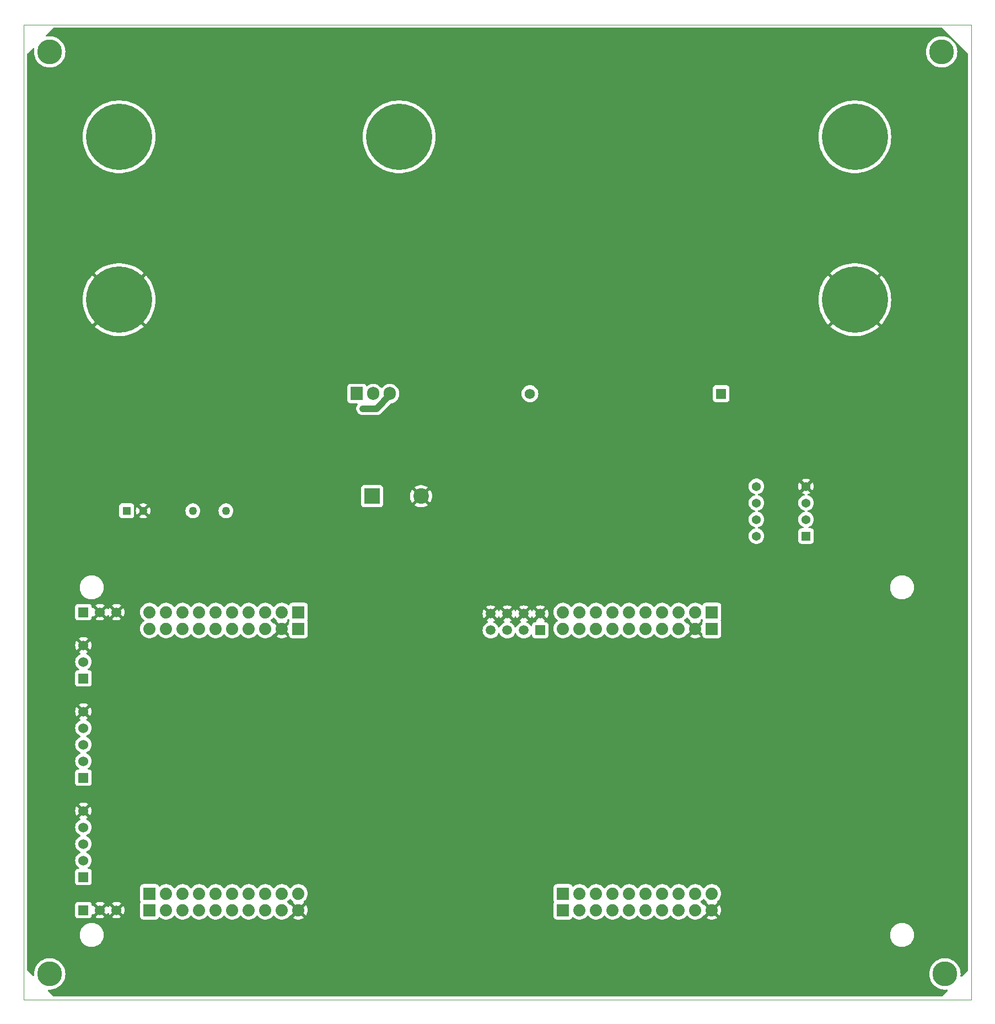
<source format=gbr>
%TF.GenerationSoftware,KiCad,Pcbnew,8.0.7*%
%TF.CreationDate,2025-03-06T08:49:02-05:00*%
%TF.ProjectId,BuckConverter,4275636b-436f-46e7-9665-727465722e6b,rev?*%
%TF.SameCoordinates,Original*%
%TF.FileFunction,Copper,L2,Bot*%
%TF.FilePolarity,Positive*%
%FSLAX46Y46*%
G04 Gerber Fmt 4.6, Leading zero omitted, Abs format (unit mm)*
G04 Created by KiCad (PCBNEW 8.0.7) date 2025-03-06 08:49:02*
%MOMM*%
%LPD*%
G01*
G04 APERTURE LIST*
%TA.AperFunction,ComponentPad*%
%ADD10C,3.800000*%
%TD*%
%TA.AperFunction,ComponentPad*%
%ADD11R,2.400000X2.400000*%
%TD*%
%TA.AperFunction,ComponentPad*%
%ADD12C,2.400000*%
%TD*%
%TA.AperFunction,ComponentPad*%
%ADD13R,1.574800X1.574800*%
%TD*%
%TA.AperFunction,ComponentPad*%
%ADD14C,1.574800*%
%TD*%
%TA.AperFunction,ComponentPad*%
%ADD15C,10.160000*%
%TD*%
%TA.AperFunction,ComponentPad*%
%ADD16R,1.879600X1.879600*%
%TD*%
%TA.AperFunction,ComponentPad*%
%ADD17C,1.879600*%
%TD*%
%TA.AperFunction,ComponentPad*%
%ADD18R,1.524000X1.524000*%
%TD*%
%TA.AperFunction,ComponentPad*%
%ADD19C,1.524000*%
%TD*%
%TA.AperFunction,ComponentPad*%
%ADD20R,1.500000X1.500000*%
%TD*%
%TA.AperFunction,ComponentPad*%
%ADD21C,1.500000*%
%TD*%
%TA.AperFunction,ComponentPad*%
%ADD22R,1.371600X1.371600*%
%TD*%
%TA.AperFunction,ComponentPad*%
%ADD23C,1.371600*%
%TD*%
%TA.AperFunction,ComponentPad*%
%ADD24R,1.270000X1.270000*%
%TD*%
%TA.AperFunction,ComponentPad*%
%ADD25C,1.270000*%
%TD*%
%TA.AperFunction,ComponentPad*%
%ADD26R,1.905000X2.000000*%
%TD*%
%TA.AperFunction,ComponentPad*%
%ADD27O,1.905000X2.000000*%
%TD*%
%TA.AperFunction,ViaPad*%
%ADD28C,0.600000*%
%TD*%
%TA.AperFunction,Conductor*%
%ADD29C,1.000000*%
%TD*%
%TA.AperFunction,Profile*%
%ADD30C,0.050000*%
%TD*%
G04 APERTURE END LIST*
D10*
%TO.P,REF\u002A\u002A,1*%
%TO.N,N/C*%
X159500000Y-181000000D03*
%TD*%
D11*
%TO.P,C3,1*%
%TO.N,/PowerStage/VIN*%
X71524220Y-107676000D03*
D12*
%TO.P,C3,2*%
%TO.N,GND*%
X79024220Y-107676000D03*
%TD*%
D10*
%TO.P,REF\u002A\u002A,1*%
%TO.N,N/C*%
X22000000Y-39500000D03*
%TD*%
D13*
%TO.P,L1,1,1*%
%TO.N,/VOUT*%
X125120400Y-91948000D03*
D14*
%TO.P,L1,2,2*%
%TO.N,/VSW*%
X95758000Y-91948000D03*
%TD*%
D15*
%TO.P,J4,1,Pin_1*%
%TO.N,GND*%
X32660000Y-77534000D03*
%TD*%
%TO.P,J2,1,Pin_1*%
%TO.N,GND*%
X145660000Y-77534000D03*
%TD*%
D10*
%TO.P,REF\u002A\u002A,1*%
%TO.N,N/C*%
X159000000Y-39500000D03*
%TD*%
D15*
%TO.P,J3,1,Pin_1*%
%TO.N,/VOUT*%
X145660000Y-52534000D03*
%TD*%
%TO.P,J1,1,Pin_1*%
%TO.N,/PowerStage/VIN*%
X32660000Y-52534000D03*
%TD*%
D16*
%TO.P,U2,J1_1,3.3V_J1*%
%TO.N,+3.3V*%
X123698000Y-125476000D03*
D17*
%TO.P,U2,J1_2,GPIO32*%
%TO.N,unconnected-(U2A-GPIO32-PadJ1_2)*%
X121158000Y-125476000D03*
%TO.P,U2,J1_3,GPIO19/SCIRXDB*%
%TO.N,unconnected-(U2A-GPIO19{slash}SCIRXDB-PadJ1_3)*%
X118618000Y-125476000D03*
%TO.P,U2,J1_4,GPIO18/SCITXDB*%
%TO.N,unconnected-(U2A-GPIO18{slash}SCITXDB-PadJ1_4)*%
X116078000Y-125476000D03*
%TO.P,U2,J1_5,GPIO67*%
%TO.N,unconnected-(U2A-GPIO67-PadJ1_5)*%
X113538000Y-125476000D03*
%TO.P,U2,J1_6,GPIO111*%
%TO.N,unconnected-(U2A-GPIO111-PadJ1_6)*%
X110998000Y-125476000D03*
%TO.P,U2,J1_7,GPIO60/SPICLKA*%
%TO.N,unconnected-(U2A-GPIO60{slash}SPICLKA-PadJ1_7)*%
X108458000Y-125476000D03*
%TO.P,U2,J1_8,GPIO22*%
%TO.N,unconnected-(U2A-GPIO22-PadJ1_8)*%
X105918000Y-125476000D03*
%TO.P,U2,J1_9,GPIO105/I2CSCLA*%
%TO.N,unconnected-(U2A-GPIO105{slash}I2CSCLA-PadJ1_9)*%
X103378000Y-125476000D03*
%TO.P,U2,J1_10,GPIO104/I2CSDAA*%
%TO.N,unconnected-(U2A-GPIO104{slash}I2CSDAA-PadJ1_10)*%
X100838000Y-125476000D03*
D16*
%TO.P,U2,J2_1,GPIO29/OPXBAR6*%
%TO.N,unconnected-(U2B-GPIO29{slash}OPXBAR6-PadJ2_1)*%
X100838000Y-171196000D03*
D17*
%TO.P,U2,J2_2,GPIO125/SD1CLK2*%
%TO.N,unconnected-(U2B-GPIO125{slash}SD1CLK2-PadJ2_2)*%
X103378000Y-171196000D03*
%TO.P,U2,J2_3,GPIO124/SD1D2*%
%TO.N,unconnected-(U2B-GPIO124{slash}SD1D2-PadJ2_3)*%
X105918000Y-171196000D03*
%TO.P,U2,J2_4,GPIO59/SPIAMISO*%
%TO.N,unconnected-(U2B-GPIO59{slash}SPIAMISO-PadJ2_4)*%
X108458000Y-171196000D03*
%TO.P,U2,J2_5,GPIO58/SPIAMOSI*%
%TO.N,unconnected-(U2B-GPIO58{slash}SPIAMOSI-PadJ2_5)*%
X110998000Y-171196000D03*
%TO.P,U2,J2_6,~{RESET_J2}*%
%TO.N,unconnected-(U2B-~{RESET_J2}-PadJ2_6)*%
X113538000Y-171196000D03*
%TO.P,U2,J2_7,GPIO122/SD1D1*%
%TO.N,unconnected-(U2B-GPIO122{slash}SD1D1-PadJ2_7)*%
X116078000Y-171196000D03*
%TO.P,U2,J2_8,GPIO123/SD1CLK1*%
%TO.N,unconnected-(U2B-GPIO123{slash}SD1CLK1-PadJ2_8)*%
X118618000Y-171196000D03*
%TO.P,U2,J2_9,GPIO61/SPIACS*%
%TO.N,unconnected-(U2B-GPIO61{slash}SPIACS-PadJ2_9)*%
X121158000Y-171196000D03*
%TO.P,U2,J2_10,GND_J2*%
%TO.N,GND*%
X123698000Y-171196000D03*
D16*
%TO.P,U2,J3_1,+5V_J3*%
%TO.N,unconnected-(U2C-+5V_J3-PadJ3_1)*%
X123698000Y-128016000D03*
D17*
%TO.P,U2,J3_2,GND_J3*%
%TO.N,GND*%
X121158000Y-128016000D03*
%TO.P,U2,J3_3,ADCIN14/ANALOGIN*%
%TO.N,/VFILT*%
X118618000Y-128016000D03*
%TO.P,U2,J3_4,ADCINC3/ANALOGIN*%
%TO.N,unconnected-(U2C-ADCINC3{slash}ANALOGIN-PadJ3_4)*%
X116078000Y-128016000D03*
%TO.P,U2,J3_5,ADCINB3/ANALOGIN*%
%TO.N,unconnected-(U2C-ADCINB3{slash}ANALOGIN-PadJ3_5)*%
X113538000Y-128016000D03*
%TO.P,U2,J3_6,ADCINA3/ANALOGIN*%
%TO.N,unconnected-(U2C-ADCINA3{slash}ANALOGIN-PadJ3_6)*%
X110998000Y-128016000D03*
%TO.P,U2,J3_7,ADCINC2/ANALOGIN*%
%TO.N,unconnected-(U2C-ADCINC2{slash}ANALOGIN-PadJ3_7)*%
X108458000Y-128016000D03*
%TO.P,U2,J3_8,ADCINB2/ANALOGIN*%
%TO.N,unconnected-(U2C-ADCINB2{slash}ANALOGIN-PadJ3_8)*%
X105918000Y-128016000D03*
%TO.P,U2,J3_9,ADCINA2/ANALOGIN*%
%TO.N,unconnected-(U2C-ADCINA2{slash}ANALOGIN-PadJ3_9)*%
X103378000Y-128016000D03*
%TO.P,U2,J3_10,ADCINA0/ANALOGIN(DACA)*%
%TO.N,unconnected-(U2C-ADCINA0{slash}ANALOGIN(DACA)-PadJ3_10)*%
X100838000Y-128016000D03*
D16*
%TO.P,U2,J4_1,PWM/BASED/DAC2*%
%TO.N,unconnected-(U2D-PWM{slash}BASED{slash}DAC2-PadJ4_1)*%
X100838000Y-168656000D03*
D17*
%TO.P,U2,J4_2,PWM/BASED/DAC1*%
%TO.N,unconnected-(U2D-PWM{slash}BASED{slash}DAC1-PadJ4_2)*%
X103378000Y-168656000D03*
%TO.P,U2,J4_3,GPIO16/OPXBAR7*%
%TO.N,unconnected-(U2D-GPIO16{slash}OPXBAR7-PadJ4_3)*%
X105918000Y-168656000D03*
%TO.P,U2,J4_4,GPIO24/OPXBAR1*%
%TO.N,unconnected-(U2D-GPIO24{slash}OPXBAR1-PadJ4_4)*%
X108458000Y-168656000D03*
%TO.P,U2,J4_5,GPIO5/PWMOUT3B*%
%TO.N,unconnected-(U2D-GPIO5{slash}PWMOUT3B-PadJ4_5)*%
X110998000Y-168656000D03*
%TO.P,U2,J4_6,GPIO4/PWMOUT3A*%
%TO.N,unconnected-(U2D-GPIO4{slash}PWMOUT3A-PadJ4_6)*%
X113538000Y-168656000D03*
%TO.P,U2,J4_7,GPIO3/PWMOUT2B*%
%TO.N,unconnected-(U2D-GPIO3{slash}PWMOUT2B-PadJ4_7)*%
X116078000Y-168656000D03*
%TO.P,U2,J4_8,GPIO2//PWMOUT2A*%
%TO.N,unconnected-(U2D-GPIO2{slash}{slash}PWMOUT2A-PadJ4_8)*%
X118618000Y-168656000D03*
%TO.P,U2,J4_9,GPIO1/PWMOUT1B*%
%TO.N,unconnected-(U2D-GPIO1{slash}PWMOUT1B-PadJ4_9)*%
X121158000Y-168656000D03*
%TO.P,U2,J4_10,GPIO0/PWMOUT1A*%
%TO.N,unconnected-(U2D-GPIO0{slash}PWMOUT1A-PadJ4_10)*%
X123698000Y-168656000D03*
D16*
%TO.P,U2,J5_1,3.3V_J5*%
%TO.N,unconnected-(U2E-3.3V_J5-PadJ5_1)*%
X60198000Y-125476000D03*
D17*
%TO.P,U2,J5_2,GPIO95*%
%TO.N,unconnected-(U2E-GPIO95-PadJ5_2)*%
X57658000Y-125476000D03*
%TO.P,U2,J5_3,GPIO139/SCICRX*%
%TO.N,unconnected-(U2E-GPIO139{slash}SCICRX-PadJ5_3)*%
X55118000Y-125476000D03*
%TO.P,U2,J5_4,GPIO56/SCICIX*%
%TO.N,unconnected-(U2E-GPIO56{slash}SCICIX-PadJ5_4)*%
X52578000Y-125476000D03*
%TO.P,U2,J5_5,GPIO97*%
%TO.N,unconnected-(U2E-GPIO97-PadJ5_5)*%
X50038000Y-125476000D03*
%TO.P,U2,J5_6,GPIO94*%
%TO.N,unconnected-(U2E-GPIO94-PadJ5_6)*%
X47498000Y-125476000D03*
%TO.P,U2,J5_7,GPIO65/SPIBCLK*%
%TO.N,unconnected-(U2E-GPIO65{slash}SPIBCLK-PadJ5_7)*%
X44958000Y-125476000D03*
%TO.P,U2,J5_8,GPIO52*%
%TO.N,unconnected-(U2E-GPIO52-PadJ5_8)*%
X42418000Y-125476000D03*
%TO.P,U2,J5_9,GPIO41/I2CSCLB/J5*%
%TO.N,unconnected-(U2E-GPIO41{slash}I2CSCLB{slash}J5-PadJ5_9)*%
X39878000Y-125476000D03*
%TO.P,U2,J5_10,GPIO40/I2CSDAB/J5*%
%TO.N,unconnected-(U2E-GPIO40{slash}I2CSDAB{slash}J5-PadJ5_10)*%
X37338000Y-125476000D03*
D16*
%TO.P,U2,J6_1,GPIO25/OPXBAR2*%
%TO.N,unconnected-(U2F-GPIO25{slash}OPXBAR2-PadJ6_1)*%
X37338000Y-171196000D03*
D17*
%TO.P,U2,J6_2,GPIO27/SD2CLK2*%
%TO.N,unconnected-(U2F-GPIO27{slash}SD2CLK2-PadJ6_2)*%
X39878000Y-171196000D03*
%TO.P,U2,J6_3,GPIO26/SD2D2*%
%TO.N,unconnected-(U2F-GPIO26{slash}SD2D2-PadJ6_3)*%
X42418000Y-171196000D03*
%TO.P,U2,J6_4,GPIO64/SPIBMISO*%
%TO.N,unconnected-(U2F-GPIO64{slash}SPIBMISO-PadJ6_4)*%
X44958000Y-171196000D03*
%TO.P,U2,J6_5,GPIO63/SPIBMOSI*%
%TO.N,unconnected-(U2F-GPIO63{slash}SPIBMOSI-PadJ6_5)*%
X47498000Y-171196000D03*
%TO.P,U2,J6_6,~{RESET_J6}*%
%TO.N,unconnected-(U2F-~{RESET_J6}-PadJ6_6)*%
X50038000Y-171196000D03*
%TO.P,U2,J6_7,GPIO130/SD2D1*%
%TO.N,unconnected-(U2F-GPIO130{slash}SD2D1-PadJ6_7)*%
X52578000Y-171196000D03*
%TO.P,U2,J6_8,GPIO131/SD2CLK1*%
%TO.N,unconnected-(U2F-GPIO131{slash}SD2CLK1-PadJ6_8)*%
X55118000Y-171196000D03*
%TO.P,U2,J6_9,GPIO66/SPIBCS*%
%TO.N,unconnected-(U2F-GPIO66{slash}SPIBCS-PadJ6_9)*%
X57658000Y-171196000D03*
%TO.P,U2,J6_10,GND_J6*%
%TO.N,GND*%
X60198000Y-171196000D03*
D16*
%TO.P,U2,J7_1,+5V_J7*%
%TO.N,+5V*%
X60198000Y-128016000D03*
D17*
%TO.P,U2,J7_2,GND_J7*%
%TO.N,GND*%
X57658000Y-128016000D03*
%TO.P,U2,J7_3,ADCIN15/ANALOGIN*%
%TO.N,unconnected-(U2G-ADCIN15{slash}ANALOGIN-PadJ7_3)*%
X55118000Y-128016000D03*
%TO.P,U2,J7_4,ADCINC5/ANALOGIN*%
%TO.N,unconnected-(U2G-ADCINC5{slash}ANALOGIN-PadJ7_4)*%
X52578000Y-128016000D03*
%TO.P,U2,J7_5,ADCINB5/ANALOGIN*%
%TO.N,unconnected-(U2G-ADCINB5{slash}ANALOGIN-PadJ7_5)*%
X50038000Y-128016000D03*
%TO.P,U2,J7_6,ADCINA5/ANALOGIN*%
%TO.N,unconnected-(U2G-ADCINA5{slash}ANALOGIN-PadJ7_6)*%
X47498000Y-128016000D03*
%TO.P,U2,J7_7,ADCINC4/ANALOGIN*%
%TO.N,unconnected-(U2G-ADCINC4{slash}ANALOGIN-PadJ7_7)*%
X44958000Y-128016000D03*
%TO.P,U2,J7_8,ADCINB4/ANALOGIN*%
%TO.N,unconnected-(U2G-ADCINB4{slash}ANALOGIN-PadJ7_8)*%
X42418000Y-128016000D03*
%TO.P,U2,J7_9,ADCINA4/ANALOGIN*%
%TO.N,unconnected-(U2G-ADCINA4{slash}ANALOGIN-PadJ7_9)*%
X39878000Y-128016000D03*
%TO.P,U2,J7_10,ADCINA1/ANALOGIN(DACB)*%
%TO.N,unconnected-(U2G-ADCINA1{slash}ANALOGIN(DACB)-PadJ7_10)*%
X37338000Y-128016000D03*
D16*
%TO.P,U2,J8_1,PWM/BASED/DAC4*%
%TO.N,unconnected-(U2H-PWM{slash}BASED{slash}DAC4-PadJ8_1)*%
X37338000Y-168656000D03*
D17*
%TO.P,U2,J8_2,PWM/BASED/DAC3*%
%TO.N,unconnected-(U2H-PWM{slash}BASED{slash}DAC3-PadJ8_2)*%
X39878000Y-168656000D03*
%TO.P,U2,J8_3,GPIO15/OPXBAR4*%
%TO.N,unconnected-(U2H-GPIO15{slash}OPXBAR4-PadJ8_3)*%
X42418000Y-168656000D03*
%TO.P,U2,J8_4,GPIO14/OPXBAR3*%
%TO.N,unconnected-(U2H-GPIO14{slash}OPXBAR3-PadJ8_4)*%
X44958000Y-168656000D03*
%TO.P,U2,J8_5,GPIO11/PWMOUT6B*%
%TO.N,/PWM*%
X47498000Y-168656000D03*
%TO.P,U2,J8_6,GPIO10/PWMOUT6A*%
%TO.N,unconnected-(U2H-GPIO10{slash}PWMOUT6A-PadJ8_6)*%
X50038000Y-168656000D03*
%TO.P,U2,J8_7,GPIO9/PWMOUT5B*%
%TO.N,unconnected-(U2H-GPIO9{slash}PWMOUT5B-PadJ8_7)*%
X52578000Y-168656000D03*
%TO.P,U2,J8_8,GPIO8/PWMOUT5A*%
%TO.N,unconnected-(U2H-GPIO8{slash}PWMOUT5A-PadJ8_8)*%
X55118000Y-168656000D03*
%TO.P,U2,J8_9,GPIO7/PWMOUT4B*%
%TO.N,unconnected-(U2H-GPIO7{slash}PWMOUT4B-PadJ8_9)*%
X57658000Y-168656000D03*
%TO.P,U2,J8_10,GPIO6/PWMOUT4A*%
%TO.N,unconnected-(U2H-GPIO6{slash}PWMOUT4A-PadJ8_10)*%
X60198000Y-168656000D03*
D18*
%TO.P,U2,J10_1,+3V_J10*%
%TO.N,unconnected-(U2I-+3V_J10-PadJ10_1)*%
X27178000Y-171196000D03*
D19*
%TO.P,U2,J10_2,GND_J10*%
%TO.N,GND*%
X29718000Y-171196000D03*
%TO.P,U2,J10_3,GND_J10__1*%
X32258000Y-171196000D03*
D18*
%TO.P,U2,J12_1,CANH*%
%TO.N,unconnected-(U2J-CANH-PadJ12_1)*%
X27178000Y-135636000D03*
D19*
%TO.P,U2,J12_2,CANL*%
%TO.N,unconnected-(U2J-CANL-PadJ12_2)*%
X27178000Y-133096000D03*
%TO.P,U2,J12_3,GND_J12*%
%TO.N,GND*%
X27178000Y-130556000D03*
D18*
%TO.P,U2,J14_1,EQEP1A*%
%TO.N,unconnected-(U2K-EQEP1A-PadJ14_1)*%
X27178000Y-166116000D03*
D19*
%TO.P,U2,J14_2,EQEP1B*%
%TO.N,unconnected-(U2K-EQEP1B-PadJ14_2)*%
X27178000Y-163576000D03*
%TO.P,U2,J14_3,EQEP1I*%
%TO.N,unconnected-(U2K-EQEP1I-PadJ14_3)*%
X27178000Y-161036000D03*
%TO.P,U2,J14_4,+5V_J14*%
%TO.N,unconnected-(U2K-+5V_J14-PadJ14_4)*%
X27178000Y-158496000D03*
%TO.P,U2,J14_5,GND_J14*%
%TO.N,GND*%
X27178000Y-155956000D03*
D18*
%TO.P,U2,J15_1,EQEP2A*%
%TO.N,unconnected-(U2L-EQEP2A-PadJ15_1)*%
X27178000Y-150876000D03*
D19*
%TO.P,U2,J15_2,EQEP2B*%
%TO.N,unconnected-(U2L-EQEP2B-PadJ15_2)*%
X27178000Y-148336000D03*
%TO.P,U2,J15_3,EQEP2I*%
%TO.N,unconnected-(U2L-EQEP2I-PadJ15_3)*%
X27178000Y-145796000D03*
%TO.P,U2,J15_4,+5V_J15*%
%TO.N,unconnected-(U2L-+5V_J15-PadJ15_4)*%
X27178000Y-143256000D03*
%TO.P,U2,J15_5,GND_J15*%
%TO.N,GND*%
X27178000Y-140716000D03*
D18*
%TO.P,U2,J16_1,+5V_J16*%
%TO.N,unconnected-(U2N-+5V_J16-PadJ16_1)*%
X27178000Y-125476000D03*
D19*
%TO.P,U2,J16_2,GND_J16*%
%TO.N,GND*%
X29718000Y-125476000D03*
%TO.P,U2,J16_3,GND_J16__1*%
X32258000Y-125476000D03*
D20*
%TO.P,U2,J21_1,ADCIND0*%
%TO.N,unconnected-(U2M-ADCIND0-PadJ21_1)*%
X97354000Y-128250000D03*
D21*
%TO.P,U2,J21_2,TP21/GND*%
%TO.N,GND*%
X97354000Y-125710000D03*
%TO.P,U2,J21_3,ADCIND1*%
%TO.N,unconnected-(U2M-ADCIND1-PadJ21_3)*%
X94814000Y-128250000D03*
%TO.P,U2,J21_4,TP22/GND*%
%TO.N,GND*%
X94814000Y-125710000D03*
%TO.P,U2,J21_5,ADCIND2*%
%TO.N,unconnected-(U2M-ADCIND2-PadJ21_5)*%
X92274000Y-128250000D03*
%TO.P,U2,J21_6,TP23/GND*%
%TO.N,GND*%
X92274000Y-125710000D03*
%TO.P,U2,J21_7,ADCIND3*%
%TO.N,unconnected-(U2M-ADCIND3-PadJ21_7)*%
X89734000Y-128250000D03*
%TO.P,U2,J21_8,TP24/GND*%
%TO.N,GND*%
X89734000Y-125710000D03*
%TD*%
D22*
%TO.P,U1,1,1OUT*%
%TO.N,/LPF/VFLIT*%
X138176000Y-113792000D03*
D23*
%TO.P,U1,2,1IN-*%
%TO.N,Net-(U1-1IN-)*%
X138176000Y-111252000D03*
%TO.P,U1,3,1IN+*%
%TO.N,Net-(U1-1IN+)*%
X138176000Y-108712000D03*
%TO.P,U1,4,GND*%
%TO.N,GND*%
X138176000Y-106172000D03*
%TO.P,U1,5,2IN+*%
%TO.N,unconnected-(U1-2IN+-Pad5)*%
X130556000Y-106172000D03*
%TO.P,U1,6,2IN-*%
%TO.N,unconnected-(U1-2IN--Pad6)*%
X130556000Y-108712000D03*
%TO.P,U1,7,2OUT*%
%TO.N,unconnected-(U1-2OUT-Pad7)*%
X130556000Y-111252000D03*
%TO.P,U1,8,VCC*%
%TO.N,+3.3V*%
X130556000Y-113792000D03*
%TD*%
D24*
%TO.P,U4,1,+VIN(VCC)*%
%TO.N,+5V*%
X33824000Y-109919000D03*
D25*
%TO.P,U4,2,-VIN(GGND)*%
%TO.N,GND*%
X36364000Y-109919000D03*
%TO.P,U4,5,-VOUT*%
%TO.N,/VSW*%
X43984000Y-109919000D03*
%TO.P,U4,7,+VOUT*%
%TO.N,/GD/ISO_12*%
X49064000Y-109919000D03*
%TD*%
D10*
%TO.P,REF\u002A\u002A,1*%
%TO.N,N/C*%
X22000000Y-181000000D03*
%TD*%
D26*
%TO.P,Q1,1,G*%
%TO.N,/VG*%
X69160000Y-91928000D03*
D27*
%TO.P,Q1,2,D*%
%TO.N,/PowerStage/VIN*%
X71700000Y-91928000D03*
%TO.P,Q1,3,S*%
%TO.N,/VSW*%
X74240000Y-91928000D03*
%TD*%
D15*
%TO.P,J5,1,Pin_1*%
%TO.N,/VSW*%
X75660000Y-52534000D03*
%TD*%
D28*
%TO.N,GND*%
X34290000Y-100076000D03*
X34036000Y-102108000D03*
X28702000Y-107696000D03*
X33020000Y-114554000D03*
%TO.N,/VSW*%
X70104000Y-94234000D03*
%TD*%
D29*
%TO.N,/VSW*%
X74240000Y-92196752D02*
X72202752Y-94234000D01*
X72202752Y-94234000D02*
X70104000Y-94234000D01*
X74240000Y-91928000D02*
X74240000Y-92196752D01*
%TD*%
%TA.AperFunction,Conductor*%
%TO.N,GND*%
G36*
X59009904Y-169479071D02*
G01*
X59031809Y-169504350D01*
X59057506Y-169543682D01*
X59219168Y-169719295D01*
X59359021Y-169828146D01*
X59359427Y-169828462D01*
X59400240Y-169885173D01*
X59403915Y-169954946D01*
X59371006Y-170012610D01*
X59370840Y-170015287D01*
X60062058Y-170706504D01*
X60001919Y-170722619D01*
X59886080Y-170789498D01*
X59791498Y-170884080D01*
X59724619Y-170999919D01*
X59708504Y-171060057D01*
X59018057Y-170369609D01*
X59005366Y-170370925D01*
X58978955Y-170393464D01*
X58909723Y-170402885D01*
X58846388Y-170373381D01*
X58824488Y-170348105D01*
X58798495Y-170308320D01*
X58798494Y-170308318D01*
X58636832Y-170132705D01*
X58496978Y-170023853D01*
X58456166Y-169967143D01*
X58452491Y-169897370D01*
X58487122Y-169836687D01*
X58496979Y-169828146D01*
X58636832Y-169719295D01*
X58798494Y-169543682D01*
X58824191Y-169504350D01*
X58877337Y-169458993D01*
X58946568Y-169449569D01*
X59009904Y-169479071D01*
G37*
%TD.AperFunction*%
%TA.AperFunction,Conductor*%
G36*
X122509904Y-169479071D02*
G01*
X122531809Y-169504350D01*
X122557506Y-169543682D01*
X122719168Y-169719295D01*
X122859021Y-169828146D01*
X122859427Y-169828462D01*
X122900240Y-169885173D01*
X122903915Y-169954946D01*
X122871006Y-170012610D01*
X122870840Y-170015287D01*
X123562058Y-170706504D01*
X123501919Y-170722619D01*
X123386080Y-170789498D01*
X123291498Y-170884080D01*
X123224619Y-170999919D01*
X123208504Y-171060057D01*
X122518057Y-170369609D01*
X122505366Y-170370925D01*
X122478955Y-170393464D01*
X122409723Y-170402885D01*
X122346388Y-170373381D01*
X122324488Y-170348105D01*
X122298495Y-170308320D01*
X122298494Y-170308318D01*
X122136832Y-170132705D01*
X121996978Y-170023853D01*
X121956166Y-169967143D01*
X121952491Y-169897370D01*
X121987122Y-169836687D01*
X121996979Y-169828146D01*
X122136832Y-169719295D01*
X122298494Y-169543682D01*
X122324191Y-169504350D01*
X122377337Y-169458993D01*
X122446568Y-169449569D01*
X122509904Y-169479071D01*
G37*
%TD.AperFunction*%
%TA.AperFunction,Conductor*%
G36*
X91808075Y-125902993D02*
G01*
X91873901Y-126017007D01*
X91966993Y-126110099D01*
X92081007Y-126175925D01*
X92144590Y-126192962D01*
X91584427Y-126753124D01*
X91646613Y-126796667D01*
X91646615Y-126796668D01*
X91798174Y-126867341D01*
X91850614Y-126913513D01*
X91869766Y-126980706D01*
X91849551Y-127047588D01*
X91798176Y-127092105D01*
X91646358Y-127162900D01*
X91646357Y-127162900D01*
X91467121Y-127288402D01*
X91312402Y-127443121D01*
X91186900Y-127622357D01*
X91186898Y-127622361D01*
X91116382Y-127773583D01*
X91070209Y-127826022D01*
X91003016Y-127845174D01*
X90936135Y-127824958D01*
X90891618Y-127773583D01*
X90859208Y-127704080D01*
X90821102Y-127622362D01*
X90821100Y-127622359D01*
X90821099Y-127622357D01*
X90695599Y-127443124D01*
X90644991Y-127392516D01*
X90540877Y-127288402D01*
X90399786Y-127189609D01*
X90361638Y-127162897D01*
X90209824Y-127092105D01*
X90157385Y-127045932D01*
X90138233Y-126978739D01*
X90158449Y-126911858D01*
X90209825Y-126867340D01*
X90361388Y-126796666D01*
X90423571Y-126753124D01*
X89863410Y-126192962D01*
X89926993Y-126175925D01*
X90041007Y-126110099D01*
X90134099Y-126017007D01*
X90199925Y-125902993D01*
X90216962Y-125839409D01*
X90777124Y-126399570D01*
X90820668Y-126337385D01*
X90820669Y-126337383D01*
X90891618Y-126185233D01*
X90937790Y-126132793D01*
X91004983Y-126113641D01*
X91071865Y-126133856D01*
X91116382Y-126185232D01*
X91187333Y-126337387D01*
X91230874Y-126399571D01*
X91791037Y-125839408D01*
X91808075Y-125902993D01*
G37*
%TD.AperFunction*%
%TA.AperFunction,Conductor*%
G36*
X94348075Y-125902993D02*
G01*
X94413901Y-126017007D01*
X94506993Y-126110099D01*
X94621007Y-126175925D01*
X94684590Y-126192962D01*
X94124427Y-126753124D01*
X94186613Y-126796667D01*
X94186615Y-126796668D01*
X94338174Y-126867341D01*
X94390614Y-126913513D01*
X94409766Y-126980706D01*
X94389551Y-127047588D01*
X94338176Y-127092105D01*
X94186358Y-127162900D01*
X94186357Y-127162900D01*
X94007121Y-127288402D01*
X93852402Y-127443121D01*
X93726900Y-127622357D01*
X93726898Y-127622361D01*
X93656382Y-127773583D01*
X93610209Y-127826022D01*
X93543016Y-127845174D01*
X93476135Y-127824958D01*
X93431618Y-127773583D01*
X93399208Y-127704080D01*
X93361102Y-127622362D01*
X93361100Y-127622359D01*
X93361099Y-127622357D01*
X93235599Y-127443124D01*
X93184991Y-127392516D01*
X93080877Y-127288402D01*
X92939786Y-127189609D01*
X92901638Y-127162897D01*
X92749824Y-127092105D01*
X92697385Y-127045932D01*
X92678233Y-126978739D01*
X92698449Y-126911858D01*
X92749825Y-126867340D01*
X92901388Y-126796666D01*
X92963571Y-126753124D01*
X92403410Y-126192962D01*
X92466993Y-126175925D01*
X92581007Y-126110099D01*
X92674099Y-126017007D01*
X92739925Y-125902993D01*
X92756962Y-125839409D01*
X93317124Y-126399570D01*
X93360668Y-126337385D01*
X93360669Y-126337383D01*
X93431618Y-126185233D01*
X93477790Y-126132793D01*
X93544983Y-126113641D01*
X93611865Y-126133856D01*
X93656382Y-126185232D01*
X93727333Y-126337387D01*
X93770874Y-126399571D01*
X94331037Y-125839408D01*
X94348075Y-125902993D01*
G37*
%TD.AperFunction*%
%TA.AperFunction,Conductor*%
G36*
X96888075Y-125902993D02*
G01*
X96953901Y-126017007D01*
X97046993Y-126110099D01*
X97161007Y-126175925D01*
X97224590Y-126192962D01*
X96664427Y-126753124D01*
X96694134Y-126773925D01*
X96737759Y-126828502D01*
X96744953Y-126898000D01*
X96713430Y-126960355D01*
X96653201Y-126995769D01*
X96623013Y-126999500D01*
X96556130Y-126999500D01*
X96556123Y-126999501D01*
X96496516Y-127005908D01*
X96361671Y-127056202D01*
X96361664Y-127056206D01*
X96246455Y-127142452D01*
X96246452Y-127142455D01*
X96160206Y-127257664D01*
X96160202Y-127257671D01*
X96109908Y-127392517D01*
X96104468Y-127443121D01*
X96103501Y-127452123D01*
X96103500Y-127452135D01*
X96103500Y-127518138D01*
X96083815Y-127585177D01*
X96031011Y-127630932D01*
X95961853Y-127640876D01*
X95898297Y-127611851D01*
X95877925Y-127589261D01*
X95775599Y-127443124D01*
X95724991Y-127392516D01*
X95620877Y-127288402D01*
X95479786Y-127189609D01*
X95441638Y-127162897D01*
X95289824Y-127092105D01*
X95237385Y-127045932D01*
X95218233Y-126978739D01*
X95238449Y-126911858D01*
X95289825Y-126867340D01*
X95441388Y-126796666D01*
X95503571Y-126753124D01*
X94943410Y-126192962D01*
X95006993Y-126175925D01*
X95121007Y-126110099D01*
X95214099Y-126017007D01*
X95279925Y-125902993D01*
X95296962Y-125839409D01*
X95857124Y-126399570D01*
X95900668Y-126337385D01*
X95900669Y-126337383D01*
X95971618Y-126185233D01*
X96017790Y-126132793D01*
X96084983Y-126113641D01*
X96151865Y-126133856D01*
X96196382Y-126185232D01*
X96267333Y-126337387D01*
X96310874Y-126399571D01*
X96871037Y-125839408D01*
X96888075Y-125902993D01*
G37*
%TD.AperFunction*%
%TA.AperFunction,Conductor*%
G36*
X56469904Y-126299071D02*
G01*
X56491809Y-126324350D01*
X56517506Y-126363682D01*
X56679168Y-126539295D01*
X56755965Y-126599068D01*
X56819427Y-126648462D01*
X56860240Y-126705173D01*
X56863915Y-126774946D01*
X56831006Y-126832610D01*
X56830840Y-126835287D01*
X57522058Y-127526504D01*
X57461919Y-127542619D01*
X57346080Y-127609498D01*
X57251498Y-127704080D01*
X57184619Y-127819919D01*
X57168504Y-127880057D01*
X56478057Y-127189609D01*
X56465366Y-127190925D01*
X56438955Y-127213464D01*
X56369723Y-127222885D01*
X56306388Y-127193381D01*
X56284488Y-127168105D01*
X56284192Y-127167652D01*
X56258494Y-127128318D01*
X56096832Y-126952705D01*
X55956978Y-126843853D01*
X55916166Y-126787143D01*
X55912491Y-126717370D01*
X55947122Y-126656687D01*
X55956979Y-126648146D01*
X56096832Y-126539295D01*
X56258494Y-126363682D01*
X56284191Y-126324350D01*
X56337337Y-126278993D01*
X56406568Y-126269569D01*
X56469904Y-126299071D01*
G37*
%TD.AperFunction*%
%TA.AperFunction,Conductor*%
G36*
X58740326Y-126550600D02*
G01*
X58790651Y-126599068D01*
X58799136Y-126617196D01*
X58814402Y-126658128D01*
X58814405Y-126658134D01*
X58824554Y-126671691D01*
X58848970Y-126737155D01*
X58834117Y-126805428D01*
X58824554Y-126820309D01*
X58814405Y-126833865D01*
X58814402Y-126833871D01*
X58764108Y-126968717D01*
X58757701Y-127028316D01*
X58757701Y-127028323D01*
X58757700Y-127028335D01*
X58757700Y-127218491D01*
X58738015Y-127285530D01*
X58721381Y-127306172D01*
X58147495Y-127880057D01*
X58131381Y-127819919D01*
X58064502Y-127704080D01*
X57969920Y-127609498D01*
X57854081Y-127542619D01*
X57793941Y-127526504D01*
X58485159Y-126835287D01*
X58484685Y-126827653D01*
X58455757Y-126787456D01*
X58452085Y-126717683D01*
X58486718Y-126657000D01*
X58496559Y-126648473D01*
X58606794Y-126562674D01*
X58671786Y-126537033D01*
X58740326Y-126550600D01*
G37*
%TD.AperFunction*%
%TA.AperFunction,Conductor*%
G36*
X119969904Y-126299071D02*
G01*
X119991809Y-126324350D01*
X120017506Y-126363682D01*
X120179168Y-126539295D01*
X120255965Y-126599068D01*
X120319427Y-126648462D01*
X120360240Y-126705173D01*
X120363915Y-126774946D01*
X120331006Y-126832610D01*
X120330840Y-126835287D01*
X121022058Y-127526504D01*
X120961919Y-127542619D01*
X120846080Y-127609498D01*
X120751498Y-127704080D01*
X120684619Y-127819919D01*
X120668504Y-127880057D01*
X119978057Y-127189609D01*
X119965366Y-127190925D01*
X119938955Y-127213464D01*
X119869723Y-127222885D01*
X119806388Y-127193381D01*
X119784488Y-127168105D01*
X119784192Y-127167652D01*
X119758494Y-127128318D01*
X119596832Y-126952705D01*
X119456978Y-126843853D01*
X119416166Y-126787143D01*
X119412491Y-126717370D01*
X119447122Y-126656687D01*
X119456979Y-126648146D01*
X119596832Y-126539295D01*
X119758494Y-126363682D01*
X119784191Y-126324350D01*
X119837337Y-126278993D01*
X119906568Y-126269569D01*
X119969904Y-126299071D01*
G37*
%TD.AperFunction*%
%TA.AperFunction,Conductor*%
G36*
X122240326Y-126550600D02*
G01*
X122290651Y-126599068D01*
X122299136Y-126617196D01*
X122314402Y-126658128D01*
X122314405Y-126658134D01*
X122324554Y-126671691D01*
X122348970Y-126737155D01*
X122334117Y-126805428D01*
X122324554Y-126820309D01*
X122314405Y-126833865D01*
X122314402Y-126833871D01*
X122264108Y-126968717D01*
X122257701Y-127028316D01*
X122257701Y-127028323D01*
X122257700Y-127028335D01*
X122257700Y-127218491D01*
X122238015Y-127285530D01*
X122221381Y-127306172D01*
X121647495Y-127880057D01*
X121631381Y-127819919D01*
X121564502Y-127704080D01*
X121469920Y-127609498D01*
X121354081Y-127542619D01*
X121293941Y-127526504D01*
X121985159Y-126835287D01*
X121984685Y-126827653D01*
X121955757Y-126787456D01*
X121952085Y-126717683D01*
X121986718Y-126657000D01*
X121996559Y-126648473D01*
X122106794Y-126562674D01*
X122171786Y-126537033D01*
X122240326Y-126550600D01*
G37*
%TD.AperFunction*%
%TA.AperFunction,Conductor*%
G36*
X159092177Y-35826185D02*
G01*
X159112819Y-35842819D01*
X163039181Y-39769181D01*
X163072666Y-39830504D01*
X163075500Y-39856862D01*
X163075500Y-180361137D01*
X163055815Y-180428176D01*
X163039181Y-180448818D01*
X162098162Y-181389836D01*
X162036839Y-181423321D01*
X161967147Y-181418337D01*
X161911214Y-181376465D01*
X161886797Y-181311001D01*
X161886726Y-181294369D01*
X161905246Y-181000005D01*
X161905246Y-180999994D01*
X161886281Y-180698553D01*
X161886280Y-180698546D01*
X161886280Y-180698543D01*
X161829681Y-180401840D01*
X161736341Y-180114570D01*
X161607733Y-179841264D01*
X161445885Y-179586232D01*
X161253349Y-179353496D01*
X161033162Y-179146726D01*
X161033159Y-179146724D01*
X161033153Y-179146719D01*
X160788806Y-178969191D01*
X160788799Y-178969186D01*
X160788795Y-178969184D01*
X160524104Y-178823668D01*
X160524101Y-178823666D01*
X160524096Y-178823664D01*
X160524095Y-178823663D01*
X160243265Y-178712475D01*
X160243262Y-178712474D01*
X159950695Y-178637357D01*
X159651036Y-178599500D01*
X159651027Y-178599500D01*
X159348973Y-178599500D01*
X159348963Y-178599500D01*
X159049304Y-178637357D01*
X158756737Y-178712474D01*
X158756734Y-178712475D01*
X158475904Y-178823663D01*
X158475903Y-178823664D01*
X158211205Y-178969184D01*
X158211193Y-178969191D01*
X157966846Y-179146719D01*
X157966836Y-179146727D01*
X157746652Y-179353494D01*
X157554111Y-179586236D01*
X157392268Y-179841261D01*
X157392265Y-179841267D01*
X157263661Y-180114563D01*
X157263659Y-180114568D01*
X157170320Y-180401835D01*
X157113719Y-180698546D01*
X157113718Y-180698553D01*
X157094754Y-180999994D01*
X157094754Y-181000005D01*
X157113718Y-181301446D01*
X157113719Y-181301453D01*
X157170320Y-181598164D01*
X157263659Y-181885431D01*
X157263661Y-181885436D01*
X157392265Y-182158732D01*
X157392268Y-182158738D01*
X157554111Y-182413763D01*
X157746652Y-182646505D01*
X157966836Y-182853272D01*
X157966846Y-182853280D01*
X158211193Y-183030808D01*
X158211198Y-183030810D01*
X158211205Y-183030816D01*
X158475896Y-183176332D01*
X158475901Y-183176334D01*
X158475903Y-183176335D01*
X158475904Y-183176336D01*
X158756734Y-183287524D01*
X158756737Y-183287525D01*
X158854259Y-183312564D01*
X159049302Y-183362642D01*
X159196039Y-183381179D01*
X159348963Y-183400499D01*
X159348969Y-183400499D01*
X159348973Y-183400500D01*
X159348975Y-183400500D01*
X159651025Y-183400500D01*
X159651027Y-183400500D01*
X159651032Y-183400499D01*
X159651036Y-183400499D01*
X159791292Y-183382780D01*
X159860270Y-183393907D01*
X159912282Y-183440559D01*
X159930816Y-183507926D01*
X159909986Y-183574618D01*
X159894515Y-183593483D01*
X159112819Y-184375181D01*
X159051496Y-184408666D01*
X159025138Y-184411500D01*
X22584862Y-184411500D01*
X22517823Y-184391815D01*
X22497181Y-184375181D01*
X21731389Y-183609389D01*
X21697904Y-183548066D01*
X21702888Y-183478374D01*
X21744760Y-183422441D01*
X21810224Y-183398024D01*
X21834613Y-183398686D01*
X21842089Y-183399630D01*
X21848973Y-183400500D01*
X21848975Y-183400500D01*
X22151025Y-183400500D01*
X22151027Y-183400500D01*
X22151032Y-183400499D01*
X22151036Y-183400499D01*
X22291292Y-183382780D01*
X22450698Y-183362642D01*
X22743262Y-183287525D01*
X22743265Y-183287524D01*
X23024095Y-183176336D01*
X23024096Y-183176335D01*
X23024094Y-183176335D01*
X23024104Y-183176332D01*
X23288795Y-183030816D01*
X23533162Y-182853274D01*
X23753349Y-182646504D01*
X23945885Y-182413768D01*
X24107733Y-182158736D01*
X24236341Y-181885430D01*
X24329681Y-181598160D01*
X24386280Y-181301457D01*
X24386726Y-181294369D01*
X24405246Y-181000005D01*
X24405246Y-180999994D01*
X24386281Y-180698553D01*
X24386280Y-180698546D01*
X24386280Y-180698543D01*
X24329681Y-180401840D01*
X24236341Y-180114570D01*
X24107733Y-179841264D01*
X23945885Y-179586232D01*
X23753349Y-179353496D01*
X23533162Y-179146726D01*
X23533159Y-179146724D01*
X23533153Y-179146719D01*
X23288806Y-178969191D01*
X23288799Y-178969186D01*
X23288795Y-178969184D01*
X23024104Y-178823668D01*
X23024101Y-178823666D01*
X23024096Y-178823664D01*
X23024095Y-178823663D01*
X22743265Y-178712475D01*
X22743262Y-178712474D01*
X22450695Y-178637357D01*
X22151036Y-178599500D01*
X22151027Y-178599500D01*
X21848973Y-178599500D01*
X21848963Y-178599500D01*
X21549304Y-178637357D01*
X21256737Y-178712474D01*
X21256734Y-178712475D01*
X20975904Y-178823663D01*
X20975903Y-178823664D01*
X20711205Y-178969184D01*
X20711193Y-178969191D01*
X20466846Y-179146719D01*
X20466836Y-179146727D01*
X20246652Y-179353494D01*
X20054111Y-179586236D01*
X19892268Y-179841261D01*
X19892265Y-179841267D01*
X19763661Y-180114563D01*
X19763659Y-180114568D01*
X19670320Y-180401835D01*
X19613719Y-180698546D01*
X19613718Y-180698553D01*
X19594754Y-180999994D01*
X19594754Y-181000005D01*
X19605888Y-181176985D01*
X19590452Y-181245129D01*
X19540625Y-181294109D01*
X19472227Y-181308375D01*
X19406974Y-181283398D01*
X19394452Y-181272452D01*
X18570819Y-180448819D01*
X18537334Y-180387496D01*
X18534500Y-180361138D01*
X18534500Y-174885530D01*
X26610000Y-174885530D01*
X26610000Y-175126469D01*
X26641447Y-175365341D01*
X26703808Y-175598073D01*
X26796006Y-175820662D01*
X26796011Y-175820671D01*
X26916480Y-176029329D01*
X26916483Y-176029334D01*
X26916485Y-176029336D01*
X27063151Y-176220476D01*
X27063157Y-176220483D01*
X27233516Y-176390842D01*
X27233522Y-176390847D01*
X27424671Y-176537520D01*
X27633329Y-176657989D01*
X27633332Y-176657990D01*
X27633337Y-176657993D01*
X27753424Y-176707734D01*
X27855927Y-176750192D01*
X28088655Y-176812552D01*
X28267812Y-176836138D01*
X28327530Y-176844000D01*
X28327531Y-176844000D01*
X28568470Y-176844000D01*
X28616244Y-176837710D01*
X28807345Y-176812552D01*
X29040073Y-176750192D01*
X29215053Y-176677712D01*
X29262662Y-176657993D01*
X29262663Y-176657991D01*
X29262671Y-176657989D01*
X29471329Y-176537520D01*
X29662478Y-176390847D01*
X29832847Y-176220478D01*
X29979520Y-176029329D01*
X30099989Y-175820671D01*
X30192192Y-175598073D01*
X30254552Y-175365345D01*
X30286000Y-175126469D01*
X30286000Y-174885531D01*
X30286000Y-174885530D01*
X151070000Y-174885530D01*
X151070000Y-175126469D01*
X151101447Y-175365341D01*
X151163808Y-175598073D01*
X151256006Y-175820662D01*
X151256011Y-175820671D01*
X151376480Y-176029329D01*
X151376483Y-176029334D01*
X151376485Y-176029336D01*
X151523151Y-176220476D01*
X151523157Y-176220483D01*
X151693516Y-176390842D01*
X151693522Y-176390847D01*
X151884671Y-176537520D01*
X152093329Y-176657989D01*
X152093332Y-176657990D01*
X152093337Y-176657993D01*
X152213424Y-176707734D01*
X152315927Y-176750192D01*
X152548655Y-176812552D01*
X152727812Y-176836138D01*
X152787530Y-176844000D01*
X152787531Y-176844000D01*
X153028470Y-176844000D01*
X153076244Y-176837710D01*
X153267345Y-176812552D01*
X153500073Y-176750192D01*
X153675053Y-176677712D01*
X153722662Y-176657993D01*
X153722663Y-176657991D01*
X153722671Y-176657989D01*
X153931329Y-176537520D01*
X154122478Y-176390847D01*
X154292847Y-176220478D01*
X154439520Y-176029329D01*
X154559989Y-175820671D01*
X154652192Y-175598073D01*
X154714552Y-175365345D01*
X154746000Y-175126469D01*
X154746000Y-174885531D01*
X154714552Y-174646655D01*
X154652192Y-174413927D01*
X154609734Y-174311424D01*
X154559993Y-174191337D01*
X154559988Y-174191328D01*
X154439520Y-173982671D01*
X154292847Y-173791522D01*
X154292842Y-173791516D01*
X154122483Y-173621157D01*
X154122476Y-173621151D01*
X153931336Y-173474485D01*
X153931334Y-173474483D01*
X153931329Y-173474480D01*
X153722671Y-173354011D01*
X153722662Y-173354006D01*
X153500073Y-173261808D01*
X153267341Y-173199447D01*
X153028470Y-173168000D01*
X153028469Y-173168000D01*
X152787531Y-173168000D01*
X152787530Y-173168000D01*
X152548658Y-173199447D01*
X152315926Y-173261808D01*
X152093337Y-173354006D01*
X152093328Y-173354011D01*
X151967644Y-173426575D01*
X151884671Y-173474480D01*
X151884668Y-173474481D01*
X151884663Y-173474485D01*
X151693523Y-173621151D01*
X151693516Y-173621157D01*
X151523157Y-173791516D01*
X151523151Y-173791523D01*
X151376485Y-173982663D01*
X151256011Y-174191328D01*
X151256006Y-174191337D01*
X151163808Y-174413926D01*
X151101447Y-174646658D01*
X151070000Y-174885530D01*
X30286000Y-174885530D01*
X30254552Y-174646655D01*
X30192192Y-174413927D01*
X30149734Y-174311424D01*
X30099993Y-174191337D01*
X30099988Y-174191328D01*
X29979520Y-173982671D01*
X29832847Y-173791522D01*
X29832842Y-173791516D01*
X29662483Y-173621157D01*
X29662476Y-173621151D01*
X29471336Y-173474485D01*
X29471334Y-173474483D01*
X29471329Y-173474480D01*
X29262671Y-173354011D01*
X29262662Y-173354006D01*
X29040073Y-173261808D01*
X28807341Y-173199447D01*
X28568470Y-173168000D01*
X28568469Y-173168000D01*
X28327531Y-173168000D01*
X28327530Y-173168000D01*
X28088658Y-173199447D01*
X27855926Y-173261808D01*
X27633337Y-173354006D01*
X27633328Y-173354011D01*
X27507644Y-173426575D01*
X27424671Y-173474480D01*
X27424668Y-173474481D01*
X27424663Y-173474485D01*
X27233523Y-173621151D01*
X27233516Y-173621157D01*
X27063157Y-173791516D01*
X27063151Y-173791523D01*
X26916485Y-173982663D01*
X26796011Y-174191328D01*
X26796006Y-174191337D01*
X26703808Y-174413926D01*
X26641447Y-174646658D01*
X26610000Y-174885530D01*
X18534500Y-174885530D01*
X18534500Y-170386135D01*
X25915500Y-170386135D01*
X25915500Y-172005870D01*
X25915501Y-172005876D01*
X25921908Y-172065483D01*
X25972202Y-172200328D01*
X25972206Y-172200335D01*
X26058452Y-172315544D01*
X26058455Y-172315547D01*
X26173664Y-172401793D01*
X26173671Y-172401797D01*
X26308517Y-172452091D01*
X26308516Y-172452091D01*
X26315444Y-172452835D01*
X26368127Y-172458500D01*
X27987872Y-172458499D01*
X28047483Y-172452091D01*
X28182331Y-172401796D01*
X28297546Y-172315546D01*
X28383796Y-172200331D01*
X28434091Y-172065483D01*
X28440500Y-172005873D01*
X28440499Y-171965048D01*
X28460182Y-171898012D01*
X28512985Y-171852256D01*
X28582143Y-171842311D01*
X28645700Y-171871334D01*
X28666074Y-171893925D01*
X28666258Y-171894187D01*
X28666258Y-171894188D01*
X29228504Y-171331941D01*
X29244619Y-171392081D01*
X29311498Y-171507920D01*
X29406080Y-171602502D01*
X29521919Y-171669381D01*
X29582057Y-171685494D01*
X29019810Y-172247740D01*
X29084590Y-172293099D01*
X29084592Y-172293100D01*
X29284715Y-172386419D01*
X29284729Y-172386424D01*
X29498013Y-172443573D01*
X29498023Y-172443575D01*
X29717999Y-172462821D01*
X29718001Y-172462821D01*
X29937976Y-172443575D01*
X29937986Y-172443573D01*
X30151270Y-172386424D01*
X30151284Y-172386419D01*
X30351407Y-172293100D01*
X30351417Y-172293094D01*
X30416188Y-172247741D01*
X29853942Y-171685494D01*
X29914081Y-171669381D01*
X30029920Y-171602502D01*
X30124502Y-171507920D01*
X30191381Y-171392081D01*
X30207495Y-171331942D01*
X30769741Y-171894188D01*
X30815094Y-171829417D01*
X30815100Y-171829407D01*
X30875618Y-171699627D01*
X30921790Y-171647187D01*
X30988983Y-171628035D01*
X31055865Y-171648251D01*
X31100382Y-171699627D01*
X31160898Y-171829405D01*
X31160901Y-171829411D01*
X31206258Y-171894187D01*
X31206258Y-171894188D01*
X31768504Y-171331941D01*
X31784619Y-171392081D01*
X31851498Y-171507920D01*
X31946080Y-171602502D01*
X32061919Y-171669381D01*
X32122057Y-171685494D01*
X31559810Y-172247740D01*
X31624590Y-172293099D01*
X31624592Y-172293100D01*
X31824715Y-172386419D01*
X31824729Y-172386424D01*
X32038013Y-172443573D01*
X32038023Y-172443575D01*
X32257999Y-172462821D01*
X32258001Y-172462821D01*
X32477976Y-172443575D01*
X32477986Y-172443573D01*
X32691270Y-172386424D01*
X32691284Y-172386419D01*
X32891407Y-172293100D01*
X32891417Y-172293094D01*
X32956188Y-172247741D01*
X32393942Y-171685494D01*
X32454081Y-171669381D01*
X32569920Y-171602502D01*
X32664502Y-171507920D01*
X32731381Y-171392081D01*
X32747495Y-171331942D01*
X33309741Y-171894188D01*
X33355094Y-171829417D01*
X33355100Y-171829407D01*
X33448419Y-171629284D01*
X33448424Y-171629270D01*
X33505573Y-171415986D01*
X33505575Y-171415976D01*
X33524821Y-171196000D01*
X33524821Y-171195999D01*
X33505575Y-170976023D01*
X33505573Y-170976013D01*
X33448424Y-170762729D01*
X33448420Y-170762720D01*
X33355096Y-170562586D01*
X33309741Y-170497811D01*
X33309740Y-170497810D01*
X32747494Y-171060056D01*
X32731381Y-170999919D01*
X32664502Y-170884080D01*
X32569920Y-170789498D01*
X32454081Y-170722619D01*
X32393941Y-170706504D01*
X32956188Y-170144258D01*
X32891411Y-170098901D01*
X32891405Y-170098898D01*
X32691284Y-170005580D01*
X32691270Y-170005575D01*
X32477986Y-169948426D01*
X32477976Y-169948424D01*
X32258001Y-169929179D01*
X32257999Y-169929179D01*
X32038023Y-169948424D01*
X32038013Y-169948426D01*
X31824729Y-170005575D01*
X31824720Y-170005579D01*
X31624590Y-170098901D01*
X31559811Y-170144258D01*
X32122058Y-170706504D01*
X32061919Y-170722619D01*
X31946080Y-170789498D01*
X31851498Y-170884080D01*
X31784619Y-170999919D01*
X31768504Y-171060057D01*
X31206258Y-170497811D01*
X31160901Y-170562590D01*
X31100382Y-170692373D01*
X31054209Y-170744812D01*
X30987016Y-170763964D01*
X30920135Y-170743748D01*
X30875618Y-170692373D01*
X30815096Y-170562586D01*
X30769741Y-170497811D01*
X30769740Y-170497810D01*
X30207494Y-171060056D01*
X30191381Y-170999919D01*
X30124502Y-170884080D01*
X30029920Y-170789498D01*
X29914081Y-170722619D01*
X29853941Y-170706504D01*
X30416188Y-170144258D01*
X30351411Y-170098901D01*
X30351405Y-170098898D01*
X30151284Y-170005580D01*
X30151270Y-170005575D01*
X29937986Y-169948426D01*
X29937976Y-169948424D01*
X29718001Y-169929179D01*
X29717999Y-169929179D01*
X29498023Y-169948424D01*
X29498013Y-169948426D01*
X29284729Y-170005575D01*
X29284720Y-170005579D01*
X29084590Y-170098901D01*
X29019811Y-170144258D01*
X29582058Y-170706504D01*
X29521919Y-170722619D01*
X29406080Y-170789498D01*
X29311498Y-170884080D01*
X29244619Y-170999919D01*
X29228504Y-171060057D01*
X28666257Y-170497810D01*
X28666075Y-170498072D01*
X28611498Y-170541698D01*
X28542000Y-170548892D01*
X28479645Y-170517370D01*
X28444230Y-170457141D01*
X28440499Y-170426950D01*
X28440499Y-170386129D01*
X28440498Y-170386123D01*
X28440497Y-170386116D01*
X28434091Y-170326517D01*
X28427303Y-170308318D01*
X28383797Y-170191671D01*
X28383793Y-170191664D01*
X28297547Y-170076455D01*
X28297544Y-170076452D01*
X28182335Y-169990206D01*
X28182328Y-169990202D01*
X28047482Y-169939908D01*
X28047483Y-169939908D01*
X27987883Y-169933501D01*
X27987881Y-169933500D01*
X27987873Y-169933500D01*
X27987864Y-169933500D01*
X26368129Y-169933500D01*
X26368123Y-169933501D01*
X26308516Y-169939908D01*
X26173671Y-169990202D01*
X26173664Y-169990206D01*
X26058455Y-170076452D01*
X26058452Y-170076455D01*
X25972206Y-170191664D01*
X25972202Y-170191671D01*
X25921908Y-170326517D01*
X25917276Y-170369609D01*
X25915501Y-170386123D01*
X25915500Y-170386135D01*
X18534500Y-170386135D01*
X18534500Y-167668335D01*
X35897700Y-167668335D01*
X35897700Y-169643670D01*
X35897701Y-169643676D01*
X35904108Y-169703283D01*
X35954402Y-169838128D01*
X35954405Y-169838134D01*
X35964554Y-169851691D01*
X35988970Y-169917155D01*
X35974117Y-169985428D01*
X35964554Y-170000309D01*
X35954405Y-170013865D01*
X35954402Y-170013871D01*
X35904108Y-170148717D01*
X35897701Y-170208316D01*
X35897700Y-170208335D01*
X35897700Y-172183670D01*
X35897701Y-172183676D01*
X35904108Y-172243283D01*
X35954402Y-172378128D01*
X35954406Y-172378135D01*
X36040652Y-172493344D01*
X36040655Y-172493347D01*
X36155864Y-172579593D01*
X36155871Y-172579597D01*
X36290717Y-172629891D01*
X36290716Y-172629891D01*
X36297644Y-172630635D01*
X36350327Y-172636300D01*
X38325672Y-172636299D01*
X38385283Y-172629891D01*
X38520131Y-172579596D01*
X38635346Y-172493346D01*
X38721596Y-172378131D01*
X38736864Y-172337196D01*
X38778735Y-172281262D01*
X38844199Y-172256845D01*
X38912472Y-172271696D01*
X38929203Y-172282672D01*
X38999256Y-172337196D01*
X39086988Y-172405481D01*
X39087531Y-172405903D01*
X39297455Y-172519509D01*
X39523216Y-172597012D01*
X39758653Y-172636300D01*
X39758654Y-172636300D01*
X39997346Y-172636300D01*
X39997347Y-172636300D01*
X40232784Y-172597012D01*
X40458545Y-172519509D01*
X40668469Y-172405903D01*
X40856832Y-172259295D01*
X41018494Y-172083682D01*
X41044191Y-172044350D01*
X41097337Y-171998993D01*
X41166568Y-171989569D01*
X41229904Y-172019071D01*
X41251809Y-172044350D01*
X41277506Y-172083682D01*
X41439168Y-172259295D01*
X41627531Y-172405903D01*
X41837455Y-172519509D01*
X42063216Y-172597012D01*
X42298653Y-172636300D01*
X42298654Y-172636300D01*
X42537346Y-172636300D01*
X42537347Y-172636300D01*
X42772784Y-172597012D01*
X42998545Y-172519509D01*
X43208469Y-172405903D01*
X43396832Y-172259295D01*
X43558494Y-172083682D01*
X43584191Y-172044350D01*
X43637337Y-171998993D01*
X43706568Y-171989569D01*
X43769904Y-172019071D01*
X43791809Y-172044350D01*
X43817506Y-172083682D01*
X43979168Y-172259295D01*
X44167531Y-172405903D01*
X44377455Y-172519509D01*
X44603216Y-172597012D01*
X44838653Y-172636300D01*
X44838654Y-172636300D01*
X45077346Y-172636300D01*
X45077347Y-172636300D01*
X45312784Y-172597012D01*
X45538545Y-172519509D01*
X45748469Y-172405903D01*
X45936832Y-172259295D01*
X46098494Y-172083682D01*
X46124191Y-172044350D01*
X46177337Y-171998993D01*
X46246568Y-171989569D01*
X46309904Y-172019071D01*
X46331809Y-172044350D01*
X46357506Y-172083682D01*
X46519168Y-172259295D01*
X46707531Y-172405903D01*
X46917455Y-172519509D01*
X47143216Y-172597012D01*
X47378653Y-172636300D01*
X47378654Y-172636300D01*
X47617346Y-172636300D01*
X47617347Y-172636300D01*
X47852784Y-172597012D01*
X48078545Y-172519509D01*
X48288469Y-172405903D01*
X48476832Y-172259295D01*
X48638494Y-172083682D01*
X48664191Y-172044350D01*
X48717337Y-171998993D01*
X48786568Y-171989569D01*
X48849904Y-172019071D01*
X48871809Y-172044350D01*
X48897506Y-172083682D01*
X49059168Y-172259295D01*
X49247531Y-172405903D01*
X49457455Y-172519509D01*
X49683216Y-172597012D01*
X49918653Y-172636300D01*
X49918654Y-172636300D01*
X50157346Y-172636300D01*
X50157347Y-172636300D01*
X50392784Y-172597012D01*
X50618545Y-172519509D01*
X50828469Y-172405903D01*
X51016832Y-172259295D01*
X51178494Y-172083682D01*
X51204191Y-172044350D01*
X51257337Y-171998993D01*
X51326568Y-171989569D01*
X51389904Y-172019071D01*
X51411809Y-172044350D01*
X51437506Y-172083682D01*
X51599168Y-172259295D01*
X51787531Y-172405903D01*
X51997455Y-172519509D01*
X52223216Y-172597012D01*
X52458653Y-172636300D01*
X52458654Y-172636300D01*
X52697346Y-172636300D01*
X52697347Y-172636300D01*
X52932784Y-172597012D01*
X53158545Y-172519509D01*
X53368469Y-172405903D01*
X53556832Y-172259295D01*
X53718494Y-172083682D01*
X53744191Y-172044350D01*
X53797337Y-171998993D01*
X53866568Y-171989569D01*
X53929904Y-172019071D01*
X53951809Y-172044350D01*
X53977506Y-172083682D01*
X54139168Y-172259295D01*
X54327531Y-172405903D01*
X54537455Y-172519509D01*
X54763216Y-172597012D01*
X54998653Y-172636300D01*
X54998654Y-172636300D01*
X55237346Y-172636300D01*
X55237347Y-172636300D01*
X55472784Y-172597012D01*
X55698545Y-172519509D01*
X55908469Y-172405903D01*
X56096832Y-172259295D01*
X56258494Y-172083682D01*
X56284191Y-172044350D01*
X56337337Y-171998993D01*
X56406568Y-171989569D01*
X56469904Y-172019071D01*
X56491809Y-172044350D01*
X56517506Y-172083682D01*
X56679168Y-172259295D01*
X56867531Y-172405903D01*
X57077455Y-172519509D01*
X57303216Y-172597012D01*
X57538653Y-172636300D01*
X57538654Y-172636300D01*
X57777346Y-172636300D01*
X57777347Y-172636300D01*
X58012784Y-172597012D01*
X58238545Y-172519509D01*
X58448469Y-172405903D01*
X58636832Y-172259295D01*
X58798494Y-172083682D01*
X58824489Y-172043892D01*
X58877634Y-171998536D01*
X58946865Y-171989112D01*
X59010201Y-172018613D01*
X59013020Y-172021867D01*
X59018057Y-172022389D01*
X59708504Y-171331941D01*
X59724619Y-171392081D01*
X59791498Y-171507920D01*
X59886080Y-171602502D01*
X60001919Y-171669381D01*
X60062057Y-171685494D01*
X59370839Y-172376711D01*
X59370840Y-172376712D01*
X59407802Y-172405481D01*
X59407808Y-172405486D01*
X59617650Y-172519046D01*
X59617660Y-172519051D01*
X59843335Y-172596525D01*
X60078696Y-172635800D01*
X60317304Y-172635800D01*
X60552664Y-172596525D01*
X60778339Y-172519051D01*
X60778344Y-172519049D01*
X60988197Y-172405481D01*
X60988200Y-172405480D01*
X61025158Y-172376712D01*
X61025158Y-172376711D01*
X60333942Y-171685495D01*
X60394081Y-171669381D01*
X60509920Y-171602502D01*
X60604502Y-171507920D01*
X60671381Y-171392081D01*
X60687494Y-171331942D01*
X61377941Y-172022389D01*
X61468604Y-171883621D01*
X61468609Y-171883613D01*
X61564454Y-171665104D01*
X61623030Y-171433796D01*
X61623032Y-171433788D01*
X61642735Y-171196006D01*
X61642735Y-171195993D01*
X61623032Y-170958211D01*
X61623030Y-170958203D01*
X61564454Y-170726895D01*
X61468606Y-170508380D01*
X61377941Y-170369609D01*
X60687494Y-171060056D01*
X60671381Y-170999919D01*
X60604502Y-170884080D01*
X60509920Y-170789498D01*
X60394081Y-170722619D01*
X60333941Y-170706504D01*
X61025159Y-170015287D01*
X61024685Y-170007653D01*
X60995757Y-169967456D01*
X60992085Y-169897683D01*
X61026718Y-169837000D01*
X61036559Y-169828473D01*
X61176832Y-169719295D01*
X61338494Y-169543682D01*
X61469047Y-169343856D01*
X61564929Y-169125267D01*
X61623525Y-168893878D01*
X61643236Y-168656000D01*
X61623525Y-168418122D01*
X61564929Y-168186733D01*
X61469047Y-167968144D01*
X61338494Y-167768318D01*
X61246454Y-167668335D01*
X99397700Y-167668335D01*
X99397700Y-169643670D01*
X99397701Y-169643676D01*
X99404108Y-169703283D01*
X99454402Y-169838128D01*
X99454405Y-169838134D01*
X99464554Y-169851691D01*
X99488970Y-169917155D01*
X99474117Y-169985428D01*
X99464554Y-170000309D01*
X99454405Y-170013865D01*
X99454402Y-170013871D01*
X99404108Y-170148717D01*
X99397701Y-170208316D01*
X99397700Y-170208335D01*
X99397700Y-172183670D01*
X99397701Y-172183676D01*
X99404108Y-172243283D01*
X99454402Y-172378128D01*
X99454406Y-172378135D01*
X99540652Y-172493344D01*
X99540655Y-172493347D01*
X99655864Y-172579593D01*
X99655871Y-172579597D01*
X99790717Y-172629891D01*
X99790716Y-172629891D01*
X99797644Y-172630635D01*
X99850327Y-172636300D01*
X101825672Y-172636299D01*
X101885283Y-172629891D01*
X102020131Y-172579596D01*
X102135346Y-172493346D01*
X102221596Y-172378131D01*
X102236864Y-172337196D01*
X102278735Y-172281262D01*
X102344199Y-172256845D01*
X102412472Y-172271696D01*
X102429203Y-172282672D01*
X102499256Y-172337196D01*
X102586988Y-172405481D01*
X102587531Y-172405903D01*
X102797455Y-172519509D01*
X103023216Y-172597012D01*
X103258653Y-172636300D01*
X103258654Y-172636300D01*
X103497346Y-172636300D01*
X103497347Y-172636300D01*
X103732784Y-172597012D01*
X103958545Y-172519509D01*
X104168469Y-172405903D01*
X104356832Y-172259295D01*
X104518494Y-172083682D01*
X104544191Y-172044350D01*
X104597337Y-171998993D01*
X104666568Y-171989569D01*
X104729904Y-172019071D01*
X104751809Y-172044350D01*
X104777506Y-172083682D01*
X104939168Y-172259295D01*
X105127531Y-172405903D01*
X105337455Y-172519509D01*
X105563216Y-172597012D01*
X105798653Y-172636300D01*
X105798654Y-172636300D01*
X106037346Y-172636300D01*
X106037347Y-172636300D01*
X106272784Y-172597012D01*
X106498545Y-172519509D01*
X106708469Y-172405903D01*
X106896832Y-172259295D01*
X107058494Y-172083682D01*
X107084191Y-172044350D01*
X107137337Y-171998993D01*
X107206568Y-171989569D01*
X107269904Y-172019071D01*
X107291809Y-172044350D01*
X107317506Y-172083682D01*
X107479168Y-172259295D01*
X107667531Y-172405903D01*
X107877455Y-172519509D01*
X108103216Y-172597012D01*
X108338653Y-172636300D01*
X108338654Y-172636300D01*
X108577346Y-172636300D01*
X108577347Y-172636300D01*
X108812784Y-172597012D01*
X109038545Y-172519509D01*
X109248469Y-172405903D01*
X109436832Y-172259295D01*
X109598494Y-172083682D01*
X109624191Y-172044350D01*
X109677337Y-171998993D01*
X109746568Y-171989569D01*
X109809904Y-172019071D01*
X109831809Y-172044350D01*
X109857506Y-172083682D01*
X110019168Y-172259295D01*
X110207531Y-172405903D01*
X110417455Y-172519509D01*
X110643216Y-172597012D01*
X110878653Y-172636300D01*
X110878654Y-172636300D01*
X111117346Y-172636300D01*
X111117347Y-172636300D01*
X111352784Y-172597012D01*
X111578545Y-172519509D01*
X111788469Y-172405903D01*
X111976832Y-172259295D01*
X112138494Y-172083682D01*
X112164191Y-172044350D01*
X112217337Y-171998993D01*
X112286568Y-171989569D01*
X112349904Y-172019071D01*
X112371809Y-172044350D01*
X112397506Y-172083682D01*
X112559168Y-172259295D01*
X112747531Y-172405903D01*
X112957455Y-172519509D01*
X113183216Y-172597012D01*
X113418653Y-172636300D01*
X113418654Y-172636300D01*
X113657346Y-172636300D01*
X113657347Y-172636300D01*
X113892784Y-172597012D01*
X114118545Y-172519509D01*
X114328469Y-172405903D01*
X114516832Y-172259295D01*
X114678494Y-172083682D01*
X114704191Y-172044350D01*
X114757337Y-171998993D01*
X114826568Y-171989569D01*
X114889904Y-172019071D01*
X114911809Y-172044350D01*
X114937506Y-172083682D01*
X115099168Y-172259295D01*
X115287531Y-172405903D01*
X115497455Y-172519509D01*
X115723216Y-172597012D01*
X115958653Y-172636300D01*
X115958654Y-172636300D01*
X116197346Y-172636300D01*
X116197347Y-172636300D01*
X116432784Y-172597012D01*
X116658545Y-172519509D01*
X116868469Y-172405903D01*
X117056832Y-172259295D01*
X117218494Y-172083682D01*
X117244191Y-172044350D01*
X117297337Y-171998993D01*
X117366568Y-171989569D01*
X117429904Y-172019071D01*
X117451809Y-172044350D01*
X117477506Y-172083682D01*
X117639168Y-172259295D01*
X117827531Y-172405903D01*
X118037455Y-172519509D01*
X118263216Y-172597012D01*
X118498653Y-172636300D01*
X118498654Y-172636300D01*
X118737346Y-172636300D01*
X118737347Y-172636300D01*
X118972784Y-172597012D01*
X119198545Y-172519509D01*
X119408469Y-172405903D01*
X119596832Y-172259295D01*
X119758494Y-172083682D01*
X119784191Y-172044350D01*
X119837337Y-171998993D01*
X119906568Y-171989569D01*
X119969904Y-172019071D01*
X119991809Y-172044350D01*
X120017506Y-172083682D01*
X120179168Y-172259295D01*
X120367531Y-172405903D01*
X120577455Y-172519509D01*
X120803216Y-172597012D01*
X121038653Y-172636300D01*
X121038654Y-172636300D01*
X121277346Y-172636300D01*
X121277347Y-172636300D01*
X121512784Y-172597012D01*
X121738545Y-172519509D01*
X121948469Y-172405903D01*
X122136832Y-172259295D01*
X122298494Y-172083682D01*
X122324489Y-172043892D01*
X122377634Y-171998536D01*
X122446865Y-171989112D01*
X122510201Y-172018613D01*
X122513020Y-172021867D01*
X122518057Y-172022389D01*
X123208504Y-171331941D01*
X123224619Y-171392081D01*
X123291498Y-171507920D01*
X123386080Y-171602502D01*
X123501919Y-171669381D01*
X123562057Y-171685494D01*
X122870839Y-172376711D01*
X122870840Y-172376712D01*
X122907802Y-172405481D01*
X122907808Y-172405486D01*
X123117650Y-172519046D01*
X123117660Y-172519051D01*
X123343335Y-172596525D01*
X123578696Y-172635800D01*
X123817304Y-172635800D01*
X124052664Y-172596525D01*
X124278339Y-172519051D01*
X124278344Y-172519049D01*
X124488197Y-172405481D01*
X124488200Y-172405480D01*
X124525158Y-172376712D01*
X124525158Y-172376711D01*
X123833942Y-171685495D01*
X123894081Y-171669381D01*
X124009920Y-171602502D01*
X124104502Y-171507920D01*
X124171381Y-171392081D01*
X124187494Y-171331942D01*
X124877941Y-172022389D01*
X124968604Y-171883621D01*
X124968609Y-171883613D01*
X125064454Y-171665104D01*
X125123030Y-171433796D01*
X125123032Y-171433788D01*
X125142735Y-171196006D01*
X125142735Y-171195993D01*
X125123032Y-170958211D01*
X125123030Y-170958203D01*
X125064454Y-170726895D01*
X124968606Y-170508380D01*
X124877941Y-170369609D01*
X124187494Y-171060056D01*
X124171381Y-170999919D01*
X124104502Y-170884080D01*
X124009920Y-170789498D01*
X123894081Y-170722619D01*
X123833941Y-170706504D01*
X124525159Y-170015287D01*
X124524685Y-170007653D01*
X124495757Y-169967456D01*
X124492085Y-169897683D01*
X124526718Y-169837000D01*
X124536559Y-169828473D01*
X124676832Y-169719295D01*
X124838494Y-169543682D01*
X124969047Y-169343856D01*
X125064929Y-169125267D01*
X125123525Y-168893878D01*
X125143236Y-168656000D01*
X125123525Y-168418122D01*
X125064929Y-168186733D01*
X124969047Y-167968144D01*
X124838494Y-167768318D01*
X124676832Y-167592705D01*
X124488469Y-167446097D01*
X124351719Y-167372091D01*
X124278546Y-167332491D01*
X124278541Y-167332489D01*
X124052786Y-167254988D01*
X123895826Y-167228796D01*
X123817347Y-167215700D01*
X123578653Y-167215700D01*
X123519793Y-167225522D01*
X123343213Y-167254988D01*
X123117458Y-167332489D01*
X123117453Y-167332491D01*
X122907529Y-167446098D01*
X122719169Y-167592704D01*
X122557508Y-167768315D01*
X122531808Y-167807652D01*
X122478661Y-167853008D01*
X122409430Y-167862431D01*
X122346094Y-167832928D01*
X122324192Y-167807652D01*
X122298494Y-167768318D01*
X122136832Y-167592705D01*
X121948469Y-167446097D01*
X121811719Y-167372091D01*
X121738546Y-167332491D01*
X121738541Y-167332489D01*
X121512786Y-167254988D01*
X121355826Y-167228796D01*
X121277347Y-167215700D01*
X121038653Y-167215700D01*
X120979793Y-167225522D01*
X120803213Y-167254988D01*
X120577458Y-167332489D01*
X120577453Y-167332491D01*
X120367529Y-167446098D01*
X120179169Y-167592704D01*
X120017508Y-167768315D01*
X119991808Y-167807652D01*
X119938661Y-167853008D01*
X119869430Y-167862431D01*
X119806094Y-167832928D01*
X119784192Y-167807652D01*
X119758494Y-167768318D01*
X119596832Y-167592705D01*
X119408469Y-167446097D01*
X119271719Y-167372091D01*
X119198546Y-167332491D01*
X119198541Y-167332489D01*
X118972786Y-167254988D01*
X118815826Y-167228796D01*
X118737347Y-167215700D01*
X118498653Y-167215700D01*
X118439793Y-167225522D01*
X118263213Y-167254988D01*
X118037458Y-167332489D01*
X118037453Y-167332491D01*
X117827529Y-167446098D01*
X117639169Y-167592704D01*
X117477508Y-167768315D01*
X117451808Y-167807652D01*
X117398661Y-167853008D01*
X117329430Y-167862431D01*
X117266094Y-167832928D01*
X117244192Y-167807652D01*
X117218494Y-167768318D01*
X117056832Y-167592705D01*
X116868469Y-167446097D01*
X116731719Y-167372091D01*
X116658546Y-167332491D01*
X116658541Y-167332489D01*
X116432786Y-167254988D01*
X116275826Y-167228796D01*
X116197347Y-167215700D01*
X115958653Y-167215700D01*
X115899793Y-167225522D01*
X115723213Y-167254988D01*
X115497458Y-167332489D01*
X115497453Y-167332491D01*
X115287529Y-167446098D01*
X115099169Y-167592704D01*
X114937508Y-167768315D01*
X114911808Y-167807652D01*
X114858661Y-167853008D01*
X114789430Y-167862431D01*
X114726094Y-167832928D01*
X114704192Y-167807652D01*
X114678494Y-167768318D01*
X114516832Y-167592705D01*
X114328469Y-167446097D01*
X114191719Y-167372091D01*
X114118546Y-167332491D01*
X114118541Y-167332489D01*
X113892786Y-167254988D01*
X113735826Y-167228796D01*
X113657347Y-167215700D01*
X113418653Y-167215700D01*
X113359793Y-167225522D01*
X113183213Y-167254988D01*
X112957458Y-167332489D01*
X112957453Y-167332491D01*
X112747529Y-167446098D01*
X112559169Y-167592704D01*
X112397508Y-167768315D01*
X112371808Y-167807652D01*
X112318661Y-167853008D01*
X112249430Y-167862431D01*
X112186094Y-167832928D01*
X112164192Y-167807652D01*
X112138494Y-167768318D01*
X111976832Y-167592705D01*
X111788469Y-167446097D01*
X111651719Y-167372091D01*
X111578546Y-167332491D01*
X111578541Y-167332489D01*
X111352786Y-167254988D01*
X111195826Y-167228796D01*
X111117347Y-167215700D01*
X110878653Y-167215700D01*
X110819793Y-167225522D01*
X110643213Y-167254988D01*
X110417458Y-167332489D01*
X110417453Y-167332491D01*
X110207529Y-167446098D01*
X110019169Y-167592704D01*
X109857508Y-167768315D01*
X109831808Y-167807652D01*
X109778661Y-167853008D01*
X109709430Y-167862431D01*
X109646094Y-167832928D01*
X109624192Y-167807652D01*
X109598494Y-167768318D01*
X109436832Y-167592705D01*
X109248469Y-167446097D01*
X109111719Y-167372091D01*
X109038546Y-167332491D01*
X109038541Y-167332489D01*
X108812786Y-167254988D01*
X108655826Y-167228796D01*
X108577347Y-167215700D01*
X108338653Y-167215700D01*
X108279793Y-167225522D01*
X108103213Y-167254988D01*
X107877458Y-167332489D01*
X107877453Y-167332491D01*
X107667529Y-167446098D01*
X107479169Y-167592704D01*
X107317508Y-167768315D01*
X107291808Y-167807652D01*
X107238661Y-167853008D01*
X107169430Y-167862431D01*
X107106094Y-167832928D01*
X107084192Y-167807652D01*
X107058494Y-167768318D01*
X106896832Y-167592705D01*
X106708469Y-167446097D01*
X106571719Y-167372091D01*
X106498546Y-167332491D01*
X106498541Y-167332489D01*
X106272786Y-167254988D01*
X106115826Y-167228796D01*
X106037347Y-167215700D01*
X105798653Y-167215700D01*
X105739793Y-167225522D01*
X105563213Y-167254988D01*
X105337458Y-167332489D01*
X105337453Y-167332491D01*
X105127529Y-167446098D01*
X104939169Y-167592704D01*
X104777508Y-167768315D01*
X104751808Y-167807652D01*
X104698661Y-167853008D01*
X104629430Y-167862431D01*
X104566094Y-167832928D01*
X104544192Y-167807652D01*
X104518494Y-167768318D01*
X104356832Y-167592705D01*
X104168469Y-167446097D01*
X104031719Y-167372091D01*
X103958546Y-167332491D01*
X103958541Y-167332489D01*
X103732786Y-167254988D01*
X103575826Y-167228796D01*
X103497347Y-167215700D01*
X103258653Y-167215700D01*
X103199793Y-167225522D01*
X103023213Y-167254988D01*
X102797458Y-167332489D01*
X102797453Y-167332491D01*
X102587529Y-167446098D01*
X102429208Y-167569324D01*
X102364214Y-167594966D01*
X102295674Y-167581399D01*
X102245349Y-167532931D01*
X102236864Y-167514803D01*
X102221597Y-167473871D01*
X102221593Y-167473864D01*
X102135347Y-167358655D01*
X102135344Y-167358652D01*
X102020135Y-167272406D01*
X102020128Y-167272402D01*
X101885282Y-167222108D01*
X101885283Y-167222108D01*
X101825683Y-167215701D01*
X101825681Y-167215700D01*
X101825673Y-167215700D01*
X101825664Y-167215700D01*
X99850329Y-167215700D01*
X99850323Y-167215701D01*
X99790716Y-167222108D01*
X99655871Y-167272402D01*
X99655864Y-167272406D01*
X99540655Y-167358652D01*
X99540652Y-167358655D01*
X99454406Y-167473864D01*
X99454402Y-167473871D01*
X99404108Y-167608717D01*
X99397701Y-167668316D01*
X99397700Y-167668335D01*
X61246454Y-167668335D01*
X61176832Y-167592705D01*
X60988469Y-167446097D01*
X60851719Y-167372091D01*
X60778546Y-167332491D01*
X60778541Y-167332489D01*
X60552786Y-167254988D01*
X60395826Y-167228796D01*
X60317347Y-167215700D01*
X60078653Y-167215700D01*
X60019793Y-167225522D01*
X59843213Y-167254988D01*
X59617458Y-167332489D01*
X59617453Y-167332491D01*
X59407529Y-167446098D01*
X59219169Y-167592704D01*
X59057508Y-167768315D01*
X59031808Y-167807652D01*
X58978661Y-167853008D01*
X58909430Y-167862431D01*
X58846094Y-167832928D01*
X58824192Y-167807652D01*
X58798494Y-167768318D01*
X58636832Y-167592705D01*
X58448469Y-167446097D01*
X58311719Y-167372091D01*
X58238546Y-167332491D01*
X58238541Y-167332489D01*
X58012786Y-167254988D01*
X57855826Y-167228796D01*
X57777347Y-167215700D01*
X57538653Y-167215700D01*
X57479793Y-167225522D01*
X57303213Y-167254988D01*
X57077458Y-167332489D01*
X57077453Y-167332491D01*
X56867529Y-167446098D01*
X56679169Y-167592704D01*
X56517508Y-167768315D01*
X56491808Y-167807652D01*
X56438661Y-167853008D01*
X56369430Y-167862431D01*
X56306094Y-167832928D01*
X56284192Y-167807652D01*
X56258494Y-167768318D01*
X56096832Y-167592705D01*
X55908469Y-167446097D01*
X55771719Y-167372091D01*
X55698546Y-167332491D01*
X55698541Y-167332489D01*
X55472786Y-167254988D01*
X55315826Y-167228796D01*
X55237347Y-167215700D01*
X54998653Y-167215700D01*
X54939793Y-167225522D01*
X54763213Y-167254988D01*
X54537458Y-167332489D01*
X54537453Y-167332491D01*
X54327529Y-167446098D01*
X54139169Y-167592704D01*
X53977508Y-167768315D01*
X53951808Y-167807652D01*
X53898661Y-167853008D01*
X53829430Y-167862431D01*
X53766094Y-167832928D01*
X53744192Y-167807652D01*
X53718494Y-167768318D01*
X53556832Y-167592705D01*
X53368469Y-167446097D01*
X53231719Y-167372091D01*
X53158546Y-167332491D01*
X53158541Y-167332489D01*
X52932786Y-167254988D01*
X52775826Y-167228796D01*
X52697347Y-167215700D01*
X52458653Y-167215700D01*
X52399793Y-167225522D01*
X52223213Y-167254988D01*
X51997458Y-167332489D01*
X51997453Y-167332491D01*
X51787529Y-167446098D01*
X51599169Y-167592704D01*
X51437508Y-167768315D01*
X51411808Y-167807652D01*
X51358661Y-167853008D01*
X51289430Y-167862431D01*
X51226094Y-167832928D01*
X51204192Y-167807652D01*
X51178494Y-167768318D01*
X51016832Y-167592705D01*
X50828469Y-167446097D01*
X50691719Y-167372091D01*
X50618546Y-167332491D01*
X50618541Y-167332489D01*
X50392786Y-167254988D01*
X50235826Y-167228796D01*
X50157347Y-167215700D01*
X49918653Y-167215700D01*
X49859793Y-167225522D01*
X49683213Y-167254988D01*
X49457458Y-167332489D01*
X49457453Y-167332491D01*
X49247529Y-167446098D01*
X49059169Y-167592704D01*
X48897508Y-167768315D01*
X48871808Y-167807652D01*
X48818661Y-167853008D01*
X48749430Y-167862431D01*
X48686094Y-167832928D01*
X48664192Y-167807652D01*
X48638494Y-167768318D01*
X48476832Y-167592705D01*
X48288469Y-167446097D01*
X48151719Y-167372091D01*
X48078546Y-167332491D01*
X48078541Y-167332489D01*
X47852786Y-167254988D01*
X47695826Y-167228796D01*
X47617347Y-167215700D01*
X47378653Y-167215700D01*
X47319793Y-167225522D01*
X47143213Y-167254988D01*
X46917458Y-167332489D01*
X46917453Y-167332491D01*
X46707529Y-167446098D01*
X46519169Y-167592704D01*
X46357508Y-167768315D01*
X46331808Y-167807652D01*
X46278661Y-167853008D01*
X46209430Y-167862431D01*
X46146094Y-167832928D01*
X46124192Y-167807652D01*
X46098494Y-167768318D01*
X45936832Y-167592705D01*
X45748469Y-167446097D01*
X45611719Y-167372091D01*
X45538546Y-167332491D01*
X45538541Y-167332489D01*
X45312786Y-167254988D01*
X45155826Y-167228796D01*
X45077347Y-167215700D01*
X44838653Y-167215700D01*
X44779793Y-167225522D01*
X44603213Y-167254988D01*
X44377458Y-167332489D01*
X44377453Y-167332491D01*
X44167529Y-167446098D01*
X43979169Y-167592704D01*
X43817508Y-167768315D01*
X43791808Y-167807652D01*
X43738661Y-167853008D01*
X43669430Y-167862431D01*
X43606094Y-167832928D01*
X43584192Y-167807652D01*
X43558494Y-167768318D01*
X43396832Y-167592705D01*
X43208469Y-167446097D01*
X43071719Y-167372091D01*
X42998546Y-167332491D01*
X42998541Y-167332489D01*
X42772786Y-167254988D01*
X42615826Y-167228796D01*
X42537347Y-167215700D01*
X42298653Y-167215700D01*
X42239793Y-167225522D01*
X42063213Y-167254988D01*
X41837458Y-167332489D01*
X41837453Y-167332491D01*
X41627529Y-167446098D01*
X41439169Y-167592704D01*
X41277508Y-167768315D01*
X41251808Y-167807652D01*
X41198661Y-167853008D01*
X41129430Y-167862431D01*
X41066094Y-167832928D01*
X41044192Y-167807652D01*
X41018494Y-167768318D01*
X40856832Y-167592705D01*
X40668469Y-167446097D01*
X40531719Y-167372091D01*
X40458546Y-167332491D01*
X40458541Y-167332489D01*
X40232786Y-167254988D01*
X40075826Y-167228796D01*
X39997347Y-167215700D01*
X39758653Y-167215700D01*
X39699793Y-167225522D01*
X39523213Y-167254988D01*
X39297458Y-167332489D01*
X39297453Y-167332491D01*
X39087529Y-167446098D01*
X38929208Y-167569324D01*
X38864214Y-167594966D01*
X38795674Y-167581399D01*
X38745349Y-167532931D01*
X38736864Y-167514803D01*
X38721597Y-167473871D01*
X38721593Y-167473864D01*
X38635347Y-167358655D01*
X38635344Y-167358652D01*
X38520135Y-167272406D01*
X38520128Y-167272402D01*
X38385282Y-167222108D01*
X38385283Y-167222108D01*
X38325683Y-167215701D01*
X38325681Y-167215700D01*
X38325673Y-167215700D01*
X38325664Y-167215700D01*
X36350329Y-167215700D01*
X36350323Y-167215701D01*
X36290716Y-167222108D01*
X36155871Y-167272402D01*
X36155864Y-167272406D01*
X36040655Y-167358652D01*
X36040652Y-167358655D01*
X35954406Y-167473864D01*
X35954402Y-167473871D01*
X35904108Y-167608717D01*
X35897701Y-167668316D01*
X35897700Y-167668335D01*
X18534500Y-167668335D01*
X18534500Y-158495997D01*
X25910677Y-158495997D01*
X25910677Y-158496002D01*
X25929929Y-158716062D01*
X25929930Y-158716070D01*
X25987104Y-158929445D01*
X25987105Y-158929447D01*
X25987106Y-158929450D01*
X26080466Y-159129662D01*
X26080468Y-159129666D01*
X26207170Y-159310615D01*
X26207175Y-159310621D01*
X26363378Y-159466824D01*
X26363384Y-159466829D01*
X26544333Y-159593531D01*
X26544335Y-159593532D01*
X26544338Y-159593534D01*
X26663748Y-159649215D01*
X26673189Y-159653618D01*
X26725628Y-159699790D01*
X26744780Y-159766984D01*
X26724564Y-159833865D01*
X26673189Y-159878382D01*
X26544340Y-159938465D01*
X26544338Y-159938466D01*
X26363377Y-160065175D01*
X26207175Y-160221377D01*
X26080466Y-160402338D01*
X26080465Y-160402340D01*
X25987107Y-160602548D01*
X25987104Y-160602554D01*
X25929930Y-160815929D01*
X25929929Y-160815937D01*
X25910677Y-161035997D01*
X25910677Y-161036002D01*
X25929929Y-161256062D01*
X25929930Y-161256070D01*
X25987104Y-161469445D01*
X25987105Y-161469447D01*
X25987106Y-161469450D01*
X26080466Y-161669662D01*
X26080468Y-161669666D01*
X26207170Y-161850615D01*
X26207175Y-161850621D01*
X26363378Y-162006824D01*
X26363384Y-162006829D01*
X26544333Y-162133531D01*
X26544335Y-162133532D01*
X26544338Y-162133534D01*
X26663748Y-162189215D01*
X26673189Y-162193618D01*
X26725628Y-162239790D01*
X26744780Y-162306984D01*
X26724564Y-162373865D01*
X26673189Y-162418382D01*
X26544340Y-162478465D01*
X26544338Y-162478466D01*
X26363377Y-162605175D01*
X26207175Y-162761377D01*
X26080466Y-162942338D01*
X26080465Y-162942340D01*
X25987107Y-163142548D01*
X25987104Y-163142554D01*
X25929930Y-163355929D01*
X25929929Y-163355937D01*
X25910677Y-163575997D01*
X25910677Y-163576002D01*
X25929929Y-163796062D01*
X25929930Y-163796070D01*
X25987104Y-164009445D01*
X25987105Y-164009447D01*
X25987106Y-164009450D01*
X26080466Y-164209662D01*
X26080468Y-164209666D01*
X26207170Y-164390615D01*
X26207175Y-164390621D01*
X26363378Y-164546824D01*
X26363384Y-164546829D01*
X26479202Y-164627925D01*
X26522827Y-164682502D01*
X26530021Y-164752000D01*
X26498498Y-164814355D01*
X26438269Y-164849769D01*
X26408082Y-164853500D01*
X26368131Y-164853500D01*
X26368123Y-164853501D01*
X26308516Y-164859908D01*
X26173671Y-164910202D01*
X26173664Y-164910206D01*
X26058455Y-164996452D01*
X26058452Y-164996455D01*
X25972206Y-165111664D01*
X25972202Y-165111671D01*
X25921908Y-165246517D01*
X25915501Y-165306116D01*
X25915501Y-165306123D01*
X25915500Y-165306135D01*
X25915500Y-166925870D01*
X25915501Y-166925876D01*
X25921908Y-166985483D01*
X25972202Y-167120328D01*
X25972206Y-167120335D01*
X26058452Y-167235544D01*
X26058455Y-167235547D01*
X26173664Y-167321793D01*
X26173671Y-167321797D01*
X26308517Y-167372091D01*
X26308516Y-167372091D01*
X26315444Y-167372835D01*
X26368127Y-167378500D01*
X27987872Y-167378499D01*
X28047483Y-167372091D01*
X28182331Y-167321796D01*
X28297546Y-167235546D01*
X28383796Y-167120331D01*
X28434091Y-166985483D01*
X28440500Y-166925873D01*
X28440499Y-165306128D01*
X28434091Y-165246517D01*
X28383796Y-165111669D01*
X28383795Y-165111668D01*
X28383793Y-165111664D01*
X28297547Y-164996455D01*
X28297544Y-164996452D01*
X28182335Y-164910206D01*
X28182328Y-164910202D01*
X28047482Y-164859908D01*
X28047483Y-164859908D01*
X27987883Y-164853501D01*
X27987881Y-164853500D01*
X27987873Y-164853500D01*
X27987865Y-164853500D01*
X27947921Y-164853500D01*
X27880882Y-164833815D01*
X27835127Y-164781011D01*
X27825183Y-164711853D01*
X27854208Y-164648297D01*
X27876798Y-164627925D01*
X27992620Y-164546826D01*
X28148826Y-164390620D01*
X28275534Y-164209662D01*
X28368894Y-164009450D01*
X28426070Y-163796068D01*
X28445323Y-163576000D01*
X28426070Y-163355932D01*
X28368894Y-163142550D01*
X28275534Y-162942339D01*
X28148826Y-162761380D01*
X27992620Y-162605174D01*
X27992616Y-162605171D01*
X27992615Y-162605170D01*
X27811666Y-162478468D01*
X27811658Y-162478464D01*
X27682811Y-162418382D01*
X27630371Y-162372210D01*
X27611219Y-162305017D01*
X27631435Y-162238135D01*
X27682811Y-162193618D01*
X27688802Y-162190824D01*
X27811662Y-162133534D01*
X27992620Y-162006826D01*
X28148826Y-161850620D01*
X28275534Y-161669662D01*
X28368894Y-161469450D01*
X28426070Y-161256068D01*
X28445323Y-161036000D01*
X28426070Y-160815932D01*
X28368894Y-160602550D01*
X28275534Y-160402339D01*
X28148826Y-160221380D01*
X27992620Y-160065174D01*
X27992616Y-160065171D01*
X27992615Y-160065170D01*
X27811666Y-159938468D01*
X27811658Y-159938464D01*
X27682811Y-159878382D01*
X27630371Y-159832210D01*
X27611219Y-159765017D01*
X27631435Y-159698135D01*
X27682811Y-159653618D01*
X27688802Y-159650824D01*
X27811662Y-159593534D01*
X27992620Y-159466826D01*
X28148826Y-159310620D01*
X28275534Y-159129662D01*
X28368894Y-158929450D01*
X28426070Y-158716068D01*
X28445323Y-158496000D01*
X28426070Y-158275932D01*
X28368894Y-158062550D01*
X28275534Y-157862339D01*
X28148826Y-157681380D01*
X27992620Y-157525174D01*
X27992616Y-157525171D01*
X27992615Y-157525170D01*
X27811666Y-157398468D01*
X27811662Y-157398466D01*
X27682218Y-157338105D01*
X27629779Y-157291932D01*
X27610627Y-157224739D01*
X27630843Y-157157858D01*
X27682219Y-157113340D01*
X27811416Y-157053095D01*
X27811417Y-157053094D01*
X27876188Y-157007741D01*
X27313942Y-156445494D01*
X27374081Y-156429381D01*
X27489920Y-156362502D01*
X27584502Y-156267920D01*
X27651381Y-156152081D01*
X27667495Y-156091942D01*
X28229741Y-156654188D01*
X28275094Y-156589417D01*
X28275100Y-156589407D01*
X28368419Y-156389284D01*
X28368424Y-156389270D01*
X28425573Y-156175986D01*
X28425575Y-156175976D01*
X28444821Y-155956000D01*
X28444821Y-155955999D01*
X28425575Y-155736023D01*
X28425573Y-155736013D01*
X28368424Y-155522729D01*
X28368420Y-155522720D01*
X28275096Y-155322586D01*
X28229741Y-155257811D01*
X28229740Y-155257810D01*
X27667494Y-155820056D01*
X27651381Y-155759919D01*
X27584502Y-155644080D01*
X27489920Y-155549498D01*
X27374081Y-155482619D01*
X27313941Y-155466504D01*
X27876188Y-154904258D01*
X27811411Y-154858901D01*
X27811405Y-154858898D01*
X27611284Y-154765580D01*
X27611270Y-154765575D01*
X27397986Y-154708426D01*
X27397976Y-154708424D01*
X27178001Y-154689179D01*
X27177999Y-154689179D01*
X26958023Y-154708424D01*
X26958013Y-154708426D01*
X26744729Y-154765575D01*
X26744720Y-154765579D01*
X26544590Y-154858901D01*
X26479811Y-154904258D01*
X27042058Y-155466504D01*
X26981919Y-155482619D01*
X26866080Y-155549498D01*
X26771498Y-155644080D01*
X26704619Y-155759919D01*
X26688504Y-155820057D01*
X26126258Y-155257811D01*
X26080901Y-155322590D01*
X25987579Y-155522720D01*
X25987575Y-155522729D01*
X25930426Y-155736013D01*
X25930424Y-155736023D01*
X25911179Y-155955999D01*
X25911179Y-155956000D01*
X25930424Y-156175976D01*
X25930426Y-156175986D01*
X25987575Y-156389270D01*
X25987580Y-156389284D01*
X26080898Y-156589405D01*
X26080901Y-156589411D01*
X26126258Y-156654187D01*
X26126258Y-156654188D01*
X26688504Y-156091941D01*
X26704619Y-156152081D01*
X26771498Y-156267920D01*
X26866080Y-156362502D01*
X26981919Y-156429381D01*
X27042057Y-156445494D01*
X26479810Y-157007740D01*
X26544589Y-157053098D01*
X26673781Y-157113342D01*
X26726220Y-157159514D01*
X26745372Y-157226708D01*
X26725156Y-157293589D01*
X26673781Y-157338106D01*
X26544340Y-157398465D01*
X26544338Y-157398466D01*
X26363377Y-157525175D01*
X26207175Y-157681377D01*
X26080466Y-157862338D01*
X26080465Y-157862340D01*
X25987107Y-158062548D01*
X25987104Y-158062554D01*
X25929930Y-158275929D01*
X25929929Y-158275937D01*
X25910677Y-158495997D01*
X18534500Y-158495997D01*
X18534500Y-143255997D01*
X25910677Y-143255997D01*
X25910677Y-143256002D01*
X25929929Y-143476062D01*
X25929930Y-143476070D01*
X25987104Y-143689445D01*
X25987105Y-143689447D01*
X25987106Y-143689450D01*
X26080466Y-143889662D01*
X26080468Y-143889666D01*
X26207170Y-144070615D01*
X26207175Y-144070621D01*
X26363378Y-144226824D01*
X26363384Y-144226829D01*
X26544333Y-144353531D01*
X26544335Y-144353532D01*
X26544338Y-144353534D01*
X26663748Y-144409215D01*
X26673189Y-144413618D01*
X26725628Y-144459790D01*
X26744780Y-144526984D01*
X26724564Y-144593865D01*
X26673189Y-144638382D01*
X26544340Y-144698465D01*
X26544338Y-144698466D01*
X26363377Y-144825175D01*
X26207175Y-144981377D01*
X26080466Y-145162338D01*
X26080465Y-145162340D01*
X25987107Y-145362548D01*
X25987104Y-145362554D01*
X25929930Y-145575929D01*
X25929929Y-145575937D01*
X25910677Y-145795997D01*
X25910677Y-145796002D01*
X25929929Y-146016062D01*
X25929930Y-146016070D01*
X25987104Y-146229445D01*
X25987105Y-146229447D01*
X25987106Y-146229450D01*
X26080466Y-146429662D01*
X26080468Y-146429666D01*
X26207170Y-146610615D01*
X26207175Y-146610621D01*
X26363378Y-146766824D01*
X26363384Y-146766829D01*
X26544333Y-146893531D01*
X26544335Y-146893532D01*
X26544338Y-146893534D01*
X26663748Y-146949215D01*
X26673189Y-146953618D01*
X26725628Y-146999790D01*
X26744780Y-147066984D01*
X26724564Y-147133865D01*
X26673189Y-147178382D01*
X26544340Y-147238465D01*
X26544338Y-147238466D01*
X26363377Y-147365175D01*
X26207175Y-147521377D01*
X26080466Y-147702338D01*
X26080465Y-147702340D01*
X25987107Y-147902548D01*
X25987104Y-147902554D01*
X25929930Y-148115929D01*
X25929929Y-148115937D01*
X25910677Y-148335997D01*
X25910677Y-148336002D01*
X25929929Y-148556062D01*
X25929930Y-148556070D01*
X25987104Y-148769445D01*
X25987105Y-148769447D01*
X25987106Y-148769450D01*
X26080466Y-148969662D01*
X26080468Y-148969666D01*
X26207170Y-149150615D01*
X26207175Y-149150621D01*
X26363378Y-149306824D01*
X26363384Y-149306829D01*
X26479202Y-149387925D01*
X26522827Y-149442502D01*
X26530021Y-149512000D01*
X26498498Y-149574355D01*
X26438269Y-149609769D01*
X26408082Y-149613500D01*
X26368131Y-149613500D01*
X26368123Y-149613501D01*
X26308516Y-149619908D01*
X26173671Y-149670202D01*
X26173664Y-149670206D01*
X26058455Y-149756452D01*
X26058452Y-149756455D01*
X25972206Y-149871664D01*
X25972202Y-149871671D01*
X25921908Y-150006517D01*
X25915501Y-150066116D01*
X25915501Y-150066123D01*
X25915500Y-150066135D01*
X25915500Y-151685870D01*
X25915501Y-151685876D01*
X25921908Y-151745483D01*
X25972202Y-151880328D01*
X25972206Y-151880335D01*
X26058452Y-151995544D01*
X26058455Y-151995547D01*
X26173664Y-152081793D01*
X26173671Y-152081797D01*
X26308517Y-152132091D01*
X26308516Y-152132091D01*
X26315444Y-152132835D01*
X26368127Y-152138500D01*
X27987872Y-152138499D01*
X28047483Y-152132091D01*
X28182331Y-152081796D01*
X28297546Y-151995546D01*
X28383796Y-151880331D01*
X28434091Y-151745483D01*
X28440500Y-151685873D01*
X28440499Y-150066128D01*
X28434091Y-150006517D01*
X28383796Y-149871669D01*
X28383795Y-149871668D01*
X28383793Y-149871664D01*
X28297547Y-149756455D01*
X28297544Y-149756452D01*
X28182335Y-149670206D01*
X28182328Y-149670202D01*
X28047482Y-149619908D01*
X28047483Y-149619908D01*
X27987883Y-149613501D01*
X27987881Y-149613500D01*
X27987873Y-149613500D01*
X27987865Y-149613500D01*
X27947921Y-149613500D01*
X27880882Y-149593815D01*
X27835127Y-149541011D01*
X27825183Y-149471853D01*
X27854208Y-149408297D01*
X27876798Y-149387925D01*
X27992620Y-149306826D01*
X28148826Y-149150620D01*
X28275534Y-148969662D01*
X28368894Y-148769450D01*
X28426070Y-148556068D01*
X28445323Y-148336000D01*
X28426070Y-148115932D01*
X28368894Y-147902550D01*
X28275534Y-147702339D01*
X28148826Y-147521380D01*
X27992620Y-147365174D01*
X27992616Y-147365171D01*
X27992615Y-147365170D01*
X27811666Y-147238468D01*
X27811658Y-147238464D01*
X27682811Y-147178382D01*
X27630371Y-147132210D01*
X27611219Y-147065017D01*
X27631435Y-146998135D01*
X27682811Y-146953618D01*
X27688802Y-146950824D01*
X27811662Y-146893534D01*
X27992620Y-146766826D01*
X28148826Y-146610620D01*
X28275534Y-146429662D01*
X28368894Y-146229450D01*
X28426070Y-146016068D01*
X28445323Y-145796000D01*
X28426070Y-145575932D01*
X28368894Y-145362550D01*
X28275534Y-145162339D01*
X28148826Y-144981380D01*
X27992620Y-144825174D01*
X27992616Y-144825171D01*
X27992615Y-144825170D01*
X27811666Y-144698468D01*
X27811658Y-144698464D01*
X27682811Y-144638382D01*
X27630371Y-144592210D01*
X27611219Y-144525017D01*
X27631435Y-144458135D01*
X27682811Y-144413618D01*
X27688802Y-144410824D01*
X27811662Y-144353534D01*
X27992620Y-144226826D01*
X28148826Y-144070620D01*
X28275534Y-143889662D01*
X28368894Y-143689450D01*
X28426070Y-143476068D01*
X28445323Y-143256000D01*
X28426070Y-143035932D01*
X28368894Y-142822550D01*
X28275534Y-142622339D01*
X28148826Y-142441380D01*
X27992620Y-142285174D01*
X27992616Y-142285171D01*
X27992615Y-142285170D01*
X27811666Y-142158468D01*
X27811662Y-142158466D01*
X27682218Y-142098105D01*
X27629779Y-142051932D01*
X27610627Y-141984739D01*
X27630843Y-141917858D01*
X27682219Y-141873340D01*
X27811416Y-141813095D01*
X27811417Y-141813094D01*
X27876188Y-141767741D01*
X27313942Y-141205494D01*
X27374081Y-141189381D01*
X27489920Y-141122502D01*
X27584502Y-141027920D01*
X27651381Y-140912081D01*
X27667495Y-140851942D01*
X28229741Y-141414188D01*
X28275094Y-141349417D01*
X28275100Y-141349407D01*
X28368419Y-141149284D01*
X28368424Y-141149270D01*
X28425573Y-140935986D01*
X28425575Y-140935976D01*
X28444821Y-140716000D01*
X28444821Y-140715999D01*
X28425575Y-140496023D01*
X28425573Y-140496013D01*
X28368424Y-140282729D01*
X28368420Y-140282720D01*
X28275096Y-140082586D01*
X28229741Y-140017811D01*
X28229740Y-140017810D01*
X27667494Y-140580056D01*
X27651381Y-140519919D01*
X27584502Y-140404080D01*
X27489920Y-140309498D01*
X27374081Y-140242619D01*
X27313941Y-140226504D01*
X27876188Y-139664258D01*
X27811411Y-139618901D01*
X27811405Y-139618898D01*
X27611284Y-139525580D01*
X27611270Y-139525575D01*
X27397986Y-139468426D01*
X27397976Y-139468424D01*
X27178001Y-139449179D01*
X27177999Y-139449179D01*
X26958023Y-139468424D01*
X26958013Y-139468426D01*
X26744729Y-139525575D01*
X26744720Y-139525579D01*
X26544590Y-139618901D01*
X26479811Y-139664258D01*
X27042058Y-140226504D01*
X26981919Y-140242619D01*
X26866080Y-140309498D01*
X26771498Y-140404080D01*
X26704619Y-140519919D01*
X26688504Y-140580057D01*
X26126258Y-140017811D01*
X26080901Y-140082590D01*
X25987579Y-140282720D01*
X25987575Y-140282729D01*
X25930426Y-140496013D01*
X25930424Y-140496023D01*
X25911179Y-140715999D01*
X25911179Y-140716000D01*
X25930424Y-140935976D01*
X25930426Y-140935986D01*
X25987575Y-141149270D01*
X25987580Y-141149284D01*
X26080898Y-141349405D01*
X26080901Y-141349411D01*
X26126258Y-141414187D01*
X26126258Y-141414188D01*
X26688504Y-140851941D01*
X26704619Y-140912081D01*
X26771498Y-141027920D01*
X26866080Y-141122502D01*
X26981919Y-141189381D01*
X27042057Y-141205494D01*
X26479810Y-141767740D01*
X26544589Y-141813098D01*
X26673781Y-141873342D01*
X26726220Y-141919514D01*
X26745372Y-141986708D01*
X26725156Y-142053589D01*
X26673781Y-142098106D01*
X26544340Y-142158465D01*
X26544338Y-142158466D01*
X26363377Y-142285175D01*
X26207175Y-142441377D01*
X26080466Y-142622338D01*
X26080465Y-142622340D01*
X25987107Y-142822548D01*
X25987104Y-142822554D01*
X25929930Y-143035929D01*
X25929929Y-143035937D01*
X25910677Y-143255997D01*
X18534500Y-143255997D01*
X18534500Y-133095997D01*
X25910677Y-133095997D01*
X25910677Y-133096002D01*
X25929929Y-133316062D01*
X25929930Y-133316070D01*
X25987104Y-133529445D01*
X25987105Y-133529447D01*
X25987106Y-133529450D01*
X26080466Y-133729662D01*
X26080468Y-133729666D01*
X26207170Y-133910615D01*
X26207175Y-133910621D01*
X26363378Y-134066824D01*
X26363384Y-134066829D01*
X26479202Y-134147925D01*
X26522827Y-134202502D01*
X26530021Y-134272000D01*
X26498498Y-134334355D01*
X26438269Y-134369769D01*
X26408082Y-134373500D01*
X26368131Y-134373500D01*
X26368123Y-134373501D01*
X26308516Y-134379908D01*
X26173671Y-134430202D01*
X26173664Y-134430206D01*
X26058455Y-134516452D01*
X26058452Y-134516455D01*
X25972206Y-134631664D01*
X25972202Y-134631671D01*
X25921908Y-134766517D01*
X25915501Y-134826116D01*
X25915501Y-134826123D01*
X25915500Y-134826135D01*
X25915500Y-136445870D01*
X25915501Y-136445876D01*
X25921908Y-136505483D01*
X25972202Y-136640328D01*
X25972206Y-136640335D01*
X26058452Y-136755544D01*
X26058455Y-136755547D01*
X26173664Y-136841793D01*
X26173671Y-136841797D01*
X26308517Y-136892091D01*
X26308516Y-136892091D01*
X26315444Y-136892835D01*
X26368127Y-136898500D01*
X27987872Y-136898499D01*
X28047483Y-136892091D01*
X28182331Y-136841796D01*
X28297546Y-136755546D01*
X28383796Y-136640331D01*
X28434091Y-136505483D01*
X28440500Y-136445873D01*
X28440499Y-134826128D01*
X28434091Y-134766517D01*
X28383796Y-134631669D01*
X28383795Y-134631668D01*
X28383793Y-134631664D01*
X28297547Y-134516455D01*
X28297544Y-134516452D01*
X28182335Y-134430206D01*
X28182328Y-134430202D01*
X28047482Y-134379908D01*
X28047483Y-134379908D01*
X27987883Y-134373501D01*
X27987881Y-134373500D01*
X27987873Y-134373500D01*
X27987865Y-134373500D01*
X27947921Y-134373500D01*
X27880882Y-134353815D01*
X27835127Y-134301011D01*
X27825183Y-134231853D01*
X27854208Y-134168297D01*
X27876798Y-134147925D01*
X27992620Y-134066826D01*
X28148826Y-133910620D01*
X28275534Y-133729662D01*
X28368894Y-133529450D01*
X28426070Y-133316068D01*
X28445323Y-133096000D01*
X28426070Y-132875932D01*
X28368894Y-132662550D01*
X28275534Y-132462339D01*
X28148826Y-132281380D01*
X27992620Y-132125174D01*
X27992616Y-132125171D01*
X27992615Y-132125170D01*
X27811666Y-131998468D01*
X27811662Y-131998466D01*
X27682218Y-131938105D01*
X27629779Y-131891932D01*
X27610627Y-131824739D01*
X27630843Y-131757858D01*
X27682219Y-131713340D01*
X27811416Y-131653095D01*
X27811417Y-131653094D01*
X27876188Y-131607741D01*
X27313942Y-131045494D01*
X27374081Y-131029381D01*
X27489920Y-130962502D01*
X27584502Y-130867920D01*
X27651381Y-130752081D01*
X27667495Y-130691942D01*
X28229741Y-131254188D01*
X28275094Y-131189417D01*
X28275100Y-131189407D01*
X28368419Y-130989284D01*
X28368424Y-130989270D01*
X28425573Y-130775986D01*
X28425575Y-130775976D01*
X28444821Y-130556000D01*
X28444821Y-130555999D01*
X28425575Y-130336023D01*
X28425573Y-130336013D01*
X28368424Y-130122729D01*
X28368420Y-130122720D01*
X28275096Y-129922586D01*
X28229741Y-129857811D01*
X28229740Y-129857810D01*
X27667494Y-130420056D01*
X27651381Y-130359919D01*
X27584502Y-130244080D01*
X27489920Y-130149498D01*
X27374081Y-130082619D01*
X27313941Y-130066504D01*
X27876188Y-129504258D01*
X27811411Y-129458901D01*
X27811405Y-129458898D01*
X27611284Y-129365580D01*
X27611270Y-129365575D01*
X27397986Y-129308426D01*
X27397976Y-129308424D01*
X27178001Y-129289179D01*
X27177999Y-129289179D01*
X26958023Y-129308424D01*
X26958013Y-129308426D01*
X26744729Y-129365575D01*
X26744720Y-129365579D01*
X26544590Y-129458901D01*
X26479811Y-129504258D01*
X27042058Y-130066504D01*
X26981919Y-130082619D01*
X26866080Y-130149498D01*
X26771498Y-130244080D01*
X26704619Y-130359919D01*
X26688504Y-130420057D01*
X26126258Y-129857811D01*
X26080901Y-129922590D01*
X25987579Y-130122720D01*
X25987575Y-130122729D01*
X25930426Y-130336013D01*
X25930424Y-130336023D01*
X25911179Y-130555999D01*
X25911179Y-130556000D01*
X25930424Y-130775976D01*
X25930426Y-130775986D01*
X25987575Y-130989270D01*
X25987580Y-130989284D01*
X26080898Y-131189405D01*
X26080901Y-131189411D01*
X26126258Y-131254187D01*
X26126258Y-131254188D01*
X26688504Y-130691941D01*
X26704619Y-130752081D01*
X26771498Y-130867920D01*
X26866080Y-130962502D01*
X26981919Y-131029381D01*
X27042057Y-131045494D01*
X26479810Y-131607740D01*
X26544589Y-131653098D01*
X26673781Y-131713342D01*
X26726220Y-131759514D01*
X26745372Y-131826708D01*
X26725156Y-131893589D01*
X26673781Y-131938106D01*
X26544340Y-131998465D01*
X26544338Y-131998466D01*
X26363377Y-132125175D01*
X26207175Y-132281377D01*
X26080466Y-132462338D01*
X26080465Y-132462340D01*
X25987107Y-132662548D01*
X25987104Y-132662554D01*
X25929930Y-132875929D01*
X25929929Y-132875937D01*
X25910677Y-133095997D01*
X18534500Y-133095997D01*
X18534500Y-124666135D01*
X25915500Y-124666135D01*
X25915500Y-126285870D01*
X25915501Y-126285876D01*
X25921908Y-126345483D01*
X25972202Y-126480328D01*
X25972206Y-126480335D01*
X26058452Y-126595544D01*
X26058455Y-126595547D01*
X26173664Y-126681793D01*
X26173671Y-126681797D01*
X26308517Y-126732091D01*
X26308516Y-126732091D01*
X26315444Y-126732835D01*
X26368127Y-126738500D01*
X27987872Y-126738499D01*
X28047483Y-126732091D01*
X28182331Y-126681796D01*
X28297546Y-126595546D01*
X28383796Y-126480331D01*
X28434091Y-126345483D01*
X28440500Y-126285873D01*
X28440499Y-126245048D01*
X28460182Y-126178012D01*
X28512985Y-126132256D01*
X28582143Y-126122311D01*
X28645700Y-126151334D01*
X28666074Y-126173925D01*
X28666258Y-126174187D01*
X28666258Y-126174188D01*
X29228504Y-125611941D01*
X29244619Y-125672081D01*
X29311498Y-125787920D01*
X29406080Y-125882502D01*
X29521919Y-125949381D01*
X29582057Y-125965494D01*
X29019810Y-126527740D01*
X29084590Y-126573099D01*
X29084592Y-126573100D01*
X29284715Y-126666419D01*
X29284729Y-126666424D01*
X29498013Y-126723573D01*
X29498023Y-126723575D01*
X29717999Y-126742821D01*
X29718001Y-126742821D01*
X29937976Y-126723575D01*
X29937986Y-126723573D01*
X30151270Y-126666424D01*
X30151284Y-126666419D01*
X30351407Y-126573100D01*
X30351417Y-126573094D01*
X30416188Y-126527741D01*
X29853942Y-125965494D01*
X29914081Y-125949381D01*
X30029920Y-125882502D01*
X30124502Y-125787920D01*
X30191381Y-125672081D01*
X30207495Y-125611942D01*
X30769741Y-126174188D01*
X30815094Y-126109417D01*
X30815100Y-126109407D01*
X30875618Y-125979627D01*
X30921790Y-125927187D01*
X30988983Y-125908035D01*
X31055865Y-125928251D01*
X31100382Y-125979627D01*
X31160898Y-126109405D01*
X31160901Y-126109411D01*
X31206258Y-126174187D01*
X31206258Y-126174188D01*
X31768504Y-125611941D01*
X31784619Y-125672081D01*
X31851498Y-125787920D01*
X31946080Y-125882502D01*
X32061919Y-125949381D01*
X32122057Y-125965494D01*
X31559810Y-126527740D01*
X31624590Y-126573099D01*
X31624592Y-126573100D01*
X31824715Y-126666419D01*
X31824729Y-126666424D01*
X32038013Y-126723573D01*
X32038023Y-126723575D01*
X32257999Y-126742821D01*
X32258001Y-126742821D01*
X32477976Y-126723575D01*
X32477986Y-126723573D01*
X32691270Y-126666424D01*
X32691284Y-126666419D01*
X32891407Y-126573100D01*
X32891417Y-126573094D01*
X32956188Y-126527741D01*
X32393942Y-125965494D01*
X32454081Y-125949381D01*
X32569920Y-125882502D01*
X32664502Y-125787920D01*
X32731381Y-125672081D01*
X32747495Y-125611942D01*
X33309741Y-126174188D01*
X33355094Y-126109417D01*
X33355100Y-126109407D01*
X33448419Y-125909284D01*
X33448424Y-125909270D01*
X33505573Y-125695986D01*
X33505575Y-125695976D01*
X33524821Y-125476000D01*
X33524821Y-125475999D01*
X33524821Y-125475994D01*
X35892764Y-125475994D01*
X35892764Y-125476005D01*
X35912473Y-125713869D01*
X35912475Y-125713881D01*
X35971070Y-125945267D01*
X36056116Y-126139150D01*
X36066953Y-126163856D01*
X36197506Y-126363682D01*
X36359168Y-126539295D01*
X36359171Y-126539297D01*
X36359174Y-126539300D01*
X36499020Y-126648147D01*
X36539833Y-126704857D01*
X36543508Y-126774630D01*
X36508876Y-126835313D01*
X36499020Y-126843853D01*
X36359174Y-126952699D01*
X36359171Y-126952702D01*
X36359168Y-126952704D01*
X36359168Y-126952705D01*
X36325924Y-126988817D01*
X36197506Y-127128317D01*
X36066951Y-127328147D01*
X35971070Y-127546732D01*
X35912475Y-127778118D01*
X35912473Y-127778130D01*
X35892764Y-128015994D01*
X35892764Y-128016005D01*
X35912473Y-128253869D01*
X35912475Y-128253881D01*
X35971070Y-128485267D01*
X36056191Y-128679322D01*
X36066953Y-128703856D01*
X36197506Y-128903682D01*
X36359168Y-129079295D01*
X36547531Y-129225903D01*
X36757455Y-129339509D01*
X36983216Y-129417012D01*
X37218653Y-129456300D01*
X37218654Y-129456300D01*
X37457346Y-129456300D01*
X37457347Y-129456300D01*
X37692784Y-129417012D01*
X37918545Y-129339509D01*
X38128469Y-129225903D01*
X38316832Y-129079295D01*
X38478494Y-128903682D01*
X38504191Y-128864350D01*
X38557337Y-128818993D01*
X38626568Y-128809569D01*
X38689904Y-128839071D01*
X38711809Y-128864350D01*
X38737504Y-128903679D01*
X38737506Y-128903682D01*
X38899168Y-129079295D01*
X39087531Y-129225903D01*
X39297455Y-129339509D01*
X39523216Y-129417012D01*
X39758653Y-129456300D01*
X39758654Y-129456300D01*
X39997346Y-129456300D01*
X39997347Y-129456300D01*
X40232784Y-129417012D01*
X40458545Y-129339509D01*
X40668469Y-129225903D01*
X40856832Y-129079295D01*
X41018494Y-128903682D01*
X41044191Y-128864350D01*
X41097337Y-128818993D01*
X41166568Y-128809569D01*
X41229904Y-128839071D01*
X41251809Y-128864350D01*
X41277504Y-128903679D01*
X41277506Y-128903682D01*
X41439168Y-129079295D01*
X41627531Y-129225903D01*
X41837455Y-129339509D01*
X42063216Y-129417012D01*
X42298653Y-129456300D01*
X42298654Y-129456300D01*
X42537346Y-129456300D01*
X42537347Y-129456300D01*
X42772784Y-129417012D01*
X42998545Y-129339509D01*
X43208469Y-129225903D01*
X43396832Y-129079295D01*
X43558494Y-128903682D01*
X43584191Y-128864350D01*
X43637337Y-128818993D01*
X43706568Y-128809569D01*
X43769904Y-128839071D01*
X43791809Y-128864350D01*
X43817504Y-128903679D01*
X43817506Y-128903682D01*
X43979168Y-129079295D01*
X44167531Y-129225903D01*
X44377455Y-129339509D01*
X44603216Y-129417012D01*
X44838653Y-129456300D01*
X44838654Y-129456300D01*
X45077346Y-129456300D01*
X45077347Y-129456300D01*
X45312784Y-129417012D01*
X45538545Y-129339509D01*
X45748469Y-129225903D01*
X45936832Y-129079295D01*
X46098494Y-128903682D01*
X46124191Y-128864350D01*
X46177337Y-128818993D01*
X46246568Y-128809569D01*
X46309904Y-128839071D01*
X46331809Y-128864350D01*
X46357504Y-128903679D01*
X46357506Y-128903682D01*
X46519168Y-129079295D01*
X46707531Y-129225903D01*
X46917455Y-129339509D01*
X47143216Y-129417012D01*
X47378653Y-129456300D01*
X47378654Y-129456300D01*
X47617346Y-129456300D01*
X47617347Y-129456300D01*
X47852784Y-129417012D01*
X48078545Y-129339509D01*
X48288469Y-129225903D01*
X48476832Y-129079295D01*
X48638494Y-128903682D01*
X48664191Y-128864350D01*
X48717337Y-128818993D01*
X48786568Y-128809569D01*
X48849904Y-128839071D01*
X48871809Y-128864350D01*
X48897504Y-128903679D01*
X48897506Y-128903682D01*
X49059168Y-129079295D01*
X49247531Y-129225903D01*
X49457455Y-129339509D01*
X49683216Y-129417012D01*
X49918653Y-129456300D01*
X49918654Y-129456300D01*
X50157346Y-129456300D01*
X50157347Y-129456300D01*
X50392784Y-129417012D01*
X50618545Y-129339509D01*
X50828469Y-129225903D01*
X51016832Y-129079295D01*
X51178494Y-128903682D01*
X51204191Y-128864350D01*
X51257337Y-128818993D01*
X51326568Y-128809569D01*
X51389904Y-128839071D01*
X51411809Y-128864350D01*
X51437504Y-128903679D01*
X51437506Y-128903682D01*
X51599168Y-129079295D01*
X51787531Y-129225903D01*
X51997455Y-129339509D01*
X52223216Y-129417012D01*
X52458653Y-129456300D01*
X52458654Y-129456300D01*
X52697346Y-129456300D01*
X52697347Y-129456300D01*
X52932784Y-129417012D01*
X53158545Y-129339509D01*
X53368469Y-129225903D01*
X53556832Y-129079295D01*
X53718494Y-128903682D01*
X53744191Y-128864350D01*
X53797337Y-128818993D01*
X53866568Y-128809569D01*
X53929904Y-128839071D01*
X53951809Y-128864350D01*
X53977504Y-128903679D01*
X53977506Y-128903682D01*
X54139168Y-129079295D01*
X54327531Y-129225903D01*
X54537455Y-129339509D01*
X54763216Y-129417012D01*
X54998653Y-129456300D01*
X54998654Y-129456300D01*
X55237346Y-129456300D01*
X55237347Y-129456300D01*
X55472784Y-129417012D01*
X55698545Y-129339509D01*
X55908469Y-129225903D01*
X56096832Y-129079295D01*
X56258494Y-128903682D01*
X56284489Y-128863892D01*
X56337634Y-128818536D01*
X56406865Y-128809112D01*
X56470201Y-128838613D01*
X56473020Y-128841867D01*
X56478057Y-128842389D01*
X57168504Y-128151941D01*
X57184619Y-128212081D01*
X57251498Y-128327920D01*
X57346080Y-128422502D01*
X57461919Y-128489381D01*
X57522057Y-128505494D01*
X56830839Y-129196711D01*
X56830840Y-129196712D01*
X56867802Y-129225481D01*
X56867808Y-129225486D01*
X57077650Y-129339046D01*
X57077660Y-129339051D01*
X57303335Y-129416525D01*
X57538696Y-129455800D01*
X57777304Y-129455800D01*
X58012664Y-129416525D01*
X58238339Y-129339051D01*
X58238344Y-129339049D01*
X58448197Y-129225481D01*
X58448200Y-129225480D01*
X58485158Y-129196712D01*
X58485158Y-129196711D01*
X57793942Y-128505495D01*
X57854081Y-128489381D01*
X57969920Y-128422502D01*
X58064502Y-128327920D01*
X58131381Y-128212081D01*
X58147495Y-128151942D01*
X58721381Y-128725828D01*
X58754866Y-128787151D01*
X58757700Y-128813508D01*
X58757700Y-129003669D01*
X58757701Y-129003676D01*
X58764108Y-129063283D01*
X58814402Y-129198128D01*
X58814406Y-129198135D01*
X58900652Y-129313344D01*
X58900655Y-129313347D01*
X59015864Y-129399593D01*
X59015871Y-129399597D01*
X59150717Y-129449891D01*
X59150716Y-129449891D01*
X59157644Y-129450635D01*
X59210327Y-129456300D01*
X61185672Y-129456299D01*
X61245283Y-129449891D01*
X61380131Y-129399596D01*
X61495346Y-129313346D01*
X61581596Y-129198131D01*
X61631891Y-129063283D01*
X61638300Y-129003673D01*
X61638300Y-128249997D01*
X88478723Y-128249997D01*
X88478723Y-128250002D01*
X88497793Y-128467975D01*
X88497793Y-128467979D01*
X88554422Y-128679322D01*
X88554424Y-128679326D01*
X88554425Y-128679330D01*
X88576382Y-128726416D01*
X88646897Y-128877638D01*
X88671998Y-128913486D01*
X88772402Y-129056877D01*
X88927123Y-129211598D01*
X89106361Y-129337102D01*
X89304670Y-129429575D01*
X89516023Y-129486207D01*
X89698926Y-129502208D01*
X89733998Y-129505277D01*
X89734000Y-129505277D01*
X89734002Y-129505277D01*
X89762254Y-129502805D01*
X89951977Y-129486207D01*
X90163330Y-129429575D01*
X90361639Y-129337102D01*
X90540877Y-129211598D01*
X90695598Y-129056877D01*
X90821102Y-128877639D01*
X90891618Y-128726414D01*
X90937790Y-128673977D01*
X91004984Y-128654825D01*
X91071865Y-128675041D01*
X91116381Y-128726414D01*
X91186898Y-128877639D01*
X91312402Y-129056877D01*
X91467123Y-129211598D01*
X91646361Y-129337102D01*
X91844670Y-129429575D01*
X92056023Y-129486207D01*
X92238926Y-129502208D01*
X92273998Y-129505277D01*
X92274000Y-129505277D01*
X92274002Y-129505277D01*
X92302254Y-129502805D01*
X92491977Y-129486207D01*
X92703330Y-129429575D01*
X92901639Y-129337102D01*
X93080877Y-129211598D01*
X93235598Y-129056877D01*
X93361102Y-128877639D01*
X93431618Y-128726414D01*
X93477790Y-128673977D01*
X93544984Y-128654825D01*
X93611865Y-128675041D01*
X93656381Y-128726414D01*
X93726898Y-128877639D01*
X93852402Y-129056877D01*
X94007123Y-129211598D01*
X94186361Y-129337102D01*
X94384670Y-129429575D01*
X94596023Y-129486207D01*
X94778926Y-129502208D01*
X94813998Y-129505277D01*
X94814000Y-129505277D01*
X94814002Y-129505277D01*
X94842254Y-129502805D01*
X95031977Y-129486207D01*
X95243330Y-129429575D01*
X95441639Y-129337102D01*
X95620877Y-129211598D01*
X95775598Y-129056877D01*
X95877928Y-128910734D01*
X95932502Y-128867112D01*
X96002000Y-128859918D01*
X96064355Y-128891441D01*
X96099769Y-128951670D01*
X96103500Y-128981858D01*
X96103500Y-129047869D01*
X96103501Y-129047876D01*
X96109908Y-129107483D01*
X96160202Y-129242328D01*
X96160206Y-129242335D01*
X96246452Y-129357544D01*
X96246455Y-129357547D01*
X96361664Y-129443793D01*
X96361671Y-129443797D01*
X96496517Y-129494091D01*
X96496516Y-129494091D01*
X96503444Y-129494835D01*
X96556127Y-129500500D01*
X98151872Y-129500499D01*
X98211483Y-129494091D01*
X98346331Y-129443796D01*
X98461546Y-129357546D01*
X98547796Y-129242331D01*
X98598091Y-129107483D01*
X98604500Y-129047873D01*
X98604499Y-127452128D01*
X98598091Y-127392517D01*
X98574081Y-127328144D01*
X98547797Y-127257671D01*
X98547793Y-127257664D01*
X98461547Y-127142455D01*
X98461544Y-127142452D01*
X98346335Y-127056206D01*
X98346328Y-127056202D01*
X98211482Y-127005908D01*
X98211483Y-127005908D01*
X98151883Y-126999501D01*
X98151881Y-126999500D01*
X98151873Y-126999500D01*
X98151865Y-126999500D01*
X98084989Y-126999500D01*
X98017950Y-126979815D01*
X97972195Y-126927011D01*
X97962251Y-126857853D01*
X97991276Y-126794297D01*
X98013864Y-126773926D01*
X98043571Y-126753124D01*
X97483410Y-126192962D01*
X97546993Y-126175925D01*
X97661007Y-126110099D01*
X97754099Y-126017007D01*
X97819925Y-125902993D01*
X97836962Y-125839409D01*
X98397124Y-126399570D01*
X98440668Y-126337385D01*
X98440669Y-126337383D01*
X98533100Y-126139164D01*
X98533105Y-126139150D01*
X98589710Y-125927894D01*
X98589712Y-125927884D01*
X98608775Y-125710000D01*
X98608775Y-125709999D01*
X98589712Y-125492115D01*
X98589710Y-125492105D01*
X98585393Y-125475994D01*
X99392764Y-125475994D01*
X99392764Y-125476005D01*
X99412473Y-125713869D01*
X99412475Y-125713881D01*
X99471070Y-125945267D01*
X99556116Y-126139150D01*
X99566953Y-126163856D01*
X99697506Y-126363682D01*
X99859168Y-126539295D01*
X99859171Y-126539297D01*
X99859174Y-126539300D01*
X99999020Y-126648147D01*
X100039833Y-126704857D01*
X100043508Y-126774630D01*
X100008876Y-126835313D01*
X99999020Y-126843853D01*
X99859174Y-126952699D01*
X99859171Y-126952702D01*
X99859168Y-126952704D01*
X99859168Y-126952705D01*
X99825924Y-126988817D01*
X99697506Y-127128317D01*
X99566951Y-127328147D01*
X99471070Y-127546732D01*
X99412475Y-127778118D01*
X99412473Y-127778130D01*
X99392764Y-128015994D01*
X99392764Y-128016005D01*
X99412473Y-128253869D01*
X99412475Y-128253881D01*
X99471070Y-128485267D01*
X99556191Y-128679322D01*
X99566953Y-128703856D01*
X99697506Y-128903682D01*
X99859168Y-129079295D01*
X100047531Y-129225903D01*
X100257455Y-129339509D01*
X100483216Y-129417012D01*
X100718653Y-129456300D01*
X100718654Y-129456300D01*
X100957346Y-129456300D01*
X100957347Y-129456300D01*
X101192784Y-129417012D01*
X101418545Y-129339509D01*
X101628469Y-129225903D01*
X101816832Y-129079295D01*
X101978494Y-128903682D01*
X102004191Y-128864350D01*
X102057337Y-128818993D01*
X102126568Y-128809569D01*
X102189904Y-128839071D01*
X102211809Y-128864350D01*
X102237504Y-128903679D01*
X102237506Y-128903682D01*
X102399168Y-129079295D01*
X102587531Y-129225903D01*
X102797455Y-129339509D01*
X103023216Y-129417012D01*
X103258653Y-129456300D01*
X103258654Y-129456300D01*
X103497346Y-129456300D01*
X103497347Y-129456300D01*
X103732784Y-129417012D01*
X103958545Y-129339509D01*
X104168469Y-129225903D01*
X104356832Y-129079295D01*
X104518494Y-128903682D01*
X104544191Y-128864350D01*
X104597337Y-128818993D01*
X104666568Y-128809569D01*
X104729904Y-128839071D01*
X104751809Y-128864350D01*
X104777504Y-128903679D01*
X104777506Y-128903682D01*
X104939168Y-129079295D01*
X105127531Y-129225903D01*
X105337455Y-129339509D01*
X105563216Y-129417012D01*
X105798653Y-129456300D01*
X105798654Y-129456300D01*
X106037346Y-129456300D01*
X106037347Y-129456300D01*
X106272784Y-129417012D01*
X106498545Y-129339509D01*
X106708469Y-129225903D01*
X106896832Y-129079295D01*
X107058494Y-128903682D01*
X107084191Y-128864350D01*
X107137337Y-128818993D01*
X107206568Y-128809569D01*
X107269904Y-128839071D01*
X107291809Y-128864350D01*
X107317504Y-128903679D01*
X107317506Y-128903682D01*
X107479168Y-129079295D01*
X107667531Y-129225903D01*
X107877455Y-129339509D01*
X108103216Y-129417012D01*
X108338653Y-129456300D01*
X108338654Y-129456300D01*
X108577346Y-129456300D01*
X108577347Y-129456300D01*
X108812784Y-129417012D01*
X109038545Y-129339509D01*
X109248469Y-129225903D01*
X109436832Y-129079295D01*
X109598494Y-128903682D01*
X109624191Y-128864350D01*
X109677337Y-128818993D01*
X109746568Y-128809569D01*
X109809904Y-128839071D01*
X109831809Y-128864350D01*
X109857504Y-128903679D01*
X109857506Y-128903682D01*
X110019168Y-129079295D01*
X110207531Y-129225903D01*
X110417455Y-129339509D01*
X110643216Y-129417012D01*
X110878653Y-129456300D01*
X110878654Y-129456300D01*
X111117346Y-129456300D01*
X111117347Y-129456300D01*
X111352784Y-129417012D01*
X111578545Y-129339509D01*
X111788469Y-129225903D01*
X111976832Y-129079295D01*
X112138494Y-128903682D01*
X112164191Y-128864350D01*
X112217337Y-128818993D01*
X112286568Y-128809569D01*
X112349904Y-128839071D01*
X112371809Y-128864350D01*
X112397504Y-128903679D01*
X112397506Y-128903682D01*
X112559168Y-129079295D01*
X112747531Y-129225903D01*
X112957455Y-129339509D01*
X113183216Y-129417012D01*
X113418653Y-129456300D01*
X113418654Y-129456300D01*
X113657346Y-129456300D01*
X113657347Y-129456300D01*
X113892784Y-129417012D01*
X114118545Y-129339509D01*
X114328469Y-129225903D01*
X114516832Y-129079295D01*
X114678494Y-128903682D01*
X114704191Y-128864350D01*
X114757337Y-128818993D01*
X114826568Y-128809569D01*
X114889904Y-128839071D01*
X114911809Y-128864350D01*
X114937504Y-128903679D01*
X114937506Y-128903682D01*
X115099168Y-129079295D01*
X115287531Y-129225903D01*
X115497455Y-129339509D01*
X115723216Y-129417012D01*
X115958653Y-129456300D01*
X115958654Y-129456300D01*
X116197346Y-129456300D01*
X116197347Y-129456300D01*
X116432784Y-129417012D01*
X116658545Y-129339509D01*
X116868469Y-129225903D01*
X117056832Y-129079295D01*
X117218494Y-128903682D01*
X117244191Y-128864350D01*
X117297337Y-128818993D01*
X117366568Y-128809569D01*
X117429904Y-128839071D01*
X117451809Y-128864350D01*
X117477504Y-128903679D01*
X117477506Y-128903682D01*
X117639168Y-129079295D01*
X117827531Y-129225903D01*
X118037455Y-129339509D01*
X118263216Y-129417012D01*
X118498653Y-129456300D01*
X118498654Y-129456300D01*
X118737346Y-129456300D01*
X118737347Y-129456300D01*
X118972784Y-129417012D01*
X119198545Y-129339509D01*
X119408469Y-129225903D01*
X119596832Y-129079295D01*
X119758494Y-128903682D01*
X119784489Y-128863892D01*
X119837634Y-128818536D01*
X119906865Y-128809112D01*
X119970201Y-128838613D01*
X119973020Y-128841867D01*
X119978057Y-128842389D01*
X120668504Y-128151941D01*
X120684619Y-128212081D01*
X120751498Y-128327920D01*
X120846080Y-128422502D01*
X120961919Y-128489381D01*
X121022057Y-128505494D01*
X120330839Y-129196711D01*
X120330840Y-129196712D01*
X120367802Y-129225481D01*
X120367808Y-129225486D01*
X120577650Y-129339046D01*
X120577660Y-129339051D01*
X120803335Y-129416525D01*
X121038696Y-129455800D01*
X121277304Y-129455800D01*
X121512664Y-129416525D01*
X121738339Y-129339051D01*
X121738344Y-129339049D01*
X121948197Y-129225481D01*
X121948200Y-129225480D01*
X121985158Y-129196712D01*
X121985158Y-129196711D01*
X121293942Y-128505495D01*
X121354081Y-128489381D01*
X121469920Y-128422502D01*
X121564502Y-128327920D01*
X121631381Y-128212081D01*
X121647495Y-128151942D01*
X122221381Y-128725828D01*
X122254866Y-128787151D01*
X122257700Y-128813508D01*
X122257700Y-129003669D01*
X122257701Y-129003676D01*
X122264108Y-129063283D01*
X122314402Y-129198128D01*
X122314406Y-129198135D01*
X122400652Y-129313344D01*
X122400655Y-129313347D01*
X122515864Y-129399593D01*
X122515871Y-129399597D01*
X122650717Y-129449891D01*
X122650716Y-129449891D01*
X122657644Y-129450635D01*
X122710327Y-129456300D01*
X124685672Y-129456299D01*
X124745283Y-129449891D01*
X124880131Y-129399596D01*
X124995346Y-129313346D01*
X125081596Y-129198131D01*
X125131891Y-129063283D01*
X125138300Y-129003673D01*
X125138299Y-127028328D01*
X125131891Y-126968717D01*
X125128772Y-126960355D01*
X125081597Y-126833871D01*
X125081595Y-126833868D01*
X125080653Y-126832610D01*
X125071446Y-126820311D01*
X125047029Y-126754848D01*
X125061880Y-126686575D01*
X125071447Y-126671688D01*
X125081596Y-126658131D01*
X125131891Y-126523283D01*
X125138300Y-126463673D01*
X125138299Y-124488328D01*
X125131891Y-124428717D01*
X125126832Y-124415154D01*
X125081597Y-124293871D01*
X125081593Y-124293864D01*
X124995347Y-124178655D01*
X124995344Y-124178652D01*
X124880135Y-124092406D01*
X124880128Y-124092402D01*
X124745282Y-124042108D01*
X124745283Y-124042108D01*
X124685683Y-124035701D01*
X124685681Y-124035700D01*
X124685673Y-124035700D01*
X124685664Y-124035700D01*
X122710329Y-124035700D01*
X122710323Y-124035701D01*
X122650716Y-124042108D01*
X122515871Y-124092402D01*
X122515864Y-124092406D01*
X122400655Y-124178652D01*
X122400652Y-124178655D01*
X122314406Y-124293864D01*
X122314402Y-124293872D01*
X122299134Y-124334806D01*
X122257262Y-124390738D01*
X122191797Y-124415154D01*
X122123524Y-124400301D01*
X122106791Y-124389323D01*
X121948477Y-124266102D01*
X121948471Y-124266098D01*
X121738546Y-124152491D01*
X121738541Y-124152489D01*
X121512786Y-124074988D01*
X121355826Y-124048796D01*
X121277347Y-124035700D01*
X121038653Y-124035700D01*
X120979793Y-124045522D01*
X120803213Y-124074988D01*
X120577458Y-124152489D01*
X120577453Y-124152491D01*
X120367529Y-124266098D01*
X120179169Y-124412704D01*
X120017508Y-124588315D01*
X120017506Y-124588317D01*
X120017506Y-124588318D01*
X119994630Y-124623333D01*
X119991808Y-124627652D01*
X119938661Y-124673008D01*
X119869430Y-124682431D01*
X119806094Y-124652928D01*
X119784192Y-124627652D01*
X119758494Y-124588318D01*
X119596832Y-124412705D01*
X119408469Y-124266097D01*
X119303295Y-124209179D01*
X119198546Y-124152491D01*
X119198541Y-124152489D01*
X118972786Y-124074988D01*
X118815826Y-124048796D01*
X118737347Y-124035700D01*
X118498653Y-124035700D01*
X118439793Y-124045522D01*
X118263213Y-124074988D01*
X118037458Y-124152489D01*
X118037453Y-124152491D01*
X117827529Y-124266098D01*
X117639169Y-124412704D01*
X117477508Y-124588315D01*
X117477506Y-124588317D01*
X117477506Y-124588318D01*
X117454630Y-124623333D01*
X117451808Y-124627652D01*
X117398661Y-124673008D01*
X117329430Y-124682431D01*
X117266094Y-124652928D01*
X117244192Y-124627652D01*
X117218494Y-124588318D01*
X117056832Y-124412705D01*
X116868469Y-124266097D01*
X116763295Y-124209179D01*
X116658546Y-124152491D01*
X116658541Y-124152489D01*
X116432786Y-124074988D01*
X116275826Y-124048796D01*
X116197347Y-124035700D01*
X115958653Y-124035700D01*
X115899793Y-124045522D01*
X115723213Y-124074988D01*
X115497458Y-124152489D01*
X115497453Y-124152491D01*
X115287529Y-124266098D01*
X115099169Y-124412704D01*
X114937508Y-124588315D01*
X114937506Y-124588317D01*
X114937506Y-124588318D01*
X114914630Y-124623333D01*
X114911808Y-124627652D01*
X114858661Y-124673008D01*
X114789430Y-124682431D01*
X114726094Y-124652928D01*
X114704192Y-124627652D01*
X114678494Y-124588318D01*
X114516832Y-124412705D01*
X114328469Y-124266097D01*
X114223295Y-124209179D01*
X114118546Y-124152491D01*
X114118541Y-124152489D01*
X113892786Y-124074988D01*
X113735826Y-124048796D01*
X113657347Y-124035700D01*
X113418653Y-124035700D01*
X113359793Y-124045522D01*
X113183213Y-124074988D01*
X112957458Y-124152489D01*
X112957453Y-124152491D01*
X112747529Y-124266098D01*
X112559169Y-124412704D01*
X112397508Y-124588315D01*
X112397506Y-124588317D01*
X112397506Y-124588318D01*
X112374630Y-124623333D01*
X112371808Y-124627652D01*
X112318661Y-124673008D01*
X112249430Y-124682431D01*
X112186094Y-124652928D01*
X112164192Y-124627652D01*
X112138494Y-124588318D01*
X111976832Y-124412705D01*
X111788469Y-124266097D01*
X111683295Y-124209179D01*
X111578546Y-124152491D01*
X111578541Y-124152489D01*
X111352786Y-124074988D01*
X111195826Y-124048796D01*
X111117347Y-124035700D01*
X110878653Y-124035700D01*
X110819793Y-124045522D01*
X110643213Y-124074988D01*
X110417458Y-124152489D01*
X110417453Y-124152491D01*
X110207529Y-124266098D01*
X110019169Y-124412704D01*
X109857508Y-124588315D01*
X109857506Y-124588317D01*
X109857506Y-124588318D01*
X109834630Y-124623333D01*
X109831808Y-124627652D01*
X109778661Y-124673008D01*
X109709430Y-124682431D01*
X109646094Y-124652928D01*
X109624192Y-124627652D01*
X109598494Y-124588318D01*
X109436832Y-124412705D01*
X109248469Y-124266097D01*
X109143295Y-124209179D01*
X109038546Y-124152491D01*
X109038541Y-124152489D01*
X108812786Y-124074988D01*
X108655826Y-124048796D01*
X108577347Y-124035700D01*
X108338653Y-124035700D01*
X108279793Y-124045522D01*
X108103213Y-124074988D01*
X107877458Y-124152489D01*
X107877453Y-124152491D01*
X107667529Y-124266098D01*
X107479169Y-124412704D01*
X107317508Y-124588315D01*
X107317506Y-124588317D01*
X107317506Y-124588318D01*
X107294630Y-124623333D01*
X107291808Y-124627652D01*
X107238661Y-124673008D01*
X107169430Y-124682431D01*
X107106094Y-124652928D01*
X107084192Y-124627652D01*
X107058494Y-124588318D01*
X106896832Y-124412705D01*
X106708469Y-124266097D01*
X106603295Y-124209179D01*
X106498546Y-124152491D01*
X106498541Y-124152489D01*
X106272786Y-124074988D01*
X106115826Y-124048796D01*
X106037347Y-124035700D01*
X105798653Y-124035700D01*
X105739793Y-124045522D01*
X105563213Y-124074988D01*
X105337458Y-124152489D01*
X105337453Y-124152491D01*
X105127529Y-124266098D01*
X104939169Y-124412704D01*
X104777508Y-124588315D01*
X104777506Y-124588317D01*
X104777506Y-124588318D01*
X104754630Y-124623333D01*
X104751808Y-124627652D01*
X104698661Y-124673008D01*
X104629430Y-124682431D01*
X104566094Y-124652928D01*
X104544192Y-124627652D01*
X104518494Y-124588318D01*
X104356832Y-124412705D01*
X104168469Y-124266097D01*
X104063295Y-124209179D01*
X103958546Y-124152491D01*
X103958541Y-124152489D01*
X103732786Y-124074988D01*
X103575826Y-124048796D01*
X103497347Y-124035700D01*
X103258653Y-124035700D01*
X103199793Y-124045522D01*
X103023213Y-124074988D01*
X102797458Y-124152489D01*
X102797453Y-124152491D01*
X102587529Y-124266098D01*
X102399169Y-124412704D01*
X102237508Y-124588315D01*
X102237506Y-124588317D01*
X102237506Y-124588318D01*
X102214630Y-124623333D01*
X102211808Y-124627652D01*
X102158661Y-124673008D01*
X102089430Y-124682431D01*
X102026094Y-124652928D01*
X102004192Y-124627652D01*
X101978494Y-124588318D01*
X101816832Y-124412705D01*
X101628469Y-124266097D01*
X101523295Y-124209179D01*
X101418546Y-124152491D01*
X101418541Y-124152489D01*
X101192786Y-124074988D01*
X101035826Y-124048796D01*
X100957347Y-124035700D01*
X100718653Y-124035700D01*
X100659793Y-124045522D01*
X100483213Y-124074988D01*
X100257458Y-124152489D01*
X100257453Y-124152491D01*
X100047529Y-124266098D01*
X99859169Y-124412704D01*
X99697506Y-124588317D01*
X99566951Y-124788147D01*
X99471070Y-125006732D01*
X99412475Y-125238118D01*
X99412473Y-125238130D01*
X99392764Y-125475994D01*
X98585393Y-125475994D01*
X98533105Y-125280849D01*
X98533101Y-125280840D01*
X98440668Y-125082615D01*
X98397123Y-125020428D01*
X97836962Y-125580589D01*
X97819925Y-125517007D01*
X97754099Y-125402993D01*
X97661007Y-125309901D01*
X97546993Y-125244075D01*
X97483409Y-125227037D01*
X98043571Y-124666874D01*
X97981387Y-124623333D01*
X97783159Y-124530898D01*
X97783150Y-124530894D01*
X97571894Y-124474289D01*
X97571884Y-124474287D01*
X97354001Y-124455225D01*
X97353999Y-124455225D01*
X97136115Y-124474287D01*
X97136105Y-124474289D01*
X96924849Y-124530894D01*
X96924840Y-124530898D01*
X96726614Y-124623332D01*
X96726612Y-124623333D01*
X96664428Y-124666875D01*
X96664427Y-124666875D01*
X97224590Y-125227037D01*
X97161007Y-125244075D01*
X97046993Y-125309901D01*
X96953901Y-125402993D01*
X96888075Y-125517007D01*
X96871037Y-125580590D01*
X96310875Y-125020427D01*
X96310875Y-125020428D01*
X96267333Y-125082612D01*
X96267332Y-125082614D01*
X96196382Y-125234767D01*
X96150209Y-125287206D01*
X96083016Y-125306358D01*
X96016135Y-125286142D01*
X95971618Y-125234767D01*
X95900668Y-125082615D01*
X95857123Y-125020428D01*
X95296962Y-125580589D01*
X95279925Y-125517007D01*
X95214099Y-125402993D01*
X95121007Y-125309901D01*
X95006993Y-125244075D01*
X94943409Y-125227037D01*
X95503571Y-124666874D01*
X95441387Y-124623333D01*
X95243159Y-124530898D01*
X95243150Y-124530894D01*
X95031894Y-124474289D01*
X95031884Y-124474287D01*
X94814001Y-124455225D01*
X94813999Y-124455225D01*
X94596115Y-124474287D01*
X94596105Y-124474289D01*
X94384849Y-124530894D01*
X94384840Y-124530898D01*
X94186614Y-124623332D01*
X94186612Y-124623333D01*
X94124428Y-124666875D01*
X94124427Y-124666875D01*
X94684590Y-125227037D01*
X94621007Y-125244075D01*
X94506993Y-125309901D01*
X94413901Y-125402993D01*
X94348075Y-125517007D01*
X94331037Y-125580590D01*
X93770875Y-125020427D01*
X93770875Y-125020428D01*
X93727333Y-125082612D01*
X93727332Y-125082614D01*
X93656382Y-125234767D01*
X93610209Y-125287206D01*
X93543016Y-125306358D01*
X93476135Y-125286142D01*
X93431618Y-125234767D01*
X93360668Y-125082615D01*
X93317123Y-125020428D01*
X92756962Y-125580589D01*
X92739925Y-125517007D01*
X92674099Y-125402993D01*
X92581007Y-125309901D01*
X92466993Y-125244075D01*
X92403409Y-125227037D01*
X92963571Y-124666874D01*
X92901387Y-124623333D01*
X92703159Y-124530898D01*
X92703150Y-124530894D01*
X92491894Y-124474289D01*
X92491884Y-124474287D01*
X92274001Y-124455225D01*
X92273999Y-124455225D01*
X92056115Y-124474287D01*
X92056105Y-124474289D01*
X91844849Y-124530894D01*
X91844840Y-124530898D01*
X91646614Y-124623332D01*
X91646612Y-124623333D01*
X91584428Y-124666875D01*
X91584427Y-124666875D01*
X92144590Y-125227037D01*
X92081007Y-125244075D01*
X91966993Y-125309901D01*
X91873901Y-125402993D01*
X91808075Y-125517007D01*
X91791037Y-125580590D01*
X91230875Y-125020427D01*
X91230875Y-125020428D01*
X91187333Y-125082612D01*
X91187332Y-125082614D01*
X91116382Y-125234767D01*
X91070209Y-125287206D01*
X91003016Y-125306358D01*
X90936135Y-125286142D01*
X90891618Y-125234767D01*
X90820668Y-125082615D01*
X90777123Y-125020428D01*
X90216962Y-125580589D01*
X90199925Y-125517007D01*
X90134099Y-125402993D01*
X90041007Y-125309901D01*
X89926993Y-125244075D01*
X89863409Y-125227037D01*
X90423571Y-124666874D01*
X90361387Y-124623333D01*
X90163159Y-124530898D01*
X90163150Y-124530894D01*
X89951894Y-124474289D01*
X89951884Y-124474287D01*
X89734001Y-124455225D01*
X89733999Y-124455225D01*
X89516115Y-124474287D01*
X89516105Y-124474289D01*
X89304849Y-124530894D01*
X89304840Y-124530898D01*
X89106614Y-124623332D01*
X89106612Y-124623333D01*
X89044428Y-124666875D01*
X89044427Y-124666875D01*
X89604590Y-125227037D01*
X89541007Y-125244075D01*
X89426993Y-125309901D01*
X89333901Y-125402993D01*
X89268075Y-125517007D01*
X89251037Y-125580590D01*
X88690875Y-125020427D01*
X88690875Y-125020428D01*
X88647333Y-125082612D01*
X88647332Y-125082614D01*
X88554898Y-125280840D01*
X88554894Y-125280849D01*
X88498289Y-125492105D01*
X88498287Y-125492115D01*
X88479225Y-125709999D01*
X88479225Y-125710000D01*
X88498287Y-125927884D01*
X88498289Y-125927894D01*
X88554894Y-126139150D01*
X88554898Y-126139159D01*
X88647333Y-126337387D01*
X88690874Y-126399571D01*
X89251037Y-125839408D01*
X89268075Y-125902993D01*
X89333901Y-126017007D01*
X89426993Y-126110099D01*
X89541007Y-126175925D01*
X89604590Y-126192962D01*
X89044427Y-126753124D01*
X89106613Y-126796667D01*
X89106615Y-126796668D01*
X89258174Y-126867341D01*
X89310614Y-126913513D01*
X89329766Y-126980706D01*
X89309551Y-127047588D01*
X89258176Y-127092105D01*
X89106358Y-127162900D01*
X89106357Y-127162900D01*
X88927121Y-127288402D01*
X88772402Y-127443121D01*
X88646900Y-127622357D01*
X88646898Y-127622361D01*
X88554426Y-127820668D01*
X88554422Y-127820677D01*
X88497793Y-128032020D01*
X88497793Y-128032024D01*
X88478723Y-128249997D01*
X61638300Y-128249997D01*
X61638299Y-127028328D01*
X61631891Y-126968717D01*
X61628772Y-126960355D01*
X61581597Y-126833871D01*
X61581595Y-126833868D01*
X61580653Y-126832610D01*
X61571446Y-126820311D01*
X61547029Y-126754848D01*
X61561880Y-126686575D01*
X61571447Y-126671688D01*
X61581596Y-126658131D01*
X61631891Y-126523283D01*
X61638300Y-126463673D01*
X61638299Y-124488328D01*
X61631891Y-124428717D01*
X61626832Y-124415154D01*
X61581597Y-124293871D01*
X61581593Y-124293864D01*
X61495347Y-124178655D01*
X61495344Y-124178652D01*
X61380135Y-124092406D01*
X61380128Y-124092402D01*
X61245282Y-124042108D01*
X61245283Y-124042108D01*
X61185683Y-124035701D01*
X61185681Y-124035700D01*
X61185673Y-124035700D01*
X61185664Y-124035700D01*
X59210329Y-124035700D01*
X59210323Y-124035701D01*
X59150716Y-124042108D01*
X59015871Y-124092402D01*
X59015864Y-124092406D01*
X58900655Y-124178652D01*
X58900652Y-124178655D01*
X58814406Y-124293864D01*
X58814402Y-124293872D01*
X58799134Y-124334806D01*
X58757262Y-124390738D01*
X58691797Y-124415154D01*
X58623524Y-124400301D01*
X58606791Y-124389323D01*
X58448477Y-124266102D01*
X58448471Y-124266098D01*
X58238546Y-124152491D01*
X58238541Y-124152489D01*
X58012786Y-124074988D01*
X57855826Y-124048796D01*
X57777347Y-124035700D01*
X57538653Y-124035700D01*
X57479793Y-124045522D01*
X57303213Y-124074988D01*
X57077458Y-124152489D01*
X57077453Y-124152491D01*
X56867529Y-124266098D01*
X56679169Y-124412704D01*
X56517508Y-124588315D01*
X56517506Y-124588317D01*
X56517506Y-124588318D01*
X56494630Y-124623333D01*
X56491808Y-124627652D01*
X56438661Y-124673008D01*
X56369430Y-124682431D01*
X56306094Y-124652928D01*
X56284192Y-124627652D01*
X56258494Y-124588318D01*
X56096832Y-124412705D01*
X55908469Y-124266097D01*
X55803295Y-124209179D01*
X55698546Y-124152491D01*
X55698541Y-124152489D01*
X55472786Y-124074988D01*
X55315826Y-124048796D01*
X55237347Y-124035700D01*
X54998653Y-124035700D01*
X54939793Y-124045522D01*
X54763213Y-124074988D01*
X54537458Y-124152489D01*
X54537453Y-124152491D01*
X54327529Y-124266098D01*
X54139169Y-124412704D01*
X53977508Y-124588315D01*
X53977506Y-124588317D01*
X53977506Y-124588318D01*
X53954630Y-124623333D01*
X53951808Y-124627652D01*
X53898661Y-124673008D01*
X53829430Y-124682431D01*
X53766094Y-124652928D01*
X53744192Y-124627652D01*
X53718494Y-124588318D01*
X53556832Y-124412705D01*
X53368469Y-124266097D01*
X53263295Y-124209179D01*
X53158546Y-124152491D01*
X53158541Y-124152489D01*
X52932786Y-124074988D01*
X52775826Y-124048796D01*
X52697347Y-124035700D01*
X52458653Y-124035700D01*
X52399793Y-124045522D01*
X52223213Y-124074988D01*
X51997458Y-124152489D01*
X51997453Y-124152491D01*
X51787529Y-124266098D01*
X51599169Y-124412704D01*
X51437508Y-124588315D01*
X51437506Y-124588317D01*
X51437506Y-124588318D01*
X51414630Y-124623333D01*
X51411808Y-124627652D01*
X51358661Y-124673008D01*
X51289430Y-124682431D01*
X51226094Y-124652928D01*
X51204192Y-124627652D01*
X51178494Y-124588318D01*
X51016832Y-124412705D01*
X50828469Y-124266097D01*
X50723295Y-124209179D01*
X50618546Y-124152491D01*
X50618541Y-124152489D01*
X50392786Y-124074988D01*
X50235826Y-124048796D01*
X50157347Y-124035700D01*
X49918653Y-124035700D01*
X49859793Y-124045522D01*
X49683213Y-124074988D01*
X49457458Y-124152489D01*
X49457453Y-124152491D01*
X49247529Y-124266098D01*
X49059169Y-124412704D01*
X48897508Y-124588315D01*
X48897506Y-124588317D01*
X48897506Y-124588318D01*
X48874630Y-124623333D01*
X48871808Y-124627652D01*
X48818661Y-124673008D01*
X48749430Y-124682431D01*
X48686094Y-124652928D01*
X48664192Y-124627652D01*
X48638494Y-124588318D01*
X48476832Y-124412705D01*
X48288469Y-124266097D01*
X48183295Y-124209179D01*
X48078546Y-124152491D01*
X48078541Y-124152489D01*
X47852786Y-124074988D01*
X47695826Y-124048796D01*
X47617347Y-124035700D01*
X47378653Y-124035700D01*
X47319793Y-124045522D01*
X47143213Y-124074988D01*
X46917458Y-124152489D01*
X46917453Y-124152491D01*
X46707529Y-124266098D01*
X46519169Y-124412704D01*
X46357508Y-124588315D01*
X46357506Y-124588317D01*
X46357506Y-124588318D01*
X46334630Y-124623333D01*
X46331808Y-124627652D01*
X46278661Y-124673008D01*
X46209430Y-124682431D01*
X46146094Y-124652928D01*
X46124192Y-124627652D01*
X46098494Y-124588318D01*
X45936832Y-124412705D01*
X45748469Y-124266097D01*
X45643295Y-124209179D01*
X45538546Y-124152491D01*
X45538541Y-124152489D01*
X45312786Y-124074988D01*
X45155826Y-124048796D01*
X45077347Y-124035700D01*
X44838653Y-124035700D01*
X44779793Y-124045522D01*
X44603213Y-124074988D01*
X44377458Y-124152489D01*
X44377453Y-124152491D01*
X44167529Y-124266098D01*
X43979169Y-124412704D01*
X43817508Y-124588315D01*
X43817506Y-124588317D01*
X43817506Y-124588318D01*
X43794630Y-124623333D01*
X43791808Y-124627652D01*
X43738661Y-124673008D01*
X43669430Y-124682431D01*
X43606094Y-124652928D01*
X43584192Y-124627652D01*
X43558494Y-124588318D01*
X43396832Y-124412705D01*
X43208469Y-124266097D01*
X43103295Y-124209179D01*
X42998546Y-124152491D01*
X42998541Y-124152489D01*
X42772786Y-124074988D01*
X42615826Y-124048796D01*
X42537347Y-124035700D01*
X42298653Y-124035700D01*
X42239793Y-124045522D01*
X42063213Y-124074988D01*
X41837458Y-124152489D01*
X41837453Y-124152491D01*
X41627529Y-124266098D01*
X41439169Y-124412704D01*
X41277508Y-124588315D01*
X41277506Y-124588317D01*
X41277506Y-124588318D01*
X41254630Y-124623333D01*
X41251808Y-124627652D01*
X41198661Y-124673008D01*
X41129430Y-124682431D01*
X41066094Y-124652928D01*
X41044192Y-124627652D01*
X41018494Y-124588318D01*
X40856832Y-124412705D01*
X40668469Y-124266097D01*
X40563295Y-124209179D01*
X40458546Y-124152491D01*
X40458541Y-124152489D01*
X40232786Y-124074988D01*
X40075826Y-124048796D01*
X39997347Y-124035700D01*
X39758653Y-124035700D01*
X39699793Y-124045522D01*
X39523213Y-124074988D01*
X39297458Y-124152489D01*
X39297453Y-124152491D01*
X39087529Y-124266098D01*
X38899169Y-124412704D01*
X38737508Y-124588315D01*
X38737506Y-124588317D01*
X38737506Y-124588318D01*
X38714630Y-124623333D01*
X38711808Y-124627652D01*
X38658661Y-124673008D01*
X38589430Y-124682431D01*
X38526094Y-124652928D01*
X38504192Y-124627652D01*
X38478494Y-124588318D01*
X38316832Y-124412705D01*
X38128469Y-124266097D01*
X38023295Y-124209179D01*
X37918546Y-124152491D01*
X37918541Y-124152489D01*
X37692786Y-124074988D01*
X37535826Y-124048796D01*
X37457347Y-124035700D01*
X37218653Y-124035700D01*
X37159793Y-124045522D01*
X36983213Y-124074988D01*
X36757458Y-124152489D01*
X36757453Y-124152491D01*
X36547529Y-124266098D01*
X36359169Y-124412704D01*
X36197506Y-124588317D01*
X36066951Y-124788147D01*
X35971070Y-125006732D01*
X35912475Y-125238118D01*
X35912473Y-125238130D01*
X35892764Y-125475994D01*
X33524821Y-125475994D01*
X33505575Y-125256023D01*
X33505573Y-125256013D01*
X33448424Y-125042729D01*
X33448420Y-125042720D01*
X33355096Y-124842586D01*
X33309741Y-124777811D01*
X33309740Y-124777810D01*
X32747494Y-125340056D01*
X32731381Y-125279919D01*
X32664502Y-125164080D01*
X32569920Y-125069498D01*
X32454081Y-125002619D01*
X32393941Y-124986504D01*
X32956188Y-124424258D01*
X32891411Y-124378901D01*
X32891405Y-124378898D01*
X32691284Y-124285580D01*
X32691270Y-124285575D01*
X32477986Y-124228426D01*
X32477976Y-124228424D01*
X32258001Y-124209179D01*
X32257999Y-124209179D01*
X32038023Y-124228424D01*
X32038013Y-124228426D01*
X31824729Y-124285575D01*
X31824720Y-124285579D01*
X31624590Y-124378901D01*
X31559811Y-124424258D01*
X32122058Y-124986504D01*
X32061919Y-125002619D01*
X31946080Y-125069498D01*
X31851498Y-125164080D01*
X31784619Y-125279919D01*
X31768504Y-125340057D01*
X31206258Y-124777811D01*
X31160901Y-124842590D01*
X31100382Y-124972373D01*
X31054209Y-125024812D01*
X30987016Y-125043964D01*
X30920135Y-125023748D01*
X30875618Y-124972373D01*
X30815096Y-124842586D01*
X30769741Y-124777811D01*
X30769740Y-124777810D01*
X30207494Y-125340056D01*
X30191381Y-125279919D01*
X30124502Y-125164080D01*
X30029920Y-125069498D01*
X29914081Y-125002619D01*
X29853941Y-124986504D01*
X30416188Y-124424258D01*
X30351411Y-124378901D01*
X30351405Y-124378898D01*
X30151284Y-124285580D01*
X30151270Y-124285575D01*
X29937986Y-124228426D01*
X29937976Y-124228424D01*
X29718001Y-124209179D01*
X29717999Y-124209179D01*
X29498023Y-124228424D01*
X29498013Y-124228426D01*
X29284729Y-124285575D01*
X29284720Y-124285579D01*
X29084590Y-124378901D01*
X29019811Y-124424258D01*
X29582058Y-124986504D01*
X29521919Y-125002619D01*
X29406080Y-125069498D01*
X29311498Y-125164080D01*
X29244619Y-125279919D01*
X29228504Y-125340057D01*
X28666257Y-124777810D01*
X28666075Y-124778072D01*
X28611498Y-124821698D01*
X28542000Y-124828892D01*
X28479645Y-124797370D01*
X28444230Y-124737141D01*
X28440499Y-124706950D01*
X28440499Y-124666129D01*
X28440498Y-124666123D01*
X28440497Y-124666116D01*
X28434091Y-124606517D01*
X28427303Y-124588318D01*
X28383797Y-124471671D01*
X28383793Y-124471664D01*
X28297547Y-124356455D01*
X28297544Y-124356452D01*
X28182335Y-124270206D01*
X28182328Y-124270202D01*
X28047482Y-124219908D01*
X28047483Y-124219908D01*
X27987883Y-124213501D01*
X27987881Y-124213500D01*
X27987873Y-124213500D01*
X27987864Y-124213500D01*
X26368129Y-124213500D01*
X26368123Y-124213501D01*
X26308516Y-124219908D01*
X26173671Y-124270202D01*
X26173664Y-124270206D01*
X26058455Y-124356452D01*
X26058452Y-124356455D01*
X25972206Y-124471664D01*
X25972202Y-124471671D01*
X25921908Y-124606517D01*
X25916919Y-124652928D01*
X25915501Y-124666123D01*
X25915500Y-124666135D01*
X18534500Y-124666135D01*
X18534500Y-121545530D01*
X26610000Y-121545530D01*
X26610000Y-121786469D01*
X26641447Y-122025341D01*
X26703808Y-122258073D01*
X26796006Y-122480662D01*
X26796011Y-122480671D01*
X26916480Y-122689329D01*
X26916483Y-122689334D01*
X26916485Y-122689336D01*
X27063151Y-122880476D01*
X27063157Y-122880483D01*
X27233516Y-123050842D01*
X27233522Y-123050847D01*
X27424671Y-123197520D01*
X27633329Y-123317989D01*
X27633332Y-123317990D01*
X27633337Y-123317993D01*
X27753424Y-123367734D01*
X27855927Y-123410192D01*
X28088655Y-123472552D01*
X28267812Y-123496138D01*
X28327530Y-123504000D01*
X28327531Y-123504000D01*
X28568470Y-123504000D01*
X28616244Y-123497710D01*
X28807345Y-123472552D01*
X29040073Y-123410192D01*
X29215053Y-123337712D01*
X29262662Y-123317993D01*
X29262663Y-123317991D01*
X29262671Y-123317989D01*
X29471329Y-123197520D01*
X29662478Y-123050847D01*
X29832847Y-122880478D01*
X29979520Y-122689329D01*
X30099989Y-122480671D01*
X30192192Y-122258073D01*
X30254552Y-122025345D01*
X30286000Y-121786469D01*
X30286000Y-121545531D01*
X30286000Y-121545530D01*
X151070000Y-121545530D01*
X151070000Y-121786469D01*
X151101447Y-122025341D01*
X151163808Y-122258073D01*
X151256006Y-122480662D01*
X151256011Y-122480671D01*
X151376480Y-122689329D01*
X151376483Y-122689334D01*
X151376485Y-122689336D01*
X151523151Y-122880476D01*
X151523157Y-122880483D01*
X151693516Y-123050842D01*
X151693522Y-123050847D01*
X151884671Y-123197520D01*
X152093329Y-123317989D01*
X152093332Y-123317990D01*
X152093337Y-123317993D01*
X152213424Y-123367734D01*
X152315927Y-123410192D01*
X152548655Y-123472552D01*
X152727812Y-123496138D01*
X152787530Y-123504000D01*
X152787531Y-123504000D01*
X153028470Y-123504000D01*
X153076244Y-123497710D01*
X153267345Y-123472552D01*
X153500073Y-123410192D01*
X153675053Y-123337712D01*
X153722662Y-123317993D01*
X153722663Y-123317991D01*
X153722671Y-123317989D01*
X153931329Y-123197520D01*
X154122478Y-123050847D01*
X154292847Y-122880478D01*
X154439520Y-122689329D01*
X154559989Y-122480671D01*
X154652192Y-122258073D01*
X154714552Y-122025345D01*
X154746000Y-121786469D01*
X154746000Y-121545531D01*
X154714552Y-121306655D01*
X154652192Y-121073927D01*
X154609734Y-120971424D01*
X154559993Y-120851337D01*
X154559988Y-120851328D01*
X154439520Y-120642671D01*
X154292847Y-120451522D01*
X154292842Y-120451516D01*
X154122483Y-120281157D01*
X154122476Y-120281151D01*
X153931336Y-120134485D01*
X153931334Y-120134483D01*
X153931329Y-120134480D01*
X153722671Y-120014011D01*
X153722662Y-120014006D01*
X153500073Y-119921808D01*
X153267341Y-119859447D01*
X153028470Y-119828000D01*
X153028469Y-119828000D01*
X152787531Y-119828000D01*
X152787530Y-119828000D01*
X152548658Y-119859447D01*
X152315926Y-119921808D01*
X152093337Y-120014006D01*
X152093328Y-120014011D01*
X151967644Y-120086575D01*
X151884671Y-120134480D01*
X151884668Y-120134481D01*
X151884663Y-120134485D01*
X151693523Y-120281151D01*
X151693516Y-120281157D01*
X151523157Y-120451516D01*
X151523151Y-120451523D01*
X151376485Y-120642663D01*
X151256011Y-120851328D01*
X151256006Y-120851337D01*
X151163808Y-121073926D01*
X151101447Y-121306658D01*
X151070000Y-121545530D01*
X30286000Y-121545530D01*
X30254552Y-121306655D01*
X30192192Y-121073927D01*
X30149734Y-120971424D01*
X30099993Y-120851337D01*
X30099988Y-120851328D01*
X29979520Y-120642671D01*
X29832847Y-120451522D01*
X29832842Y-120451516D01*
X29662483Y-120281157D01*
X29662476Y-120281151D01*
X29471336Y-120134485D01*
X29471334Y-120134483D01*
X29471329Y-120134480D01*
X29262671Y-120014011D01*
X29262662Y-120014006D01*
X29040073Y-119921808D01*
X28807341Y-119859447D01*
X28568470Y-119828000D01*
X28568469Y-119828000D01*
X28327531Y-119828000D01*
X28327530Y-119828000D01*
X28088658Y-119859447D01*
X27855926Y-119921808D01*
X27633337Y-120014006D01*
X27633328Y-120014011D01*
X27507644Y-120086575D01*
X27424671Y-120134480D01*
X27424668Y-120134481D01*
X27424663Y-120134485D01*
X27233523Y-120281151D01*
X27233516Y-120281157D01*
X27063157Y-120451516D01*
X27063151Y-120451523D01*
X26916485Y-120642663D01*
X26796011Y-120851328D01*
X26796006Y-120851337D01*
X26703808Y-121073926D01*
X26641447Y-121306658D01*
X26610000Y-121545530D01*
X18534500Y-121545530D01*
X18534500Y-109236135D01*
X32688500Y-109236135D01*
X32688500Y-110601870D01*
X32688501Y-110601876D01*
X32694908Y-110661483D01*
X32745202Y-110796328D01*
X32745206Y-110796335D01*
X32831452Y-110911544D01*
X32831455Y-110911547D01*
X32946664Y-110997793D01*
X32946671Y-110997797D01*
X33081517Y-111048091D01*
X33081516Y-111048091D01*
X33088444Y-111048835D01*
X33141127Y-111054500D01*
X34506872Y-111054499D01*
X34566483Y-111048091D01*
X34701331Y-110997796D01*
X34816546Y-110911546D01*
X34902796Y-110796331D01*
X34953091Y-110661483D01*
X34959500Y-110601873D01*
X34959499Y-109918999D01*
X35224138Y-109918999D01*
X35224138Y-109919000D01*
X35243545Y-110128444D01*
X35301111Y-110330769D01*
X35394870Y-110519059D01*
X35401545Y-110527899D01*
X35983000Y-109946445D01*
X35983000Y-109969160D01*
X36008964Y-110066061D01*
X36059124Y-110152940D01*
X36130060Y-110223876D01*
X36216939Y-110274036D01*
X36313840Y-110300000D01*
X36336554Y-110300000D01*
X35757889Y-110878663D01*
X35757889Y-110878664D01*
X35855919Y-110939362D01*
X35855920Y-110939363D01*
X36052063Y-111015348D01*
X36258829Y-111054000D01*
X36469171Y-111054000D01*
X36675935Y-111015348D01*
X36675936Y-111015348D01*
X36872079Y-110939362D01*
X36872083Y-110939360D01*
X36970109Y-110878663D01*
X36391447Y-110300000D01*
X36414160Y-110300000D01*
X36511061Y-110274036D01*
X36597940Y-110223876D01*
X36668876Y-110152940D01*
X36719036Y-110066061D01*
X36745000Y-109969160D01*
X36745000Y-109946446D01*
X37326454Y-110527900D01*
X37333128Y-110519062D01*
X37426888Y-110330769D01*
X37484454Y-110128444D01*
X37503862Y-109919000D01*
X37503862Y-109918999D01*
X42843635Y-109918999D01*
X42843635Y-109919000D01*
X42863051Y-110128537D01*
X42863051Y-110128539D01*
X42863052Y-110128542D01*
X42920641Y-110330947D01*
X42920642Y-110330950D01*
X43014310Y-110519059D01*
X43014442Y-110519325D01*
X43141260Y-110687259D01*
X43288647Y-110821620D01*
X43296776Y-110829030D01*
X43296778Y-110829032D01*
X43475692Y-110939811D01*
X43475698Y-110939814D01*
X43517268Y-110955918D01*
X43671924Y-111015832D01*
X43878780Y-111054500D01*
X43878782Y-111054500D01*
X44089218Y-111054500D01*
X44089220Y-111054500D01*
X44296076Y-111015832D01*
X44492304Y-110939813D01*
X44671223Y-110829031D01*
X44826740Y-110687259D01*
X44953558Y-110519325D01*
X45047359Y-110330947D01*
X45104948Y-110128542D01*
X45124365Y-109919000D01*
X45124365Y-109918999D01*
X47923635Y-109918999D01*
X47923635Y-109919000D01*
X47943051Y-110128537D01*
X47943051Y-110128539D01*
X47943052Y-110128542D01*
X48000641Y-110330947D01*
X48000642Y-110330950D01*
X48094310Y-110519059D01*
X48094442Y-110519325D01*
X48221260Y-110687259D01*
X48368647Y-110821620D01*
X48376776Y-110829030D01*
X48376778Y-110829032D01*
X48555692Y-110939811D01*
X48555698Y-110939814D01*
X48597268Y-110955918D01*
X48751924Y-111015832D01*
X48958780Y-111054500D01*
X48958782Y-111054500D01*
X49169218Y-111054500D01*
X49169220Y-111054500D01*
X49376076Y-111015832D01*
X49572304Y-110939813D01*
X49751223Y-110829031D01*
X49906740Y-110687259D01*
X50033558Y-110519325D01*
X50127359Y-110330947D01*
X50184948Y-110128542D01*
X50204365Y-109919000D01*
X50184948Y-109709458D01*
X50127359Y-109507053D01*
X50033558Y-109318675D01*
X49906740Y-109150741D01*
X49751223Y-109008969D01*
X49751221Y-109008967D01*
X49572307Y-108898188D01*
X49572301Y-108898185D01*
X49417648Y-108838273D01*
X49376076Y-108822168D01*
X49169220Y-108783500D01*
X48958780Y-108783500D01*
X48751924Y-108822168D01*
X48751921Y-108822168D01*
X48751921Y-108822169D01*
X48555698Y-108898185D01*
X48555692Y-108898188D01*
X48376778Y-109008967D01*
X48376776Y-109008969D01*
X48221261Y-109150739D01*
X48094442Y-109318674D01*
X48000642Y-109507049D01*
X47943051Y-109709462D01*
X47923635Y-109918999D01*
X45124365Y-109918999D01*
X45104948Y-109709458D01*
X45047359Y-109507053D01*
X44953558Y-109318675D01*
X44826740Y-109150741D01*
X44671223Y-109008969D01*
X44671221Y-109008967D01*
X44492307Y-108898188D01*
X44492301Y-108898185D01*
X44337648Y-108838273D01*
X44296076Y-108822168D01*
X44089220Y-108783500D01*
X43878780Y-108783500D01*
X43671924Y-108822168D01*
X43671921Y-108822168D01*
X43671921Y-108822169D01*
X43475698Y-108898185D01*
X43475692Y-108898188D01*
X43296778Y-109008967D01*
X43296776Y-109008969D01*
X43141261Y-109150739D01*
X43014442Y-109318674D01*
X42920642Y-109507049D01*
X42863051Y-109709462D01*
X42843635Y-109918999D01*
X37503862Y-109918999D01*
X37484454Y-109709555D01*
X37426888Y-109507230D01*
X37333129Y-109318939D01*
X37326454Y-109310099D01*
X36745000Y-109891553D01*
X36745000Y-109868840D01*
X36719036Y-109771939D01*
X36668876Y-109685060D01*
X36597940Y-109614124D01*
X36511061Y-109563964D01*
X36414160Y-109538000D01*
X36391447Y-109538000D01*
X36970110Y-108959335D01*
X36872080Y-108898637D01*
X36872079Y-108898636D01*
X36675936Y-108822651D01*
X36469171Y-108784000D01*
X36258829Y-108784000D01*
X36052064Y-108822651D01*
X36052063Y-108822651D01*
X35855922Y-108898636D01*
X35855916Y-108898638D01*
X35757889Y-108959334D01*
X35757888Y-108959335D01*
X36336554Y-109538000D01*
X36313840Y-109538000D01*
X36216939Y-109563964D01*
X36130060Y-109614124D01*
X36059124Y-109685060D01*
X36008964Y-109771939D01*
X35983000Y-109868840D01*
X35983000Y-109891554D01*
X35401545Y-109310099D01*
X35401544Y-109310099D01*
X35394873Y-109318935D01*
X35394868Y-109318942D01*
X35301111Y-109507230D01*
X35243545Y-109709555D01*
X35224138Y-109918999D01*
X34959499Y-109918999D01*
X34959499Y-109236128D01*
X34953091Y-109176517D01*
X34943477Y-109150741D01*
X34902797Y-109041671D01*
X34902793Y-109041664D01*
X34816547Y-108926455D01*
X34816544Y-108926452D01*
X34701335Y-108840206D01*
X34701328Y-108840202D01*
X34566482Y-108789908D01*
X34566483Y-108789908D01*
X34506883Y-108783501D01*
X34506881Y-108783500D01*
X34506873Y-108783500D01*
X34506864Y-108783500D01*
X33141129Y-108783500D01*
X33141123Y-108783501D01*
X33081516Y-108789908D01*
X32946671Y-108840202D01*
X32946664Y-108840206D01*
X32831455Y-108926452D01*
X32831452Y-108926455D01*
X32745206Y-109041664D01*
X32745202Y-109041671D01*
X32694908Y-109176517D01*
X32688777Y-109233546D01*
X32688501Y-109236123D01*
X32688500Y-109236135D01*
X18534500Y-109236135D01*
X18534500Y-106428135D01*
X69823720Y-106428135D01*
X69823720Y-108923870D01*
X69823721Y-108923876D01*
X69830128Y-108983483D01*
X69880422Y-109118328D01*
X69880426Y-109118335D01*
X69966672Y-109233544D01*
X69966675Y-109233547D01*
X70081884Y-109319793D01*
X70081891Y-109319797D01*
X70216737Y-109370091D01*
X70216736Y-109370091D01*
X70223664Y-109370835D01*
X70276347Y-109376500D01*
X72772092Y-109376499D01*
X72831703Y-109370091D01*
X72966551Y-109319796D01*
X73081766Y-109233546D01*
X73168016Y-109118331D01*
X73218311Y-108983483D01*
X73224720Y-108923873D01*
X73224719Y-107675995D01*
X77319453Y-107675995D01*
X77319453Y-107676004D01*
X77338493Y-107930079D01*
X77395188Y-108178477D01*
X77395193Y-108178494D01*
X77488278Y-108415671D01*
X77488277Y-108415671D01*
X77615677Y-108636332D01*
X77657672Y-108688993D01*
X78459607Y-107887058D01*
X78465109Y-107907591D01*
X78544101Y-108044408D01*
X78655812Y-108156119D01*
X78792629Y-108235111D01*
X78813160Y-108240612D01*
X78011033Y-109042737D01*
X78171843Y-109152375D01*
X78171844Y-109152376D01*
X78401396Y-109262921D01*
X78401394Y-109262921D01*
X78644872Y-109338024D01*
X78644878Y-109338026D01*
X78896815Y-109375999D01*
X78896824Y-109376000D01*
X79151616Y-109376000D01*
X79151624Y-109375999D01*
X79403561Y-109338026D01*
X79403567Y-109338024D01*
X79647044Y-109262921D01*
X79876601Y-109152373D01*
X80037405Y-109042737D01*
X79235279Y-108240612D01*
X79255811Y-108235111D01*
X79392628Y-108156119D01*
X79504339Y-108044408D01*
X79583331Y-107907591D01*
X79588832Y-107887059D01*
X80390765Y-108688993D01*
X80432765Y-108636327D01*
X80560161Y-108415671D01*
X80653246Y-108178494D01*
X80653251Y-108178477D01*
X80709946Y-107930079D01*
X80728987Y-107676004D01*
X80728987Y-107675995D01*
X80709946Y-107421920D01*
X80653251Y-107173522D01*
X80653246Y-107173505D01*
X80560161Y-106936328D01*
X80560162Y-106936328D01*
X80432764Y-106715671D01*
X80390766Y-106663006D01*
X79588832Y-107464939D01*
X79583331Y-107444409D01*
X79504339Y-107307592D01*
X79392628Y-107195881D01*
X79255811Y-107116889D01*
X79235278Y-107111387D01*
X80037405Y-106309261D01*
X79876597Y-106199624D01*
X79876596Y-106199623D01*
X79819235Y-106172000D01*
X129364618Y-106172000D01*
X129384903Y-106390913D01*
X129445069Y-106602379D01*
X129543063Y-106799176D01*
X129543068Y-106799184D01*
X129556649Y-106817168D01*
X129675558Y-106974629D01*
X129838032Y-107122743D01*
X129920043Y-107173522D01*
X130024229Y-107238032D01*
X130024955Y-107238481D01*
X130229963Y-107317902D01*
X130241786Y-107320112D01*
X130304064Y-107351780D01*
X130339337Y-107412092D01*
X130336403Y-107481900D01*
X130296194Y-107539040D01*
X130241786Y-107563887D01*
X130229963Y-107566098D01*
X130172719Y-107588274D01*
X130024955Y-107645518D01*
X130024953Y-107645519D01*
X129838036Y-107761254D01*
X129838034Y-107761255D01*
X129838032Y-107761257D01*
X129677511Y-107907591D01*
X129675557Y-107909372D01*
X129543068Y-108084815D01*
X129543063Y-108084823D01*
X129445069Y-108281620D01*
X129384903Y-108493086D01*
X129364618Y-108712000D01*
X129384903Y-108930913D01*
X129445069Y-109142379D01*
X129543063Y-109339176D01*
X129543068Y-109339184D01*
X129571247Y-109376499D01*
X129675558Y-109514629D01*
X129838032Y-109662743D01*
X130024955Y-109778481D01*
X130229963Y-109857902D01*
X130241786Y-109860112D01*
X130304064Y-109891780D01*
X130339337Y-109952092D01*
X130336403Y-110021900D01*
X130296194Y-110079040D01*
X130241786Y-110103887D01*
X130229963Y-110106098D01*
X130172719Y-110128274D01*
X130024955Y-110185518D01*
X130024953Y-110185519D01*
X129838036Y-110301254D01*
X129838034Y-110301255D01*
X129838032Y-110301257D01*
X129675558Y-110449371D01*
X129675557Y-110449372D01*
X129543068Y-110624815D01*
X129543063Y-110624823D01*
X129445069Y-110821620D01*
X129384903Y-111033086D01*
X129364618Y-111252000D01*
X129384903Y-111470913D01*
X129445069Y-111682379D01*
X129543063Y-111879176D01*
X129543068Y-111879184D01*
X129609312Y-111966905D01*
X129675558Y-112054629D01*
X129838032Y-112202743D01*
X130024955Y-112318481D01*
X130229963Y-112397902D01*
X130241786Y-112400112D01*
X130304064Y-112431780D01*
X130339337Y-112492092D01*
X130336403Y-112561900D01*
X130296194Y-112619040D01*
X130241786Y-112643887D01*
X130229963Y-112646098D01*
X130172719Y-112668274D01*
X130024955Y-112725518D01*
X130024953Y-112725519D01*
X129838036Y-112841254D01*
X129838034Y-112841255D01*
X129838032Y-112841257D01*
X129813228Y-112863869D01*
X129675557Y-112989372D01*
X129543068Y-113164815D01*
X129543063Y-113164823D01*
X129445069Y-113361620D01*
X129384903Y-113573086D01*
X129364618Y-113792000D01*
X129384903Y-114010913D01*
X129445069Y-114222379D01*
X129543063Y-114419176D01*
X129543068Y-114419184D01*
X129609312Y-114506905D01*
X129675558Y-114594629D01*
X129838032Y-114742743D01*
X129962647Y-114819901D01*
X129987587Y-114835344D01*
X130024955Y-114858481D01*
X130229963Y-114937902D01*
X130446073Y-114978300D01*
X130446075Y-114978300D01*
X130665925Y-114978300D01*
X130665927Y-114978300D01*
X130882037Y-114937902D01*
X131087045Y-114858481D01*
X131273968Y-114742743D01*
X131436442Y-114594629D01*
X131568933Y-114419182D01*
X131666931Y-114222377D01*
X131727096Y-114010916D01*
X131747382Y-113792000D01*
X131727096Y-113573084D01*
X131666931Y-113361623D01*
X131666930Y-113361620D01*
X131568936Y-113164823D01*
X131568931Y-113164815D01*
X131488516Y-113058329D01*
X131436442Y-112989371D01*
X131273968Y-112841257D01*
X131248901Y-112825736D01*
X131087046Y-112725519D01*
X131087044Y-112725518D01*
X130996524Y-112690450D01*
X130882037Y-112646098D01*
X130882033Y-112646097D01*
X130878285Y-112645396D01*
X130870215Y-112643888D01*
X130807936Y-112612221D01*
X130772662Y-112551909D01*
X130775595Y-112482101D01*
X130815804Y-112424961D01*
X130870214Y-112400111D01*
X130882037Y-112397902D01*
X131087045Y-112318481D01*
X131273968Y-112202743D01*
X131436442Y-112054629D01*
X131568933Y-111879182D01*
X131666931Y-111682377D01*
X131727096Y-111470916D01*
X131747382Y-111252000D01*
X131727096Y-111033084D01*
X131666931Y-110821623D01*
X131654337Y-110796331D01*
X131568936Y-110624823D01*
X131568931Y-110624815D01*
X131495743Y-110527899D01*
X131436442Y-110449371D01*
X131273968Y-110301257D01*
X131148994Y-110223876D01*
X131087046Y-110185519D01*
X131087044Y-110185518D01*
X130996524Y-110150450D01*
X130882037Y-110106098D01*
X130882033Y-110106097D01*
X130878285Y-110105396D01*
X130870215Y-110103888D01*
X130807936Y-110072221D01*
X130772662Y-110011909D01*
X130775595Y-109942101D01*
X130815804Y-109884961D01*
X130870214Y-109860111D01*
X130882037Y-109857902D01*
X131087045Y-109778481D01*
X131273968Y-109662743D01*
X131436442Y-109514629D01*
X131568933Y-109339182D01*
X131666931Y-109142377D01*
X131727096Y-108930916D01*
X131747382Y-108712000D01*
X136984618Y-108712000D01*
X137004903Y-108930913D01*
X137065069Y-109142379D01*
X137163063Y-109339176D01*
X137163068Y-109339184D01*
X137191247Y-109376499D01*
X137295558Y-109514629D01*
X137458032Y-109662743D01*
X137644955Y-109778481D01*
X137849963Y-109857902D01*
X137861786Y-109860112D01*
X137924064Y-109891780D01*
X137959337Y-109952092D01*
X137956403Y-110021900D01*
X137916194Y-110079040D01*
X137861786Y-110103887D01*
X137849963Y-110106098D01*
X137792719Y-110128274D01*
X137644955Y-110185518D01*
X137644953Y-110185519D01*
X137458036Y-110301254D01*
X137458034Y-110301255D01*
X137458032Y-110301257D01*
X137295558Y-110449371D01*
X137295557Y-110449372D01*
X137163068Y-110624815D01*
X137163063Y-110624823D01*
X137065069Y-110821620D01*
X137004903Y-111033086D01*
X136984618Y-111252000D01*
X137004903Y-111470913D01*
X137065069Y-111682379D01*
X137163063Y-111879176D01*
X137163068Y-111879184D01*
X137229312Y-111966905D01*
X137295558Y-112054629D01*
X137458032Y-112202743D01*
X137644955Y-112318481D01*
X137767808Y-112366075D01*
X137823208Y-112408645D01*
X137846799Y-112474412D01*
X137831088Y-112542493D01*
X137781065Y-112591272D01*
X137723013Y-112605700D01*
X137442330Y-112605700D01*
X137442323Y-112605701D01*
X137382716Y-112612108D01*
X137247871Y-112662402D01*
X137247864Y-112662406D01*
X137132655Y-112748652D01*
X137132652Y-112748655D01*
X137046406Y-112863864D01*
X137046402Y-112863871D01*
X136996108Y-112998717D01*
X136989701Y-113058316D01*
X136989701Y-113058323D01*
X136989700Y-113058335D01*
X136989700Y-114525670D01*
X136989701Y-114525676D01*
X136996108Y-114585283D01*
X137046402Y-114720128D01*
X137046406Y-114720135D01*
X137132652Y-114835344D01*
X137132655Y-114835347D01*
X137247864Y-114921593D01*
X137247871Y-114921597D01*
X137382717Y-114971891D01*
X137382716Y-114971891D01*
X137389644Y-114972635D01*
X137442327Y-114978300D01*
X138909672Y-114978299D01*
X138969283Y-114971891D01*
X139104131Y-114921596D01*
X139219346Y-114835346D01*
X139305596Y-114720131D01*
X139355891Y-114585283D01*
X139362300Y-114525673D01*
X139362299Y-113058328D01*
X139355891Y-112998717D01*
X139352405Y-112989371D01*
X139305597Y-112863871D01*
X139305593Y-112863864D01*
X139219347Y-112748655D01*
X139219344Y-112748652D01*
X139104135Y-112662406D01*
X139104128Y-112662402D01*
X138969282Y-112612108D01*
X138969283Y-112612108D01*
X138909683Y-112605701D01*
X138909681Y-112605700D01*
X138909673Y-112605700D01*
X138909665Y-112605700D01*
X138628988Y-112605700D01*
X138561949Y-112586015D01*
X138516194Y-112533211D01*
X138506250Y-112464053D01*
X138535275Y-112400497D01*
X138584193Y-112366074D01*
X138707045Y-112318481D01*
X138893968Y-112202743D01*
X139056442Y-112054629D01*
X139188933Y-111879182D01*
X139286931Y-111682377D01*
X139347096Y-111470916D01*
X139367382Y-111252000D01*
X139347096Y-111033084D01*
X139286931Y-110821623D01*
X139274337Y-110796331D01*
X139188936Y-110624823D01*
X139188931Y-110624815D01*
X139115743Y-110527899D01*
X139056442Y-110449371D01*
X138893968Y-110301257D01*
X138768994Y-110223876D01*
X138707046Y-110185519D01*
X138707044Y-110185518D01*
X138616524Y-110150450D01*
X138502037Y-110106098D01*
X138502033Y-110106097D01*
X138498285Y-110105396D01*
X138490215Y-110103888D01*
X138427936Y-110072221D01*
X138392662Y-110011909D01*
X138395595Y-109942101D01*
X138435804Y-109884961D01*
X138490214Y-109860111D01*
X138502037Y-109857902D01*
X138707045Y-109778481D01*
X138893968Y-109662743D01*
X139056442Y-109514629D01*
X139188933Y-109339182D01*
X139286931Y-109142377D01*
X139347096Y-108930916D01*
X139367382Y-108712000D01*
X139347096Y-108493084D01*
X139286931Y-108281623D01*
X139286930Y-108281620D01*
X139188936Y-108084823D01*
X139188931Y-108084815D01*
X139147199Y-108029553D01*
X139056442Y-107909371D01*
X138893968Y-107761257D01*
X138868901Y-107745736D01*
X138707046Y-107645519D01*
X138707044Y-107645518D01*
X138616524Y-107610450D01*
X138502037Y-107566098D01*
X138502033Y-107566097D01*
X138502030Y-107566096D01*
X138488852Y-107563633D01*
X138426572Y-107531963D01*
X138391301Y-107471649D01*
X138394237Y-107401841D01*
X138434448Y-107344702D01*
X138488861Y-107319855D01*
X138501899Y-107317418D01*
X138706820Y-107238032D01*
X138706821Y-107238031D01*
X138819012Y-107168565D01*
X138249724Y-106599277D01*
X138342669Y-106574374D01*
X138441131Y-106517526D01*
X138521526Y-106437131D01*
X138578374Y-106338669D01*
X138603278Y-106245724D01*
X139174722Y-106817168D01*
X139174723Y-106817168D01*
X139188505Y-106798920D01*
X139188507Y-106798915D01*
X139286461Y-106602198D01*
X139346603Y-106390819D01*
X139366880Y-106172000D01*
X139366880Y-106171999D01*
X139346603Y-105953180D01*
X139286461Y-105741799D01*
X139286460Y-105741798D01*
X139188511Y-105545088D01*
X139188506Y-105545081D01*
X139174722Y-105526829D01*
X138603277Y-106098274D01*
X138578374Y-106005331D01*
X138521526Y-105906869D01*
X138441131Y-105826474D01*
X138342669Y-105769626D01*
X138249724Y-105744722D01*
X138819012Y-105175433D01*
X138819011Y-105175432D01*
X138706824Y-105105970D01*
X138706818Y-105105967D01*
X138501898Y-105026581D01*
X138285879Y-104986200D01*
X138066121Y-104986200D01*
X137850102Y-105026581D01*
X137850101Y-105026581D01*
X137645182Y-105105966D01*
X137532986Y-105175433D01*
X138102275Y-105744721D01*
X138009331Y-105769626D01*
X137910869Y-105826474D01*
X137830474Y-105906869D01*
X137773626Y-106005331D01*
X137748722Y-106098275D01*
X137177276Y-105526829D01*
X137163497Y-105545075D01*
X137163489Y-105545088D01*
X137065538Y-105741801D01*
X137005396Y-105953180D01*
X136985120Y-106171999D01*
X136985120Y-106172000D01*
X137005396Y-106390819D01*
X137065538Y-106602200D01*
X137065539Y-106602201D01*
X137163487Y-106798908D01*
X137163494Y-106798920D01*
X137177275Y-106817168D01*
X137748721Y-106245723D01*
X137773626Y-106338669D01*
X137830474Y-106437131D01*
X137910869Y-106517526D01*
X138009331Y-106574374D01*
X138102275Y-106599278D01*
X137532986Y-107168565D01*
X137532987Y-107168566D01*
X137645175Y-107238030D01*
X137645181Y-107238032D01*
X137850101Y-107317418D01*
X137850106Y-107317419D01*
X137863140Y-107319856D01*
X137925421Y-107351522D01*
X137960696Y-107411833D01*
X137957764Y-107481641D01*
X137917557Y-107538783D01*
X137863148Y-107563633D01*
X137849968Y-107566097D01*
X137849963Y-107566098D01*
X137792719Y-107588274D01*
X137644955Y-107645518D01*
X137644953Y-107645519D01*
X137458036Y-107761254D01*
X137458034Y-107761255D01*
X137458032Y-107761257D01*
X137297511Y-107907591D01*
X137295557Y-107909372D01*
X137163068Y-108084815D01*
X137163063Y-108084823D01*
X137065069Y-108281620D01*
X137004903Y-108493086D01*
X136984618Y-108712000D01*
X131747382Y-108712000D01*
X131727096Y-108493084D01*
X131666931Y-108281623D01*
X131666930Y-108281620D01*
X131568936Y-108084823D01*
X131568931Y-108084815D01*
X131527199Y-108029553D01*
X131436442Y-107909371D01*
X131273968Y-107761257D01*
X131248901Y-107745736D01*
X131087046Y-107645519D01*
X131087044Y-107645518D01*
X130996524Y-107610450D01*
X130882037Y-107566098D01*
X130882033Y-107566097D01*
X130878285Y-107565396D01*
X130870215Y-107563888D01*
X130807936Y-107532221D01*
X130772662Y-107471909D01*
X130775595Y-107402101D01*
X130815804Y-107344961D01*
X130870214Y-107320111D01*
X130882037Y-107317902D01*
X131087045Y-107238481D01*
X131273968Y-107122743D01*
X131436442Y-106974629D01*
X131568933Y-106799182D01*
X131666931Y-106602377D01*
X131727096Y-106390916D01*
X131747382Y-106172000D01*
X131727096Y-105953084D01*
X131666931Y-105741623D01*
X131666930Y-105741620D01*
X131568936Y-105544823D01*
X131568931Y-105544815D01*
X131534468Y-105499179D01*
X131436442Y-105369371D01*
X131273968Y-105221257D01*
X131199960Y-105175433D01*
X131087046Y-105105519D01*
X131087044Y-105105518D01*
X131016282Y-105078105D01*
X130882037Y-105026098D01*
X130665927Y-104985700D01*
X130446073Y-104985700D01*
X130229963Y-105026098D01*
X130172719Y-105048274D01*
X130024955Y-105105518D01*
X130024953Y-105105519D01*
X129838036Y-105221254D01*
X129838034Y-105221255D01*
X129838032Y-105221257D01*
X129675558Y-105369371D01*
X129675557Y-105369372D01*
X129543068Y-105544815D01*
X129543063Y-105544823D01*
X129445069Y-105741620D01*
X129384903Y-105953086D01*
X129364618Y-106172000D01*
X79819235Y-106172000D01*
X79647043Y-106089078D01*
X79647045Y-106089078D01*
X79403567Y-106013975D01*
X79403561Y-106013973D01*
X79151624Y-105976000D01*
X78896815Y-105976000D01*
X78644878Y-106013973D01*
X78644872Y-106013975D01*
X78401395Y-106089078D01*
X78171844Y-106199623D01*
X78171836Y-106199628D01*
X78011033Y-106309261D01*
X78813160Y-107111387D01*
X78792629Y-107116889D01*
X78655812Y-107195881D01*
X78544101Y-107307592D01*
X78465109Y-107444409D01*
X78459607Y-107464940D01*
X77657673Y-106663006D01*
X77615675Y-106715670D01*
X77488278Y-106936328D01*
X77395193Y-107173505D01*
X77395188Y-107173522D01*
X77338493Y-107421920D01*
X77319453Y-107675995D01*
X73224719Y-107675995D01*
X73224719Y-106428128D01*
X73218311Y-106368517D01*
X73207178Y-106338669D01*
X73168017Y-106233671D01*
X73168013Y-106233664D01*
X73081767Y-106118455D01*
X73081764Y-106118452D01*
X72966555Y-106032206D01*
X72966548Y-106032202D01*
X72831702Y-105981908D01*
X72831703Y-105981908D01*
X72772103Y-105975501D01*
X72772101Y-105975500D01*
X72772093Y-105975500D01*
X72772084Y-105975500D01*
X70276349Y-105975500D01*
X70276343Y-105975501D01*
X70216736Y-105981908D01*
X70081891Y-106032202D01*
X70081884Y-106032206D01*
X69966675Y-106118452D01*
X69966672Y-106118455D01*
X69880426Y-106233664D01*
X69880422Y-106233671D01*
X69830128Y-106368517D01*
X69823721Y-106428116D01*
X69823721Y-106428123D01*
X69823720Y-106428135D01*
X18534500Y-106428135D01*
X18534500Y-90880135D01*
X67707000Y-90880135D01*
X67707000Y-92975870D01*
X67707001Y-92975876D01*
X67713408Y-93035483D01*
X67763702Y-93170328D01*
X67763706Y-93170335D01*
X67849952Y-93285544D01*
X67849955Y-93285547D01*
X67965164Y-93371793D01*
X67965171Y-93371797D01*
X68100017Y-93422091D01*
X68100016Y-93422091D01*
X68106944Y-93422835D01*
X68159627Y-93428500D01*
X69206939Y-93428499D01*
X69273978Y-93448183D01*
X69319733Y-93500987D01*
X69329677Y-93570146D01*
X69310041Y-93621390D01*
X69217371Y-93760079D01*
X69217364Y-93760092D01*
X69141950Y-93942160D01*
X69141947Y-93942170D01*
X69103500Y-94135456D01*
X69103500Y-94135459D01*
X69103500Y-94332541D01*
X69103500Y-94332543D01*
X69103499Y-94332543D01*
X69141947Y-94525829D01*
X69141950Y-94525839D01*
X69217364Y-94707907D01*
X69217371Y-94707920D01*
X69326860Y-94871781D01*
X69326863Y-94871785D01*
X69466214Y-95011136D01*
X69466218Y-95011139D01*
X69630079Y-95120628D01*
X69630092Y-95120635D01*
X69812160Y-95196049D01*
X69812165Y-95196051D01*
X69812169Y-95196051D01*
X69812170Y-95196052D01*
X70005456Y-95234500D01*
X70005459Y-95234500D01*
X72301294Y-95234500D01*
X72320622Y-95230655D01*
X72397940Y-95215275D01*
X72494588Y-95196051D01*
X72547917Y-95173961D01*
X72676666Y-95120632D01*
X72840534Y-95011139D01*
X72979891Y-94871782D01*
X72979891Y-94871780D01*
X72990099Y-94861573D01*
X72990101Y-94861570D01*
X74407635Y-93444035D01*
X74468956Y-93410552D01*
X74475868Y-93409253D01*
X74580245Y-93392722D01*
X74797758Y-93322048D01*
X75001538Y-93218217D01*
X75186566Y-93083786D01*
X75348286Y-92922066D01*
X75482717Y-92737038D01*
X75586548Y-92533258D01*
X75657222Y-92315745D01*
X75693000Y-92089854D01*
X75693000Y-91947999D01*
X94465180Y-91947999D01*
X94465180Y-91948000D01*
X94484820Y-92172491D01*
X94484821Y-92172498D01*
X94543145Y-92390165D01*
X94543149Y-92390176D01*
X94638382Y-92594404D01*
X94638385Y-92594410D01*
X94767643Y-92779011D01*
X94926988Y-92938356D01*
X94926991Y-92938358D01*
X95111590Y-93067615D01*
X95165909Y-93092944D01*
X95315823Y-93162850D01*
X95315825Y-93162850D01*
X95315830Y-93162853D01*
X95533504Y-93221179D01*
X95674333Y-93233500D01*
X95757999Y-93240820D01*
X95758000Y-93240820D01*
X95758001Y-93240820D01*
X95814235Y-93235900D01*
X95982496Y-93221179D01*
X96200170Y-93162853D01*
X96404410Y-93067615D01*
X96589009Y-92938358D01*
X96748358Y-92779009D01*
X96877615Y-92594410D01*
X96972853Y-92390170D01*
X97031179Y-92172496D01*
X97050820Y-91948000D01*
X97031179Y-91723504D01*
X96972853Y-91505830D01*
X96877615Y-91301590D01*
X96748358Y-91116991D01*
X96748356Y-91116988D01*
X96744103Y-91112735D01*
X123832500Y-91112735D01*
X123832500Y-92783270D01*
X123832501Y-92783276D01*
X123838908Y-92842883D01*
X123889202Y-92977728D01*
X123889206Y-92977735D01*
X123975452Y-93092944D01*
X123975455Y-93092947D01*
X124090664Y-93179193D01*
X124090671Y-93179197D01*
X124225517Y-93229491D01*
X124225516Y-93229491D01*
X124232444Y-93230235D01*
X124285127Y-93235900D01*
X125955672Y-93235899D01*
X126015283Y-93229491D01*
X126150131Y-93179196D01*
X126265346Y-93092946D01*
X126351596Y-92977731D01*
X126401891Y-92842883D01*
X126408300Y-92783273D01*
X126408299Y-91112728D01*
X126403099Y-91064357D01*
X126401891Y-91053116D01*
X126351597Y-90918271D01*
X126351593Y-90918264D01*
X126265347Y-90803055D01*
X126265344Y-90803052D01*
X126150135Y-90716806D01*
X126150128Y-90716802D01*
X126015282Y-90666508D01*
X126015283Y-90666508D01*
X125955683Y-90660101D01*
X125955681Y-90660100D01*
X125955673Y-90660100D01*
X125955664Y-90660100D01*
X124285129Y-90660100D01*
X124285123Y-90660101D01*
X124225516Y-90666508D01*
X124090671Y-90716802D01*
X124090664Y-90716806D01*
X123975455Y-90803052D01*
X123975452Y-90803055D01*
X123889206Y-90918264D01*
X123889202Y-90918271D01*
X123838908Y-91053117D01*
X123832501Y-91112716D01*
X123832501Y-91112723D01*
X123832500Y-91112735D01*
X96744103Y-91112735D01*
X96589011Y-90957643D01*
X96404410Y-90828385D01*
X96404404Y-90828382D01*
X96200176Y-90733149D01*
X96200165Y-90733145D01*
X95982498Y-90674821D01*
X95982491Y-90674820D01*
X95758001Y-90655180D01*
X95757999Y-90655180D01*
X95533508Y-90674820D01*
X95533501Y-90674821D01*
X95315834Y-90733145D01*
X95315823Y-90733149D01*
X95111595Y-90828382D01*
X95111589Y-90828385D01*
X94926988Y-90957643D01*
X94767643Y-91116988D01*
X94638385Y-91301589D01*
X94638382Y-91301595D01*
X94543149Y-91505823D01*
X94543145Y-91505834D01*
X94484821Y-91723501D01*
X94484820Y-91723508D01*
X94465180Y-91947999D01*
X75693000Y-91947999D01*
X75693000Y-91766146D01*
X75657222Y-91540255D01*
X75657221Y-91540251D01*
X75657221Y-91540250D01*
X75586549Y-91322744D01*
X75575773Y-91301595D01*
X75482717Y-91118962D01*
X75348286Y-90933934D01*
X75186566Y-90772214D01*
X75001538Y-90637783D01*
X74797755Y-90533950D01*
X74580248Y-90463278D01*
X74394812Y-90433908D01*
X74354354Y-90427500D01*
X74125646Y-90427500D01*
X74085188Y-90433908D01*
X73899753Y-90463278D01*
X73899750Y-90463278D01*
X73682244Y-90533950D01*
X73478461Y-90637783D01*
X73412550Y-90685671D01*
X73293434Y-90772214D01*
X73293432Y-90772216D01*
X73293431Y-90772216D01*
X73131715Y-90933932D01*
X73070318Y-91018438D01*
X73014987Y-91061103D01*
X72945374Y-91067082D01*
X72883579Y-91034476D01*
X72869682Y-91018438D01*
X72858773Y-91003423D01*
X72808286Y-90933934D01*
X72646566Y-90772214D01*
X72461538Y-90637783D01*
X72257755Y-90533950D01*
X72040248Y-90463278D01*
X71854812Y-90433908D01*
X71814354Y-90427500D01*
X71585646Y-90427500D01*
X71545188Y-90433908D01*
X71359753Y-90463278D01*
X71359750Y-90463278D01*
X71142244Y-90533950D01*
X70938461Y-90637783D01*
X70755759Y-90770525D01*
X70689952Y-90794005D01*
X70621898Y-90778180D01*
X70573203Y-90728074D01*
X70566690Y-90713538D01*
X70556296Y-90685669D01*
X70556293Y-90685664D01*
X70470047Y-90570455D01*
X70470044Y-90570452D01*
X70354835Y-90484206D01*
X70354828Y-90484202D01*
X70219982Y-90433908D01*
X70219983Y-90433908D01*
X70160383Y-90427501D01*
X70160381Y-90427500D01*
X70160373Y-90427500D01*
X70160364Y-90427500D01*
X68159629Y-90427500D01*
X68159623Y-90427501D01*
X68100016Y-90433908D01*
X67965171Y-90484202D01*
X67965164Y-90484206D01*
X67849955Y-90570452D01*
X67849952Y-90570455D01*
X67763706Y-90685664D01*
X67763702Y-90685671D01*
X67713408Y-90820517D01*
X67707001Y-90880116D01*
X67707000Y-90880135D01*
X18534500Y-90880135D01*
X18534500Y-77533993D01*
X27074968Y-77533993D01*
X27074968Y-77534006D01*
X27095086Y-78007631D01*
X27155304Y-78477874D01*
X27255181Y-78941306D01*
X27255183Y-78941314D01*
X27393999Y-79394598D01*
X27394004Y-79394612D01*
X27570755Y-79834471D01*
X27570759Y-79834482D01*
X27784179Y-80257774D01*
X27784189Y-80257794D01*
X28032750Y-80661481D01*
X28314648Y-81042633D01*
X28314654Y-81042641D01*
X28540825Y-81299620D01*
X30332818Y-79507627D01*
X30382208Y-79569560D01*
X30624440Y-79811792D01*
X30686371Y-79861180D01*
X28893983Y-81653568D01*
X28970120Y-81726537D01*
X28970122Y-81726538D01*
X29338952Y-82024348D01*
X29338953Y-82024349D01*
X29731716Y-82289809D01*
X29731735Y-82289821D01*
X30145588Y-82521014D01*
X30145610Y-82521025D01*
X30577579Y-82716288D01*
X30577585Y-82716290D01*
X31024579Y-82874223D01*
X31483351Y-82993677D01*
X31950597Y-83073795D01*
X31950605Y-83073796D01*
X32422946Y-83113999D01*
X32422966Y-83114000D01*
X32897034Y-83114000D01*
X32897053Y-83113999D01*
X33369394Y-83073796D01*
X33369402Y-83073795D01*
X33836648Y-82993677D01*
X34295420Y-82874223D01*
X34742414Y-82716290D01*
X34742420Y-82716288D01*
X35174389Y-82521025D01*
X35174411Y-82521014D01*
X35588264Y-82289821D01*
X35588283Y-82289809D01*
X35981039Y-82024353D01*
X36349886Y-81726531D01*
X36426015Y-81653568D01*
X34633628Y-79861181D01*
X34695560Y-79811792D01*
X34937792Y-79569560D01*
X34987181Y-79507628D01*
X36779173Y-81299620D01*
X37005346Y-81042638D01*
X37005360Y-81042621D01*
X37287249Y-80661481D01*
X37535810Y-80257794D01*
X37535820Y-80257774D01*
X37749240Y-79834482D01*
X37749244Y-79834471D01*
X37925995Y-79394612D01*
X37926000Y-79394598D01*
X38064816Y-78941314D01*
X38064818Y-78941306D01*
X38164695Y-78477874D01*
X38224913Y-78007631D01*
X38245032Y-77534006D01*
X38245032Y-77533993D01*
X140074968Y-77533993D01*
X140074968Y-77534006D01*
X140095086Y-78007631D01*
X140155304Y-78477874D01*
X140255181Y-78941306D01*
X140255183Y-78941314D01*
X140393999Y-79394598D01*
X140394004Y-79394612D01*
X140570755Y-79834471D01*
X140570759Y-79834482D01*
X140784179Y-80257774D01*
X140784189Y-80257794D01*
X141032750Y-80661481D01*
X141314648Y-81042633D01*
X141314654Y-81042641D01*
X141540825Y-81299620D01*
X143332818Y-79507627D01*
X143382208Y-79569560D01*
X143624440Y-79811792D01*
X143686371Y-79861180D01*
X141893983Y-81653568D01*
X141970120Y-81726537D01*
X141970122Y-81726538D01*
X142338952Y-82024348D01*
X142338953Y-82024349D01*
X142731716Y-82289809D01*
X142731735Y-82289821D01*
X143145588Y-82521014D01*
X143145610Y-82521025D01*
X143577579Y-82716288D01*
X143577585Y-82716290D01*
X144024579Y-82874223D01*
X144483351Y-82993677D01*
X144950597Y-83073795D01*
X144950605Y-83073796D01*
X145422946Y-83113999D01*
X145422966Y-83114000D01*
X145897034Y-83114000D01*
X145897053Y-83113999D01*
X146369394Y-83073796D01*
X146369402Y-83073795D01*
X146836648Y-82993677D01*
X147295420Y-82874223D01*
X147742414Y-82716290D01*
X147742420Y-82716288D01*
X148174389Y-82521025D01*
X148174411Y-82521014D01*
X148588264Y-82289821D01*
X148588283Y-82289809D01*
X148981039Y-82024353D01*
X149349886Y-81726531D01*
X149426015Y-81653568D01*
X147633628Y-79861181D01*
X147695560Y-79811792D01*
X147937792Y-79569560D01*
X147987181Y-79507628D01*
X149779173Y-81299620D01*
X150005346Y-81042638D01*
X150005360Y-81042621D01*
X150287249Y-80661481D01*
X150535810Y-80257794D01*
X150535820Y-80257774D01*
X150749240Y-79834482D01*
X150749244Y-79834471D01*
X150925995Y-79394612D01*
X150926000Y-79394598D01*
X151064816Y-78941314D01*
X151064818Y-78941306D01*
X151164695Y-78477874D01*
X151224913Y-78007631D01*
X151245032Y-77534006D01*
X151245032Y-77533993D01*
X151224913Y-77060368D01*
X151164695Y-76590125D01*
X151064818Y-76126693D01*
X151064816Y-76126685D01*
X150926000Y-75673401D01*
X150925995Y-75673387D01*
X150749244Y-75233528D01*
X150749240Y-75233517D01*
X150535820Y-74810225D01*
X150535810Y-74810205D01*
X150287249Y-74406518D01*
X150005351Y-74025366D01*
X150005345Y-74025358D01*
X149779173Y-73768378D01*
X147987180Y-75560371D01*
X147937792Y-75498440D01*
X147695560Y-75256208D01*
X147633626Y-75206818D01*
X149426015Y-73414430D01*
X149349879Y-73341462D01*
X149349877Y-73341461D01*
X148981047Y-73043651D01*
X148981046Y-73043650D01*
X148588283Y-72778190D01*
X148588264Y-72778178D01*
X148174411Y-72546985D01*
X148174389Y-72546974D01*
X147742420Y-72351711D01*
X147742414Y-72351709D01*
X147295420Y-72193776D01*
X146836648Y-72074322D01*
X146369402Y-71994204D01*
X146369394Y-71994203D01*
X145897053Y-71954000D01*
X145422946Y-71954000D01*
X144950605Y-71994203D01*
X144950597Y-71994204D01*
X144483351Y-72074322D01*
X144024579Y-72193776D01*
X143577585Y-72351709D01*
X143577579Y-72351711D01*
X143145610Y-72546974D01*
X143145588Y-72546985D01*
X142731735Y-72778178D01*
X142731716Y-72778190D01*
X142338953Y-73043650D01*
X142338952Y-73043651D01*
X141970123Y-73341460D01*
X141970107Y-73341474D01*
X141893984Y-73414431D01*
X143686371Y-75206818D01*
X143624440Y-75256208D01*
X143382208Y-75498440D01*
X143332818Y-75560371D01*
X141540826Y-73768379D01*
X141314648Y-74025366D01*
X141314645Y-74025370D01*
X141032750Y-74406518D01*
X140784189Y-74810205D01*
X140784179Y-74810225D01*
X140570759Y-75233517D01*
X140570755Y-75233528D01*
X140394004Y-75673387D01*
X140393999Y-75673401D01*
X140255183Y-76126685D01*
X140255181Y-76126693D01*
X140155304Y-76590125D01*
X140095086Y-77060368D01*
X140074968Y-77533993D01*
X38245032Y-77533993D01*
X38224913Y-77060368D01*
X38164695Y-76590125D01*
X38064818Y-76126693D01*
X38064816Y-76126685D01*
X37926000Y-75673401D01*
X37925995Y-75673387D01*
X37749244Y-75233528D01*
X37749240Y-75233517D01*
X37535820Y-74810225D01*
X37535810Y-74810205D01*
X37287249Y-74406518D01*
X37005351Y-74025366D01*
X37005345Y-74025358D01*
X36779173Y-73768378D01*
X34987180Y-75560371D01*
X34937792Y-75498440D01*
X34695560Y-75256208D01*
X34633626Y-75206818D01*
X36426015Y-73414430D01*
X36349879Y-73341462D01*
X36349877Y-73341461D01*
X35981047Y-73043651D01*
X35981046Y-73043650D01*
X35588283Y-72778190D01*
X35588264Y-72778178D01*
X35174411Y-72546985D01*
X35174389Y-72546974D01*
X34742420Y-72351711D01*
X34742414Y-72351709D01*
X34295420Y-72193776D01*
X33836648Y-72074322D01*
X33369402Y-71994204D01*
X33369394Y-71994203D01*
X32897053Y-71954000D01*
X32422946Y-71954000D01*
X31950605Y-71994203D01*
X31950597Y-71994204D01*
X31483351Y-72074322D01*
X31024579Y-72193776D01*
X30577585Y-72351709D01*
X30577579Y-72351711D01*
X30145610Y-72546974D01*
X30145588Y-72546985D01*
X29731735Y-72778178D01*
X29731716Y-72778190D01*
X29338953Y-73043650D01*
X29338952Y-73043651D01*
X28970123Y-73341460D01*
X28970107Y-73341474D01*
X28893984Y-73414431D01*
X30686371Y-75206818D01*
X30624440Y-75256208D01*
X30382208Y-75498440D01*
X30332818Y-75560371D01*
X28540826Y-73768379D01*
X28314648Y-74025366D01*
X28314645Y-74025370D01*
X28032750Y-74406518D01*
X27784189Y-74810205D01*
X27784179Y-74810225D01*
X27570759Y-75233517D01*
X27570755Y-75233528D01*
X27394004Y-75673387D01*
X27393999Y-75673401D01*
X27255183Y-76126685D01*
X27255181Y-76126693D01*
X27155304Y-76590125D01*
X27095086Y-77060368D01*
X27074968Y-77533993D01*
X18534500Y-77533993D01*
X18534500Y-52533993D01*
X27074467Y-52533993D01*
X27074467Y-52534006D01*
X27094587Y-53007673D01*
X27154810Y-53477961D01*
X27254696Y-53941432D01*
X27254698Y-53941440D01*
X27393527Y-54394765D01*
X27393529Y-54394770D01*
X27570298Y-54834677D01*
X27570302Y-54834688D01*
X27783741Y-55258018D01*
X27783751Y-55258036D01*
X28032332Y-55661758D01*
X28314256Y-56042944D01*
X28314261Y-56042949D01*
X28314262Y-56042951D01*
X28627489Y-56398846D01*
X28969788Y-56726913D01*
X28969790Y-56726914D01*
X29338654Y-57024751D01*
X29338655Y-57024752D01*
X29489322Y-57126584D01*
X29731464Y-57290244D01*
X29915423Y-57393009D01*
X30145362Y-57521462D01*
X30145384Y-57521473D01*
X30577391Y-57716752D01*
X30577398Y-57716755D01*
X31024429Y-57874701D01*
X31483244Y-57994167D01*
X31950538Y-58074293D01*
X32096774Y-58086739D01*
X32422924Y-58114499D01*
X32422941Y-58114499D01*
X32422943Y-58114500D01*
X32422944Y-58114500D01*
X32897056Y-58114500D01*
X32897057Y-58114500D01*
X32897058Y-58114499D01*
X32897075Y-58114499D01*
X33178242Y-58090567D01*
X33369462Y-58074293D01*
X33836756Y-57994167D01*
X34295571Y-57874701D01*
X34742602Y-57716755D01*
X35174628Y-57521467D01*
X35588536Y-57290244D01*
X35981343Y-57024753D01*
X36350209Y-56726914D01*
X36350211Y-56726913D01*
X36350215Y-56726908D01*
X36350220Y-56726905D01*
X36692510Y-56398847D01*
X37005744Y-56042944D01*
X37287668Y-55661758D01*
X37536249Y-55258036D01*
X37749697Y-54834688D01*
X37926473Y-54394763D01*
X38065304Y-53941432D01*
X38165190Y-53477960D01*
X38225411Y-53007686D01*
X38245533Y-52534000D01*
X38245533Y-52533993D01*
X70074467Y-52533993D01*
X70074467Y-52534006D01*
X70094587Y-53007673D01*
X70154810Y-53477961D01*
X70254696Y-53941432D01*
X70254698Y-53941440D01*
X70393527Y-54394765D01*
X70393529Y-54394770D01*
X70570298Y-54834677D01*
X70570302Y-54834688D01*
X70783741Y-55258018D01*
X70783751Y-55258036D01*
X71032332Y-55661758D01*
X71314256Y-56042944D01*
X71314261Y-56042949D01*
X71314262Y-56042951D01*
X71627489Y-56398846D01*
X71969788Y-56726913D01*
X71969790Y-56726914D01*
X72338654Y-57024751D01*
X72338655Y-57024752D01*
X72489322Y-57126584D01*
X72731464Y-57290244D01*
X72915423Y-57393009D01*
X73145362Y-57521462D01*
X73145384Y-57521473D01*
X73577391Y-57716752D01*
X73577398Y-57716755D01*
X74024429Y-57874701D01*
X74483244Y-57994167D01*
X74950538Y-58074293D01*
X75096774Y-58086739D01*
X75422924Y-58114499D01*
X75422941Y-58114499D01*
X75422943Y-58114500D01*
X75422944Y-58114500D01*
X75897056Y-58114500D01*
X75897057Y-58114500D01*
X75897058Y-58114499D01*
X75897075Y-58114499D01*
X76178242Y-58090567D01*
X76369462Y-58074293D01*
X76836756Y-57994167D01*
X77295571Y-57874701D01*
X77742602Y-57716755D01*
X78174628Y-57521467D01*
X78588536Y-57290244D01*
X78981343Y-57024753D01*
X79350209Y-56726914D01*
X79350211Y-56726913D01*
X79350215Y-56726908D01*
X79350220Y-56726905D01*
X79692510Y-56398847D01*
X80005744Y-56042944D01*
X80287668Y-55661758D01*
X80536249Y-55258036D01*
X80749697Y-54834688D01*
X80926473Y-54394763D01*
X81065304Y-53941432D01*
X81165190Y-53477960D01*
X81225411Y-53007686D01*
X81245533Y-52534000D01*
X81245533Y-52533993D01*
X140074467Y-52533993D01*
X140074467Y-52534006D01*
X140094587Y-53007673D01*
X140154810Y-53477961D01*
X140254696Y-53941432D01*
X140254698Y-53941440D01*
X140393527Y-54394765D01*
X140393529Y-54394770D01*
X140570298Y-54834677D01*
X140570302Y-54834688D01*
X140783741Y-55258018D01*
X140783751Y-55258036D01*
X141032332Y-55661758D01*
X141314256Y-56042944D01*
X141314261Y-56042949D01*
X141314262Y-56042951D01*
X141627489Y-56398846D01*
X141969788Y-56726913D01*
X141969790Y-56726914D01*
X142338654Y-57024751D01*
X142338655Y-57024752D01*
X142489322Y-57126584D01*
X142731464Y-57290244D01*
X142915423Y-57393009D01*
X143145362Y-57521462D01*
X143145384Y-57521473D01*
X143577391Y-57716752D01*
X143577398Y-57716755D01*
X144024429Y-57874701D01*
X144483244Y-57994167D01*
X144950538Y-58074293D01*
X145096774Y-58086739D01*
X145422924Y-58114499D01*
X145422941Y-58114499D01*
X145422943Y-58114500D01*
X145422944Y-58114500D01*
X145897056Y-58114500D01*
X145897057Y-58114500D01*
X145897058Y-58114499D01*
X145897075Y-58114499D01*
X146178242Y-58090567D01*
X146369462Y-58074293D01*
X146836756Y-57994167D01*
X147295571Y-57874701D01*
X147742602Y-57716755D01*
X148174628Y-57521467D01*
X148588536Y-57290244D01*
X148981343Y-57024753D01*
X149350209Y-56726914D01*
X149350211Y-56726913D01*
X149350215Y-56726908D01*
X149350220Y-56726905D01*
X149692510Y-56398847D01*
X150005744Y-56042944D01*
X150287668Y-55661758D01*
X150536249Y-55258036D01*
X150749697Y-54834688D01*
X150926473Y-54394763D01*
X151065304Y-53941432D01*
X151165190Y-53477960D01*
X151225411Y-53007686D01*
X151245533Y-52534000D01*
X151225411Y-52060314D01*
X151165190Y-51590040D01*
X151065304Y-51126568D01*
X150926473Y-50673237D01*
X150749697Y-50233312D01*
X150749697Y-50233311D01*
X150536258Y-49809981D01*
X150536247Y-49809961D01*
X150287668Y-49406242D01*
X150005744Y-49025056D01*
X149692510Y-48669153D01*
X149350220Y-48341095D01*
X149350211Y-48341086D01*
X149350209Y-48341085D01*
X148981345Y-48043248D01*
X148981344Y-48043247D01*
X148588546Y-47777763D01*
X148588536Y-47777756D01*
X148577662Y-47771681D01*
X148174637Y-47546537D01*
X148174615Y-47546526D01*
X147742608Y-47351247D01*
X147295566Y-47193297D01*
X146836754Y-47073832D01*
X146369472Y-46993708D01*
X146369446Y-46993705D01*
X145897075Y-46953500D01*
X145897057Y-46953500D01*
X145422943Y-46953500D01*
X145422924Y-46953500D01*
X144950553Y-46993705D01*
X144950527Y-46993708D01*
X144483245Y-47073832D01*
X144024433Y-47193297D01*
X143577391Y-47351247D01*
X143145384Y-47546526D01*
X143145362Y-47546537D01*
X142731472Y-47777751D01*
X142731453Y-47777763D01*
X142338655Y-48043247D01*
X142338654Y-48043248D01*
X141969790Y-48341085D01*
X141969788Y-48341086D01*
X141627489Y-48669153D01*
X141314262Y-49025048D01*
X141032331Y-49406243D01*
X140783752Y-49809961D01*
X140783741Y-49809981D01*
X140570302Y-50233311D01*
X140570298Y-50233322D01*
X140393529Y-50673229D01*
X140393527Y-50673234D01*
X140254698Y-51126559D01*
X140254696Y-51126567D01*
X140154810Y-51590038D01*
X140094587Y-52060326D01*
X140074467Y-52533993D01*
X81245533Y-52533993D01*
X81225411Y-52060314D01*
X81165190Y-51590040D01*
X81065304Y-51126568D01*
X80926473Y-50673237D01*
X80749697Y-50233312D01*
X80749697Y-50233311D01*
X80536258Y-49809981D01*
X80536247Y-49809961D01*
X80287668Y-49406242D01*
X80005744Y-49025056D01*
X79692510Y-48669153D01*
X79350220Y-48341095D01*
X79350211Y-48341086D01*
X79350209Y-48341085D01*
X78981345Y-48043248D01*
X78981344Y-48043247D01*
X78588546Y-47777763D01*
X78588536Y-47777756D01*
X78577662Y-47771681D01*
X78174637Y-47546537D01*
X78174615Y-47546526D01*
X77742608Y-47351247D01*
X77295566Y-47193297D01*
X76836754Y-47073832D01*
X76369472Y-46993708D01*
X76369446Y-46993705D01*
X75897075Y-46953500D01*
X75897057Y-46953500D01*
X75422943Y-46953500D01*
X75422924Y-46953500D01*
X74950553Y-46993705D01*
X74950527Y-46993708D01*
X74483245Y-47073832D01*
X74024433Y-47193297D01*
X73577391Y-47351247D01*
X73145384Y-47546526D01*
X73145362Y-47546537D01*
X72731472Y-47777751D01*
X72731453Y-47777763D01*
X72338655Y-48043247D01*
X72338654Y-48043248D01*
X71969790Y-48341085D01*
X71969788Y-48341086D01*
X71627489Y-48669153D01*
X71314262Y-49025048D01*
X71032331Y-49406243D01*
X70783752Y-49809961D01*
X70783741Y-49809981D01*
X70570302Y-50233311D01*
X70570298Y-50233322D01*
X70393529Y-50673229D01*
X70393527Y-50673234D01*
X70254698Y-51126559D01*
X70254696Y-51126567D01*
X70154810Y-51590038D01*
X70094587Y-52060326D01*
X70074467Y-52533993D01*
X38245533Y-52533993D01*
X38225411Y-52060314D01*
X38165190Y-51590040D01*
X38065304Y-51126568D01*
X37926473Y-50673237D01*
X37749697Y-50233312D01*
X37749697Y-50233311D01*
X37536258Y-49809981D01*
X37536247Y-49809961D01*
X37287668Y-49406242D01*
X37005744Y-49025056D01*
X36692510Y-48669153D01*
X36350220Y-48341095D01*
X36350211Y-48341086D01*
X36350209Y-48341085D01*
X35981345Y-48043248D01*
X35981344Y-48043247D01*
X35588546Y-47777763D01*
X35588536Y-47777756D01*
X35577662Y-47771681D01*
X35174637Y-47546537D01*
X35174615Y-47546526D01*
X34742608Y-47351247D01*
X34295566Y-47193297D01*
X33836754Y-47073832D01*
X33369472Y-46993708D01*
X33369446Y-46993705D01*
X32897075Y-46953500D01*
X32897057Y-46953500D01*
X32422943Y-46953500D01*
X32422924Y-46953500D01*
X31950553Y-46993705D01*
X31950527Y-46993708D01*
X31483245Y-47073832D01*
X31024433Y-47193297D01*
X30577391Y-47351247D01*
X30145384Y-47546526D01*
X30145362Y-47546537D01*
X29731472Y-47777751D01*
X29731453Y-47777763D01*
X29338655Y-48043247D01*
X29338654Y-48043248D01*
X28969790Y-48341085D01*
X28969788Y-48341086D01*
X28627489Y-48669153D01*
X28314262Y-49025048D01*
X28032331Y-49406243D01*
X27783752Y-49809961D01*
X27783741Y-49809981D01*
X27570302Y-50233311D01*
X27570298Y-50233322D01*
X27393529Y-50673229D01*
X27393527Y-50673234D01*
X27254698Y-51126559D01*
X27254696Y-51126567D01*
X27154810Y-51590038D01*
X27094587Y-52060326D01*
X27074467Y-52533993D01*
X18534500Y-52533993D01*
X18534500Y-39856861D01*
X18554185Y-39789822D01*
X18570814Y-39769185D01*
X19440037Y-38899962D01*
X19501356Y-38866480D01*
X19571047Y-38871464D01*
X19626981Y-38913336D01*
X19651398Y-38978800D01*
X19649518Y-39010881D01*
X19613719Y-39198546D01*
X19613718Y-39198553D01*
X19594754Y-39499994D01*
X19594754Y-39500005D01*
X19613718Y-39801446D01*
X19613719Y-39801453D01*
X19670320Y-40098164D01*
X19763659Y-40385431D01*
X19763661Y-40385436D01*
X19892265Y-40658732D01*
X19892268Y-40658738D01*
X20054111Y-40913763D01*
X20246652Y-41146505D01*
X20466836Y-41353272D01*
X20466846Y-41353280D01*
X20711193Y-41530808D01*
X20711198Y-41530810D01*
X20711205Y-41530816D01*
X20975896Y-41676332D01*
X20975901Y-41676334D01*
X20975903Y-41676335D01*
X20975904Y-41676336D01*
X21256734Y-41787524D01*
X21256737Y-41787525D01*
X21354259Y-41812564D01*
X21549302Y-41862642D01*
X21696039Y-41881179D01*
X21848963Y-41900499D01*
X21848969Y-41900499D01*
X21848973Y-41900500D01*
X21848975Y-41900500D01*
X22151025Y-41900500D01*
X22151027Y-41900500D01*
X22151032Y-41900499D01*
X22151036Y-41900499D01*
X22230591Y-41890448D01*
X22450698Y-41862642D01*
X22743262Y-41787525D01*
X22743265Y-41787524D01*
X23024095Y-41676336D01*
X23024096Y-41676335D01*
X23024094Y-41676335D01*
X23024104Y-41676332D01*
X23288795Y-41530816D01*
X23533162Y-41353274D01*
X23753349Y-41146504D01*
X23945885Y-40913768D01*
X24107733Y-40658736D01*
X24236341Y-40385430D01*
X24329681Y-40098160D01*
X24386280Y-39801457D01*
X24387012Y-39789822D01*
X24405246Y-39500005D01*
X24405246Y-39499994D01*
X156594754Y-39499994D01*
X156594754Y-39500005D01*
X156613718Y-39801446D01*
X156613719Y-39801453D01*
X156670320Y-40098164D01*
X156763659Y-40385431D01*
X156763661Y-40385436D01*
X156892265Y-40658732D01*
X156892268Y-40658738D01*
X157054111Y-40913763D01*
X157246652Y-41146505D01*
X157466836Y-41353272D01*
X157466846Y-41353280D01*
X157711193Y-41530808D01*
X157711198Y-41530810D01*
X157711205Y-41530816D01*
X157975896Y-41676332D01*
X157975901Y-41676334D01*
X157975903Y-41676335D01*
X157975904Y-41676336D01*
X158256734Y-41787524D01*
X158256737Y-41787525D01*
X158354259Y-41812564D01*
X158549302Y-41862642D01*
X158696039Y-41881179D01*
X158848963Y-41900499D01*
X158848969Y-41900499D01*
X158848973Y-41900500D01*
X158848975Y-41900500D01*
X159151025Y-41900500D01*
X159151027Y-41900500D01*
X159151032Y-41900499D01*
X159151036Y-41900499D01*
X159230591Y-41890448D01*
X159450698Y-41862642D01*
X159743262Y-41787525D01*
X159743265Y-41787524D01*
X160024095Y-41676336D01*
X160024096Y-41676335D01*
X160024094Y-41676335D01*
X160024104Y-41676332D01*
X160288795Y-41530816D01*
X160533162Y-41353274D01*
X160753349Y-41146504D01*
X160945885Y-40913768D01*
X161107733Y-40658736D01*
X161236341Y-40385430D01*
X161329681Y-40098160D01*
X161386280Y-39801457D01*
X161387012Y-39789822D01*
X161405246Y-39500005D01*
X161405246Y-39499994D01*
X161386281Y-39198553D01*
X161386280Y-39198546D01*
X161386280Y-39198543D01*
X161329681Y-38901840D01*
X161236341Y-38614570D01*
X161107733Y-38341264D01*
X160945885Y-38086232D01*
X160753349Y-37853496D01*
X160533162Y-37646726D01*
X160533159Y-37646724D01*
X160533153Y-37646719D01*
X160288806Y-37469191D01*
X160288799Y-37469186D01*
X160288795Y-37469184D01*
X160024104Y-37323668D01*
X160024101Y-37323666D01*
X160024096Y-37323664D01*
X160024095Y-37323663D01*
X159743265Y-37212475D01*
X159743262Y-37212474D01*
X159450695Y-37137357D01*
X159151036Y-37099500D01*
X159151027Y-37099500D01*
X158848973Y-37099500D01*
X158848963Y-37099500D01*
X158549304Y-37137357D01*
X158256737Y-37212474D01*
X158256734Y-37212475D01*
X157975904Y-37323663D01*
X157975903Y-37323664D01*
X157711205Y-37469184D01*
X157711193Y-37469191D01*
X157466846Y-37646719D01*
X157466836Y-37646727D01*
X157246652Y-37853494D01*
X157054111Y-38086236D01*
X156892268Y-38341261D01*
X156892265Y-38341267D01*
X156763661Y-38614563D01*
X156763659Y-38614568D01*
X156670320Y-38901835D01*
X156613719Y-39198546D01*
X156613718Y-39198553D01*
X156594754Y-39499994D01*
X24405246Y-39499994D01*
X24386281Y-39198553D01*
X24386280Y-39198546D01*
X24386280Y-39198543D01*
X24329681Y-38901840D01*
X24236341Y-38614570D01*
X24107733Y-38341264D01*
X23945885Y-38086232D01*
X23753349Y-37853496D01*
X23533162Y-37646726D01*
X23533159Y-37646724D01*
X23533153Y-37646719D01*
X23288806Y-37469191D01*
X23288799Y-37469186D01*
X23288795Y-37469184D01*
X23024104Y-37323668D01*
X23024101Y-37323666D01*
X23024096Y-37323664D01*
X23024095Y-37323663D01*
X22743265Y-37212475D01*
X22743262Y-37212474D01*
X22450695Y-37137357D01*
X22151036Y-37099500D01*
X22151027Y-37099500D01*
X21848973Y-37099500D01*
X21848963Y-37099500D01*
X21549308Y-37137356D01*
X21521909Y-37144391D01*
X21452080Y-37141995D01*
X21394632Y-37102228D01*
X21367803Y-37037714D01*
X21380112Y-36968937D01*
X21403387Y-36936612D01*
X22497181Y-35842819D01*
X22558504Y-35809334D01*
X22584862Y-35806500D01*
X159025138Y-35806500D01*
X159092177Y-35826185D01*
G37*
%TD.AperFunction*%
%TD*%
D30*
X18034000Y-35306000D02*
X163576000Y-35306000D01*
X163576000Y-184912000D01*
X18034000Y-184912000D01*
X18034000Y-35306000D01*
M02*

</source>
